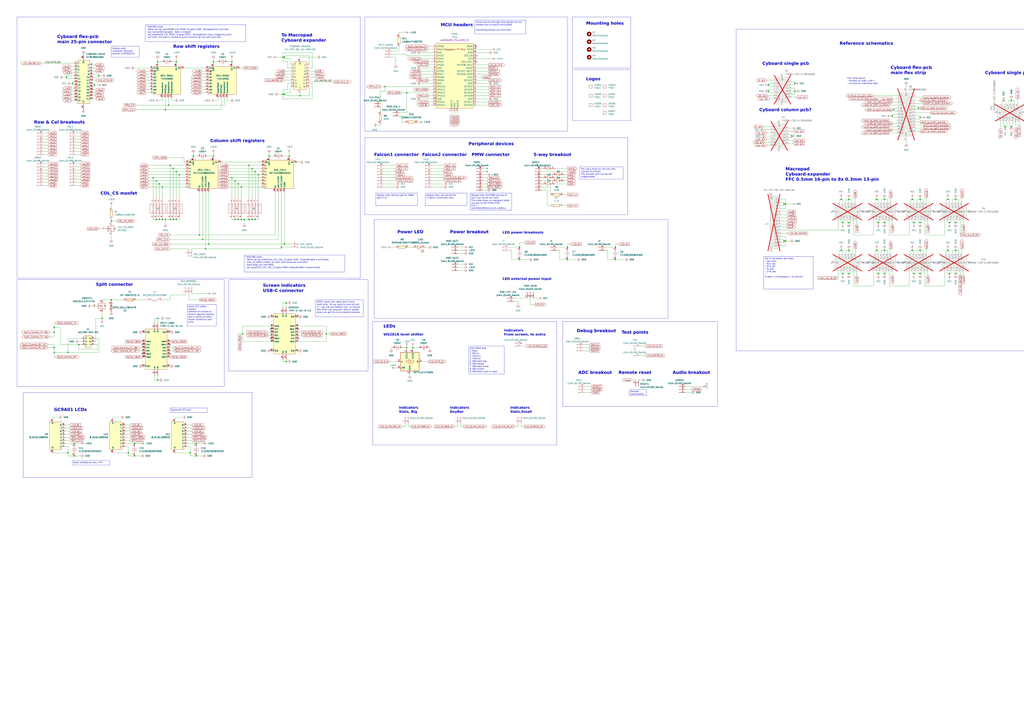
<source format=kicad_sch>
(kicad_sch (version 20230121) (generator eeschema)
  (paper "A1")
  (junction (at 754.38 88.9))
  (junction (at 144.78 140.97))
  (junction (at 505.46 203.2))
  (junction (at 44.45 285.75))
  (junction (at 631.19 69.85))
  (junction (at 207.01 180.34))
  (junction (at 505.46 213.36))
  (junction (at 231.14 203.2))
  (junction (at 721.36 182.88))
  (junction (at 220.98 128.27))
  (junction (at 133.35 153.67))
  (junction (at 830.58 104.14))
  (junction (at 652.78 74.93))
  (junction (at 209.55 180.34))
  (junction (at 110.49 364.49))
  (junction (at 750.57 224.79))
  (junction (at 144.78 180.34))
  (junction (at 204.47 135.89))
  (junction (at 190.5 50.8))
  (junction (at 643.89 198.12))
  (junction (at 129.54 312.42))
  (junction (at 645.16 167.64))
  (junction (at 158.75 128.27))
  (junction (at 734.06 90.17))
  (junction (at 83.82 261.62))
  (junction (at 732.79 95.25))
  (junction (at 166.37 196.85))
  (junction (at 755.65 96.52))
  (junction (at 129.54 50.8))
  (junction (at 142.24 138.43))
  (junction (at 643.89 167.64))
  (junction (at 466.09 213.36))
  (junction (at 193.04 148.59))
  (junction (at 110.49 374.65))
  (junction (at 105.41 372.11))
  (junction (at 697.23 224.79))
  (junction (at 55.88 289.56))
  (junction (at 749.3 163.83))
  (junction (at 207.01 138.43))
  (junction (at 784.86 182.88))
  (junction (at 190.5 146.05))
  (junction (at 81.28 62.23))
  (junction (at 147.32 143.51))
  (junction (at 130.81 151.13))
  (junction (at 824.23 82.55))
  (junction (at 779.78 224.79))
  (junction (at 233.68 77.47))
  (junction (at 233.68 46.99))
  (junction (at 168.91 204.47))
  (junction (at 697.23 182.88))
  (junction (at 44.45 273.05))
  (junction (at 233.68 200.66))
  (junction (at 334.01 285.75))
  (junction (at 91.44 246.38))
  (junction (at 232.41 46.99))
  (junction (at 720.09 163.83))
  (junction (at 650.24 111.76))
  (junction (at 755.65 205.74))
  (junction (at 125.73 146.05))
  (junction (at 161.29 364.49))
  (junction (at 64.77 283.21))
  (junction (at 135.89 90.17))
  (junction (at 139.7 180.34))
  (junction (at 138.43 86.36))
  (junction (at 631.19 74.93))
  (junction (at 130.81 180.34))
  (junction (at 755.65 224.79))
  (junction (at 784.86 224.79))
  (junction (at 721.36 224.79))
  (junction (at 156.21 372.11))
  (junction (at 697.23 163.83))
  (junction (at 726.44 224.79))
  (junction (at 645.16 198.12))
  (junction (at 161.29 374.65))
  (junction (at 267.97 274.32))
  (junction (at 755.65 182.88))
  (junction (at 232.41 77.47))
  (junction (at 426.72 213.36))
  (junction (at 175.26 50.8))
  (junction (at 692.15 182.88))
  (junction (at 652.78 68.58))
  (junction (at 246.38 78.74))
  (junction (at 426.72 203.2))
  (junction (at 204.47 180.34))
  (junction (at 339.09 285.75))
  (junction (at 749.3 205.74))
  (junction (at 198.12 180.34))
  (junction (at 77.47 69.85))
  (junction (at 690.88 163.83))
  (junction (at 129.54 261.62))
  (junction (at 466.09 203.2))
  (junction (at 44.45 289.56))
  (junction (at 234.95 248.92))
  (junction (at 195.58 180.34))
  (junction (at 144.78 50.8))
  (junction (at 171.45 200.66))
  (junction (at 784.86 205.74))
  (junction (at 750.57 182.88))
  (junction (at 198.12 153.67))
  (junction (at 237.49 128.27))
  (junction (at 692.15 224.79))
  (junction (at 54.61 63.5))
  (junction (at 830.58 82.55))
  (junction (at 200.66 180.34))
  (junction (at 128.27 148.59))
  (junction (at 334.01 76.2))
  (junction (at 142.24 180.34))
  (junction (at 60.96 374.65))
  (junction (at 720.09 205.74))
  (junction (at 779.78 182.88))
  (junction (at 133.35 180.34))
  (junction (at 195.58 151.13))
  (junction (at 234.95 297.18))
  (junction (at 163.83 193.04))
  (junction (at 784.86 163.83))
  (junction (at 726.44 182.88))
  (junction (at 726.44 205.74))
  (junction (at 175.26 128.27))
  (junction (at 209.55 140.97))
  (junction (at 697.23 205.74))
  (junction (at 316.23 71.12))
  (junction (at 135.89 180.34))
  (junction (at 726.44 163.83))
  (junction (at 91.44 181.61))
  (junction (at 778.51 205.74))
  (junction (at 690.88 205.74))
  (junction (at 44.45 269.24))
  (junction (at 193.04 180.34))
  (junction (at 55.88 372.11))
  (junction (at 199.39 274.32))
  (junction (at 60.96 364.49))
  (junction (at 128.27 180.34))
  (junction (at 139.7 135.89))
  (junction (at 825.5 104.14))
  (junction (at 59.69 68.58))
  (junction (at 212.09 143.51))
  (junction (at 755.65 163.83))
  (junction (at 778.51 163.83))
  (no_connect (at 391.16 38.1))
  (no_connect (at 683.26 173.99))
  (no_connect (at 741.68 173.99))
  (no_connect (at 683.26 215.9))
  (no_connect (at 116.84 283.21))
  (no_connect (at 116.84 290.83))
  (no_connect (at 708.66 215.9))
  (no_connect (at 767.08 173.99))
  (no_connect (at 767.08 215.9))
  (no_connect (at 427.99 281.94))
  (no_connect (at 222.25 270.51))
  (no_connect (at 741.68 215.9))
  (no_connect (at 796.29 215.9))
  (no_connect (at 139.7 290.83))
  (no_connect (at 222.25 278.13))
  (no_connect (at 770.89 215.9))
  (no_connect (at 737.87 173.99))
  (no_connect (at 391.16 50.8))
  (no_connect (at 712.47 215.9))
  (no_connect (at 391.16 45.72))
  (no_connect (at 245.11 278.13))
  (no_connect (at 400.05 138.43))
  (no_connect (at 737.87 215.9))
  (no_connect (at 139.7 283.21))
  (no_connect (at 770.89 173.99))
  (no_connect (at 400.05 140.97))
  (no_connect (at 712.47 173.99))
  (no_connect (at 245.11 270.51))
  (no_connect (at 796.29 173.99))
  (no_connect (at 708.66 173.99))
  (wire (pts (xy 396.24 140.97) (xy 400.05 140.97)))
  (wire (pts (xy 199.39 267.97) (xy 222.25 267.97)))
  (wire (pts (xy 238.76 48.26) (xy 238.76 53.34)))
  (wire (pts (xy 703.58 223.52) (xy 703.58 226.06)))
  (wire (pts (xy 345.44 48.26) (xy 355.6 48.26)))
  (wire (pts (xy 91.44 193.04) (xy 91.44 196.85)))
  (wire (pts (xy 449.58 168.91) (xy 452.12 168.91)))
  (wire (pts (xy 54.61 62.23) (xy 60.96 62.23)))
  (wire (pts (xy 641.35 196.85) (xy 643.89 196.85)))
  (wire (pts (xy 695.96 182.88) (xy 697.23 182.88)))
  (wire (pts (xy 102.87 359.41) (xy 106.68 359.41)))
  (wire (pts (xy 828.04 82.55) (xy 830.58 82.55)))
  (wire (pts (xy 187.96 135.89) (xy 204.47 135.89)))
  (wire (pts (xy 232.41 295.91) (xy 232.41 297.18)))
  (wire (pts (xy 119.38 66.04) (xy 123.19 66.04)))
  (wire (pts (xy 226.06 157.48) (xy 226.06 193.04)))
  (wire (pts (xy 114.3 288.29) (xy 116.84 288.29)))
  (wire (pts (xy 784.86 205.74) (xy 784.86 208.28)))
  (wire (pts (xy 156.21 374.65) (xy 161.29 374.65)))
  (wire (pts (xy 834.39 105.41) (xy 834.39 100.33)))
  (wire (pts (xy 731.52 204.47) (xy 731.52 208.28)))
  (wire (pts (xy 76.2 63.5) (xy 81.28 63.5)))
  (wire (pts (xy 652.78 67.31) (xy 652.78 68.58)))
  (wire (pts (xy 163.83 157.48) (xy 163.83 193.04)))
  (wire (pts (xy 754.38 223.52) (xy 754.38 224.79)))
  (wire (pts (xy 102.87 349.25) (xy 106.68 349.25)))
  (wire (pts (xy 652.78 69.85) (xy 652.78 68.58)))
  (wire (pts (xy 219.71 275.59) (xy 222.25 275.59)))
  (wire (pts (xy 181.61 80.01) (xy 181.61 90.17)))
  (wire (pts (xy 119.38 76.2) (xy 123.19 76.2)))
  (wire (pts (xy 233.68 63.5) (xy 238.76 63.5)))
  (wire (pts (xy 330.2 95.25) (xy 330.2 100.33)))
  (wire (pts (xy 631.19 71.12) (xy 631.19 69.85)))
  (wire (pts (xy 396.24 146.05) (xy 400.05 146.05)))
  (wire (pts (xy 110.49 364.49) (xy 115.57 364.49)))
  (wire (pts (xy 635 73.66) (xy 631.19 73.66)))
  (wire (pts (xy 127 261.62) (xy 129.54 261.62)))
  (wire (pts (xy 784.86 224.79) (xy 784.86 226.06)))
  (wire (pts (xy 139.7 204.47) (xy 154.94 204.47)))
  (wire (pts (xy 267.97 267.97) (xy 267.97 274.32)))
  (wire (pts (xy 444.5 146.05) (xy 445.77 146.05)))
  (wire (pts (xy 135.89 180.34) (xy 135.89 184.15)))
  (wire (pts (xy 327.66 26.67) (xy 332.74 26.67)))
  (wire (pts (xy 444.5 153.67) (xy 452.12 153.67)))
  (wire (pts (xy 139.7 285.75) (xy 142.24 285.75)))
  (wire (pts (xy 129.54 261.62) (xy 132.08 261.62)))
  (wire (pts (xy 779.78 182.88) (xy 779.78 184.15)))
  (wire (pts (xy 643.89 167.64) (xy 645.16 167.64)))
  (wire (pts (xy 240.03 203.2) (xy 231.14 203.2)))
  (wire (pts (xy 243.84 133.35) (xy 246.38 133.35)))
  (wire (pts (xy 736.6 91.44) (xy 734.06 91.44)))
  (wire (pts (xy 759.46 181.61) (xy 759.46 193.04)))
  (wire (pts (xy 825.5 82.55) (xy 824.23 82.55)))
  (wire (pts (xy 427.99 347.98) (xy 427.99 350.52)))
  (wire (pts (xy 91.44 181.61) (xy 96.52 181.61)))
  (wire (pts (xy 728.98 205.74) (xy 726.44 205.74)))
  (wire (pts (xy 351.79 83.82) (xy 355.6 83.82)))
  (wire (pts (xy 646.43 184.15) (xy 641.35 184.15)))
  (wire (pts (xy 727.71 223.52) (xy 727.71 224.79)))
  (wire (pts (xy 80.01 283.21) (xy 80.01 287.02)))
  (wire (pts (xy 62.23 119.38) (xy 66.04 119.38)))
  (wire (pts (xy 220.98 128.27) (xy 224.79 128.27)))
  (wire (pts (xy 353.06 285.75) (xy 353.06 287.02)))
  (wire (pts (xy 58.42 74.93) (xy 60.96 74.93)))
  (wire (pts (xy 199.39 267.97) (xy 199.39 274.32)))
  (wire (pts (xy 207.01 180.34) (xy 209.55 180.34)))
  (wire (pts (xy 54.61 64.77) (xy 60.96 64.77)))
  (wire (pts (xy 505.46 203.2) (xy 505.46 200.66)))
  (wire (pts (xy 466.09 203.2) (xy 466.09 200.66)))
  (wire (pts (xy 139.7 135.89) (xy 139.7 162.56)))
  (wire (pts (xy 314.96 153.67) (xy 325.12 153.67)))
  (wire (pts (xy 231.14 203.2) (xy 231.14 204.47)))
  (wire (pts (xy 777.24 163.83) (xy 778.51 163.83)))
  (wire (pts (xy 755.65 97.79) (xy 755.65 96.52)))
  (wire (pts (xy 64.77 280.67) (xy 67.31 280.67)))
  (wire (pts (xy 62.23 139.7) (xy 66.04 139.7)))
  (wire (pts (xy 140.97 50.8) (xy 144.78 50.8)))
  (wire (pts (xy 645.16 167.64) (xy 645.16 163.83)))
  (wire (pts (xy 726.44 205.74) (xy 726.44 208.28)))
  (wire (pts (xy 39.37 285.75) (xy 44.45 285.75)))
  (wire (pts (xy 147.32 143.51) (xy 152.4 143.51)))
  (wire (pts (xy 784.86 182.88) (xy 786.13 182.88)))
  (wire (pts (xy 55.88 289.56) (xy 55.88 278.13)))
  (wire (pts (xy 158.75 125.73) (xy 158.75 128.27)))
  (wire (pts (xy 128.27 148.59) (xy 128.27 162.56)))
  (wire (pts (xy 35.56 119.38) (xy 39.37 119.38)))
  (wire (pts (xy 728.98 163.83) (xy 726.44 163.83)))
  (wire (pts (xy 135.89 90.17) (xy 181.61 90.17)))
  (wire (pts (xy 730.25 109.22) (xy 736.6 109.22)))
  (wire (pts (xy 695.96 224.79) (xy 697.23 224.79)))
  (wire (pts (xy 755.65 162.56) (xy 755.65 163.83)))
  (wire (pts (xy 760.73 204.47) (xy 760.73 208.28)))
  (wire (pts (xy 312.42 85.09) (xy 312.42 74.93)))
  (wire (pts (xy 775.97 181.61) (xy 775.97 193.04)))
  (wire (pts (xy 391.16 66.04) (xy 401.32 66.04)))
  (wire (pts (xy 254 45.72) (xy 254 53.34)))
  (wire (pts (xy 778.51 224.79) (xy 779.78 224.79)))
  (wire (pts (xy 755.65 182.88) (xy 755.65 184.15)))
  (wire (pts (xy 730.25 223.52) (xy 730.25 234.95)))
  (wire (pts (xy 204.47 135.89) (xy 204.47 162.56)))
  (wire (pts (xy 144.78 180.34) (xy 147.32 180.34)))
  (wire (pts (xy 732.79 83.82) (xy 736.6 83.82)))
  (wire (pts (xy 345.44 60.96) (xy 355.6 60.96)))
  (wire (pts (xy 119.38 73.66) (xy 123.19 73.66)))
  (wire (pts (xy 53.34 364.49) (xy 60.96 364.49)))
  (wire (pts (xy 643.89 166.37) (xy 643.89 167.64)))
  (wire (pts (xy 646.43 191.77) (xy 641.35 191.77)))
  (wire (pts (xy 422.91 350.52) (xy 425.45 350.52)))
  (wire (pts (xy 721.36 182.88) (xy 721.36 184.15)))
  (wire (pts (xy 721.36 224.79) (xy 722.63 224.79)))
  (wire (pts (xy 232.41 43.18) (xy 232.41 46.99)))
  (wire (pts (xy 373.38 91.44) (xy 373.38 95.25)))
  (wire (pts (xy 783.59 223.52) (xy 783.59 224.79)))
  (wire (pts (xy 321.31 203.2) (xy 325.12 203.2)))
  (wire (pts (xy 749.3 224.79) (xy 750.57 224.79)))
  (wire (pts (xy 181.61 133.35) (xy 214.63 133.35)))
  (wire (pts (xy 736.6 93.98) (xy 732.79 93.98)))
  (wire (pts (xy 726.44 182.88) (xy 726.44 184.15)))
  (wire (pts (xy 736.6 88.9) (xy 734.06 88.9)))
  (wire (pts (xy 168.91 204.47) (xy 168.91 157.48)))
  (wire (pts (xy 822.96 85.09) (xy 822.96 82.55)))
  (wire (pts (xy 102.87 351.79) (xy 106.68 351.79)))
  (wire (pts (xy 144.78 50.8) (xy 144.78 52.07)))
  (wire (pts (xy 78.74 81.28) (xy 76.2 81.28)))
  (wire (pts (xy 693.42 223.52) (xy 693.42 224.79)))
  (wire (pts (xy 836.93 102.87) (xy 836.93 100.33)))
  (wire (pts (xy 775.97 223.52) (xy 775.97 234.95)))
  (wire (pts (xy 44.45 273.05) (xy 44.45 276.86)))
  (wire (pts (xy 778.51 181.61) (xy 778.51 182.88)))
  (wire (pts (xy 233.68 200.66) (xy 240.03 200.66)))
  (wire (pts (xy 755.65 224.79) (xy 755.65 226.06)))
  (wire (pts (xy 748.03 163.83) (xy 749.3 163.83)))
  (wire (pts (xy 105.41 372.11) (xy 105.41 367.03)))
  (wire (pts (xy 58.42 80.01) (xy 60.96 80.01)))
  (wire (pts (xy 184.15 80.01) (xy 184.15 86.36)))
  (wire (pts (xy 746.76 193.04) (xy 746.76 181.61)))
  (wire (pts (xy 198.12 153.67) (xy 198.12 162.56)))
  (wire (pts (xy 314.96 143.51) (xy 325.12 143.51)))
  (wire (pts (xy 195.58 151.13) (xy 195.58 162.56)))
  (wire (pts (xy 833.12 82.55) (xy 830.58 82.55)))
  (wire (pts (xy 163.83 193.04) (xy 226.06 193.04)))
  (wire (pts (xy 730.25 86.36) (xy 736.6 86.36)))
  (wire (pts (xy 52.07 63.5) (xy 54.61 63.5)))
  (wire (pts (xy 748.03 205.74) (xy 749.3 205.74)))
  (wire (pts (xy 777.24 166.37) (xy 777.24 163.83)))
  (wire (pts (xy 153.67 351.79) (xy 157.48 351.79)))
  (wire (pts (xy 58.42 77.47) (xy 60.96 77.47)))
  (wire (pts (xy 778.51 182.88) (xy 779.78 182.88)))
  (wire (pts (xy 345.44 68.58) (xy 355.6 68.58)))
  (wire (pts (xy 754.38 87.63) (xy 754.38 88.9)))
  (wire (pts (xy 119.38 68.58) (xy 123.19 68.58)))
  (wire (pts (xy 62.23 149.86) (xy 66.04 149.86)))
  (wire (pts (xy 463.55 148.59) (xy 466.09 148.59)))
  (wire (pts (xy 351.79 78.74) (xy 355.6 78.74)))
  (wire (pts (xy 646.43 173.99) (xy 641.35 173.99)))
  (wire (pts (xy 690.88 181.61) (xy 690.88 182.88)))
  (wire (pts (xy 354.33 140.97) (xy 364.49 140.97)))
  (wire (pts (xy 354.33 148.59) (xy 364.49 148.59)))
  (wire (pts (xy 153.67 354.33) (xy 157.48 354.33)))
  (wire (pts (xy 784.86 204.47) (xy 784.86 205.74)))
  (wire (pts (xy 720.09 223.52) (xy 720.09 224.79)))
  (wire (pts (xy 64.77 287.02) (xy 80.01 287.02)))
  (wire (pts (xy 641.35 189.23) (xy 688.34 189.23)))
  (wire (pts (xy 102.87 356.87) (xy 106.68 356.87)))
  (wire (pts (xy 83.82 256.54) (xy 83.82 261.62)))
  (wire (pts (xy 641.35 171.45) (xy 645.16 171.45)))
  (wire (pts (xy 153.67 359.41) (xy 157.48 359.41)))
  (wire (pts (xy 391.16 48.26) (xy 403.86 48.26)))
  (wire (pts (xy 231.14 204.47) (xy 168.91 204.47)))
  (wire (pts (xy 748.03 166.37) (xy 748.03 163.83)))
  (wire (pts (xy 736.6 96.52) (xy 732.79 96.52)))
  (wire (pts (xy 35.56 121.92) (xy 39.37 121.92)))
  (wire (pts (xy 186.69 80.01) (xy 186.69 82.55)))
  (wire (pts (xy 762 181.61) (xy 762 184.15)))
  (wire (pts (xy 232.41 297.18) (xy 234.95 297.18)))
  (wire (pts (xy 121.92 135.89) (xy 139.7 135.89)))
  (wire (pts (xy 33.02 52.07) (xy 60.96 52.07)))
  (wire (pts (xy 396.24 148.59) (xy 400.05 148.59)))
  (wire (pts (xy 779.78 208.28) (xy 779.78 205.74)))
  (wire (pts (xy 751.84 102.87) (xy 758.19 102.87)))
  (wire (pts (xy 354.33 143.51) (xy 364.49 143.51)))
  (wire (pts (xy 694.69 166.37) (xy 694.69 163.83)))
  (wire (pts (xy 717.55 193.04) (xy 717.55 181.61)))
  (wire (pts (xy 786.13 223.52) (xy 786.13 224.79)))
  (wire (pts (xy 153.67 364.49) (xy 161.29 364.49)))
  (wire (pts (xy 725.17 223.52) (xy 725.17 224.79)))
  (wire (pts (xy 699.77 163.83) (xy 697.23 163.83)))
  (wire (pts (xy 35.56 144.78) (xy 39.37 144.78)))
  (wire (pts (xy 721.36 163.83) (xy 720.09 163.83)))
  (wire (pts (xy 44.45 289.56) (xy 55.88 289.56)))
  (wire (pts (xy 236.22 73.66) (xy 232.41 73.66)))
  (wire (pts (xy 59.69 69.85) (xy 60.96 69.85)))
  (wire (pts (xy 641.35 166.37) (xy 643.89 166.37)))
  (wire (pts (xy 783.59 182.88) (xy 784.86 182.88)))
  (wire (pts (xy 171.45 157.48) (xy 171.45 200.66)))
  (wire (pts (xy 165.1 60.96) (xy 168.91 60.96)))
  (wire (pts (xy 755.65 205.74) (xy 755.65 208.28)))
  (wire (pts (xy 354.33 138.43) (xy 364.49 138.43)))
  (wire (pts (xy 762 223.52) (xy 762 226.06)))
  (wire (pts (xy 256.54 43.18) (xy 256.54 55.88)))
  (wire (pts (xy 782.32 205.74) (xy 784.86 205.74)))
  (wire (pts (xy 730.25 181.61) (xy 730.25 193.04)))
  (wire (pts (xy 375.92 219.71) (xy 381 219.71)))
  (wire (pts (xy 505.46 200.66) (xy 508 200.66)))
  (wire (pts (xy 391.16 68.58) (xy 401.32 68.58)))
  (wire (pts (xy 35.56 137.16) (xy 39.37 137.16)))
  (wire (pts (xy 732.79 101.6) (xy 736.6 101.6)))
  (wire (pts (xy 175.26 50.8) (xy 179.07 50.8)))
  (wire (pts (xy 314.96 140.97) (xy 325.12 140.97)))
  (wire (pts (xy 478.79 283.21) (xy 483.87 283.21)))
  (wire (pts (xy 351.79 73.66) (xy 355.6 73.66)))
  (wire (pts (xy 751.84 90.17) (xy 754.38 90.17)))
  (wire (pts (xy 499.11 213.36) (xy 505.46 213.36)))
  (wire (pts (xy 349.25 203.2) (xy 351.79 203.2)))
  (wire (pts (xy 153.67 367.03) (xy 156.21 367.03)))
  (wire (pts (xy 199.39 280.67) (xy 222.25 280.67)))
  (wire (pts (xy 750.57 205.74) (xy 749.3 205.74)))
  (wire (pts (xy 702.31 204.47) (xy 702.31 208.28)))
  (wire (pts (xy 641.35 194.31) (xy 645.16 194.31)))
  (wire (pts (xy 154.94 246.38) (xy 154.94 241.3)))
  (wire (pts (xy 196.85 55.88) (xy 199.39 55.88)))
  (wire (pts (xy 351.79 297.18) (xy 346.71 297.18)))
  (wire (pts (xy 391.16 43.18) (xy 401.32 43.18)))
  (wire (pts (xy 697.23 182.88) (xy 697.23 184.15)))
  (wire (pts (xy 233.68 78.74) (xy 246.38 78.74)))
  (wire (pts (xy 784.86 163.83) (xy 784.86 166.37)))
  (wire (pts (xy 751.84 181.61) (xy 751.84 182.88)))
  (wire (pts (xy 647.7 110.49) (xy 650.24 110.49)))
  (wire (pts (xy 314.96 148.59) (xy 325.12 148.59)))
  (wire (pts (xy 236.22 68.58) (xy 238.76 68.58)))
  (wire (pts (xy 232.41 77.47) (xy 232.41 81.28)))
  (wire (pts (xy 787.4 205.74) (xy 784.86 205.74)))
  (wire (pts (xy 452.12 153.67) (xy 452.12 160.02)))
  (wire (pts (xy 165.1 58.42) (xy 168.91 58.42)))
  (wire (pts (xy 720.09 204.47) (xy 720.09 205.74)))
  (wire (pts (xy 77.47 69.85) (xy 77.47 71.12)))
  (wire (pts (xy 246.38 76.2) (xy 246.38 78.74)))
  (wire (pts (xy 778.51 204.47) (xy 778.51 205.74)))
  (wire (pts (xy 732.79 93.98) (xy 732.79 95.25)))
  (wire (pts (xy 44.45 293.37) (xy 44.45 289.56)))
  (wire (pts (xy 524.51 312.42) (xy 527.05 312.42)))
  (wire (pts (xy 228.6 77.47) (xy 232.41 77.47)))
  (wire (pts (xy 345.44 81.28) (xy 355.6 81.28)))
  (wire (pts (xy 391.16 63.5) (xy 396.24 63.5)))
  (wire (pts (xy 751.84 97.79) (xy 755.65 97.79)))
  (wire (pts (xy 125.73 180.34) (xy 128.27 180.34)))
  (wire (pts (xy 334.01 92.71) (xy 327.66 92.71)))
  (wire (pts (xy 466.09 200.66) (xy 468.63 200.66)))
  (wire (pts (xy 731.52 162.56) (xy 731.52 166.37)))
  (wire (pts (xy 139.7 135.89) (xy 152.4 135.89)))
  (wire (pts (xy 62.23 147.32) (xy 66.04 147.32)))
  (wire (pts (xy 779.78 182.88) (xy 781.05 182.88)))
  (wire (pts (xy 62.23 114.3) (xy 66.04 114.3)))
  (wire (pts (xy 320.04 297.18) (xy 326.39 297.18)))
  (wire (pts (xy 728.98 166.37) (xy 728.98 163.83)))
  (wire (pts (xy 749.3 181.61) (xy 749.3 182.88)))
  (wire (pts (xy 345.44 43.18) (xy 355.6 43.18)))
  (wire (pts (xy 314.96 138.43) (xy 325.12 138.43)))
  (wire (pts (xy 233.68 76.2) (xy 233.68 77.47)))
  (wire (pts (xy 822.96 82.55) (xy 824.23 82.55)))
  (wire (pts (xy 76.2 58.42) (xy 78.74 58.42)))
  (wire (pts (xy 370.84 91.44) (xy 370.84 95.25)))
  (wire (pts (xy 690.88 182.88) (xy 692.15 182.88)))
  (wire (pts (xy 176.53 82.55) (xy 179.07 82.55)))
  (wire (pts (xy 345.44 55.88) (xy 355.6 55.88)))
  (wire (pts (xy 720.09 224.79) (xy 721.36 224.79)))
  (wire (pts (xy 187.96 148.59) (xy 193.04 148.59)))
  (wire (pts (xy 457.2 203.2) (xy 466.09 203.2)))
  (wire (pts (xy 748.03 208.28) (xy 748.03 205.74)))
  (wire (pts (xy 425.45 350.52) (xy 425.45 347.98)))
  (wire (pts (xy 78.74 261.62) (xy 78.74 280.67)))
  (wire (pts (xy 728.98 208.28) (xy 728.98 205.74)))
  (wire (pts (xy 825.5 85.09) (xy 825.5 82.55)))
  (wire (pts (xy 199.39 274.32) (xy 199.39 280.67)))
  (wire (pts (xy 692.15 166.37) (xy 692.15 163.83)))
  (wire (pts (xy 378.46 347.98) (xy 378.46 350.52)))
  (wire (pts (xy 58.42 57.15) (xy 60.96 57.15)))
  (wire (pts (xy 732.79 223.52) (xy 732.79 226.06)))
  (wire (pts (xy 779.78 163.83) (xy 778.51 163.83)))
  (wire (pts (xy 35.56 142.24) (xy 39.37 142.24)))
  (wire (pts (xy 351.79 285.75) (xy 353.06 285.75)))
  (wire (pts (xy 784.86 182.88) (xy 784.86 184.15)))
  (wire (pts (xy 703.58 181.61) (xy 703.58 184.15)))
  (wire (pts (xy 312.42 87.63) (xy 312.42 91.44)))
  (wire (pts (xy 76.2 68.58) (xy 77.47 68.58)))
  (wire (pts (xy 751.84 80.01) (xy 758.19 80.01)))
  (wire (pts (xy 629.92 66.04) (xy 635 66.04)))
  (wire (pts (xy 334.01 76.2) (xy 334.01 92.71)))
  (wire (pts (xy 43.18 342.9) (xy 48.26 342.9)))
  (wire (pts (xy 142.24 180.34) (xy 144.78 180.34)))
  (wire (pts (xy 420.37 213.36) (xy 420.37 205.74)))
  (wire (pts (xy 53.34 351.79) (xy 57.15 351.79)))
  (wire (pts (xy 760.73 162.56) (xy 760.73 166.37)))
  (wire (pts (xy 119.38 60.96) (xy 123.19 60.96)))
  (wire (pts (xy 753.11 205.74) (xy 755.65 205.74)))
  (wire (pts (xy 245.11 280.67) (xy 267.97 280.67)))
  (wire (pts (xy 718.82 163.83) (xy 720.09 163.83)))
  (wire (pts (xy 254 67.31) (xy 274.32 67.31)))
  (wire (pts (xy 650.24 111.76) (xy 650.24 113.03)))
  (wire (pts (xy 426.72 213.36) (xy 434.34 213.36)))
  (wire (pts (xy 158.75 128.27) (xy 158.75 129.54)))
  (wire (pts (xy 690.88 204.47) (xy 690.88 205.74)))
  (wire (pts (xy 39.37 283.21) (xy 44.45 283.21)))
  (wire (pts (xy 720.09 162.56) (xy 720.09 163.83)))
  (wire (pts (xy 652.78 72.39) (xy 652.78 74.93)))
  (wire (pts (xy 35.56 114.3) (xy 39.37 114.3)))
  (wire (pts (xy 187.96 138.43) (xy 207.01 138.43)))
  (wire (pts (xy 629.92 109.22) (xy 632.46 109.22)))
  (wire (pts (xy 744.22 69.85) (xy 744.22 71.12)))
  (wire (pts (xy 130.81 151.13) (xy 152.4 151.13)))
  (wire (pts (xy 831.85 104.14) (xy 830.58 104.14)))
  (wire (pts (xy 78.74 53.34) (xy 76.2 53.34)))
  (wire (pts (xy 749.3 204.47) (xy 749.3 205.74)))
  (wire (pts (xy 335.28 347.98) (xy 335.28 350.52)))
  (wire (pts (xy 83.82 261.62) (xy 83.82 262.89)))
  (wire (pts (xy 726.44 163.83) (xy 726.44 166.37)))
  (wire (pts (xy 779.78 224.79) (xy 781.05 224.79)))
  (wire (pts (xy 233.68 66.04) (xy 238.76 66.04)))
  (wire (pts (xy 689.61 208.28) (xy 689.61 205.74)))
  (wire (pts (xy 49.53 269.24) (xy 49.53 283.21)))
  (wire (pts (xy 391.16 86.36) (xy 401.32 86.36)))
  (wire (pts (xy 139.7 196.85) (xy 166.37 196.85)))
  (wire (pts (xy 334.01 76.2) (xy 355.6 76.2)))
  (wire (pts (xy 751.84 85.09) (xy 758.19 85.09)))
  (wire (pts (xy 190.5 146.05) (xy 214.63 146.05)))
  (wire (pts (xy 35.56 149.86) (xy 39.37 149.86)))
  (wire (pts (xy 751.84 107.95) (xy 755.65 107.95)))
  (wire (pts (xy 499.11 213.36) (xy 499.11 205.74)))
  (wire (pts (xy 396.24 151.13) (xy 400.05 151.13)))
  (wire (pts (xy 35.56 109.22) (xy 39.37 109.22)))
  (wire (pts (xy 139.7 242.57) (xy 152.4 242.57)))
  (wire (pts (xy 721.36 205.74) (xy 720.09 205.74)))
  (wire (pts (xy 314.96 135.89) (xy 325.12 135.89)))
  (wire (pts (xy 330.2 100.33) (xy 332.74 100.33)))
  (wire (pts (xy 750.57 166.37) (xy 750.57 163.83)))
  (wire (pts (xy 153.67 356.87) (xy 157.48 356.87)))
  (wire (pts (xy 435.61 250.19) (xy 439.42 250.19)))
  (wire (pts (xy 635 76.2) (xy 631.19 76.2)))
  (wire (pts (xy 196.85 274.32) (xy 199.39 274.32)))
  (wire (pts (xy 701.04 181.61) (xy 701.04 193.04)))
  (wire (pts (xy 444.5 156.21) (xy 449.58 156.21)))
  (wire (pts (xy 449.58 156.21) (xy 449.58 168.91)))
  (wire (pts (xy 186.69 82.55) (xy 189.23 82.55)))
  (wire (pts (xy 102.87 364.49) (xy 110.49 364.49)))
  (wire (pts (xy 121.92 143.51) (xy 147.32 143.51)))
  (wire (pts (xy 697.23 224.79) (xy 698.5 224.79)))
  (wire (pts (xy 114.3 285.75) (xy 116.84 285.75)))
  (wire (pts (xy 62.23 137.16) (xy 66.04 137.16)))
  (wire (pts (xy 826.77 100.33) (xy 826.77 104.14)))
  (wire (pts (xy 81.28 63.5) (xy 81.28 62.23)))
  (wire (pts (xy 119.38 71.12) (xy 123.19 71.12)))
  (wire (pts (xy 650.24 72.39) (xy 652.78 72.39)))
  (wire (pts (xy 325.12 46.99) (xy 325.12 53.34)))
  (wire (pts (xy 750.57 163.83) (xy 749.3 163.83)))
  (wire (pts (xy 234.95 248.92) (xy 236.22 248.92)))
  (wire (pts (xy 689.61 163.83) (xy 690.88 163.83)))
  (wire (pts (xy 828.04 85.09) (xy 828.04 82.55)))
  (wire (pts (xy 187.96 146.05) (xy 190.5 146.05)))
  (wire (pts (xy 102.87 361.95) (xy 106.68 361.95)))
  (wire (pts (xy 444.5 138.43) (xy 445.77 138.43)))
  (wire (pts (xy 755.65 224.79) (xy 756.92 224.79)))
  (wire (pts (xy 254 68.58) (xy 256.54 68.58)))
  (wire (pts (xy 787.4 163.83) (xy 784.86 163.83)))
  (wire (pts (xy 717.55 78.74) (xy 736.6 78.74)))
  (wire (pts (xy 831.85 100.33) (xy 831.85 104.14)))
  (wire (pts (xy 749.3 182.88) (xy 750.57 182.88)))
  (wire (pts (xy 722.63 223.52) (xy 722.63 224.79)))
  (wire (pts (xy 751.84 92.71) (xy 764.54 92.71)))
  (wire (pts (xy 233.68 45.72) (xy 233.68 46.99)))
  (wire (pts (xy 193.04 148.59) (xy 193.04 162.56)))
  (wire (pts (xy 121.92 151.13) (xy 130.81 151.13)))
  (wire (pts (xy 186.69 50.8) (xy 190.5 50.8)))
  (wire (pts (xy 238.76 76.2) (xy 238.76 71.12)))
  (wire (pts (xy 732.79 181.61) (xy 732.79 184.15)))
  (wire (pts (xy 330.2 350.52) (xy 332.74 350.52)))
  (wire (pts (xy 692.15 205.74) (xy 690.88 205.74)))
  (wire (pts (xy 830.58 85.09) (xy 830.58 82.55)))
  (wire (pts (xy 111.76 90.17) (xy 135.89 90.17)))
  (wire (pts (xy 650.24 77.47) (xy 652.78 77.47)))
  (wire (pts (xy 228.6 157.48) (xy 228.6 196.85)))
  (wire (pts (xy 78.74 261.62) (xy 83.82 261.62)))
  (wire (pts (xy 351.79 38.1) (xy 355.6 38.1)))
  (wire (pts (xy 697.23 204.47) (xy 697.23 205.74)))
  (wire (pts (xy 233.68 58.42) (xy 238.76 58.42)))
  (wire (pts (xy 198.12 153.67) (xy 214.63 153.67)))
  (wire (pts (xy 138.43 80.01) (xy 138.43 86.36)))
  (wire (pts (xy 207.01 138.43) (xy 214.63 138.43)))
  (wire (pts (xy 444.5 148.59) (xy 453.39 148.59)))
  (wire (pts (xy 698.5 181.61) (xy 698.5 182.88)))
  (wire (pts (xy 646.43 176.53) (xy 641.35 176.53)))
  (wire (pts (xy 140.97 80.01) (xy 140.97 82.55)))
  (wire (pts (xy 165.1 63.5) (xy 168.91 63.5)))
  (wire (pts (xy 835.66 85.09) (xy 835.66 81.28)))
  (wire (pts (xy 246.38 78.74) (xy 254 78.74)))
  (wire (pts (xy 121.92 138.43) (xy 142.24 138.43)))
  (wire (pts (xy 233.68 48.26) (xy 233.68 46.99)))
  (wire (pts (xy 35.56 111.76) (xy 39.37 111.76)))
  (wire (pts (xy 91.44 180.34) (xy 91.44 181.61)))
  (wire (pts (xy 195.58 151.13) (xy 214.63 151.13)))
  (wire (pts (xy 245.11 267.97) (xy 267.97 267.97)))
  (wire (pts (xy 759.46 193.04) (xy 775.97 193.04)))
  (wire (pts (xy 259.08 63.5) (xy 254 63.5)))
  (wire (pts (xy 200.66 180.34) (xy 200.66 184.15)))
  (wire (pts (xy 478.79 288.29) (xy 483.87 288.29)))
  (wire (pts (xy 74.93 251.46) (xy 76.2 251.46)))
  (wire (pts (xy 391.16 40.64) (xy 403.86 40.64)))
  (wire (pts (xy 35.56 134.62) (xy 39.37 134.62)))
  (wire (pts (xy 692.15 208.28) (xy 692.15 205.74)))
  (wire (pts (xy 751.84 105.41) (xy 758.19 105.41)))
  (wire (pts (xy 826.77 104.14) (xy 825.5 104.14)))
  (wire (pts (xy 121.92 153.67) (xy 133.35 153.67)))
  (wire (pts (xy 237.49 128.27) (xy 237.49 129.54)))
  (wire (pts (xy 59.69 67.31) (xy 59.69 68.58)))
  (wire (pts (xy 237.49 125.73) (xy 237.49 128.27)))
  (wire (pts (xy 732.79 81.28) (xy 736.6 81.28)))
  (wire (pts (xy 444.5 151.13) (xy 445.77 151.13)))
  (wire (pts (xy 77.47 278.13) (xy 81.28 278.13)))
  (wire (pts (xy 690.88 162.56) (xy 690.88 163.83)))
  (wire (pts (xy 701.04 193.04) (xy 717.55 193.04)))
  (wire (pts (xy 731.52 95.25) (xy 732.79 95.25)))
  (wire (pts (xy 81.28 289.56) (xy 55.88 289.56)))
  (wire (pts (xy 312.42 101.6) (xy 312.42 102.87)))
  (wire (pts (xy 645.16 201.93) (xy 645.16 198.12)))
  (wire (pts (xy 234.95 252.73) (xy 234.95 248.92)))
  (wire (pts (xy 646.43 186.69) (xy 641.35 186.69)))
  (wire (pts (xy 629.92 114.3) (xy 632.46 114.3)))
  (wire (pts (xy 339.09 285.75) (xy 339.09 287.02)))
  (wire (pts (xy 375.92 217.17) (xy 381 217.17)))
  (wire (pts (xy 187.96 143.51) (xy 212.09 143.51)))
  (wire (pts (xy 753.11 208.28) (xy 753.11 205.74)))
  (wire (pts (xy 345.44 63.5) (xy 355.6 63.5)))
  (wire (pts (xy 697.23 205.74) (xy 697.23 208.28)))
  (wire (pts (xy 58.42 59.69) (xy 60.96 59.69)))
  (wire (pts (xy 725.17 182.88) (xy 726.44 182.88)))
  (wire (pts (xy 631.19 76.2) (xy 631.19 74.93)))
  (wire (pts (xy 135.89 180.34) (xy 139.7 180.34)))
  (wire (pts (xy 190.5 146.05) (xy 190.5 162.56)))
  (wire (pts (xy 721.36 166.37) (xy 721.36 163.83)))
  (wire (pts (xy 125.73 146.05) (xy 125.73 162.56)))
  (wire (pts (xy 232.41 43.18) (xy 256.54 43.18)))
  (wire (pts (xy 396.24 153.67) (xy 400.05 153.67)))
  (wire (pts (xy 690.88 224.79) (xy 692.15 224.79)))
  (wire (pts (xy 321.31 41.91) (xy 327.66 41.91)))
  (wire (pts (xy 755.65 163.83) (xy 755.65 166.37)))
  (wire (pts (xy 375.92 222.25) (xy 381 222.25)))
  (wire (pts (xy 55.88 372.11) (xy 55.88 367.03)))
  (wire (pts (xy 44.45 285.75) (xy 44.45 289.56)))
  (wire (pts (xy 697.23 182.88) (xy 698.5 182.88)))
  (wire (pts (xy 455.93 146.05) (xy 466.09 146.05)))
  (wire (pts (xy 198.12 180.34) (xy 200.66 180.34)))
  (wire (pts (xy 58.42 54.61) (xy 60.96 54.61)))
  (wire (pts (xy 161.29 374.65) (xy 166.37 374.65)))
  (wire (pts (xy 833.12 85.09) (xy 833.12 82.55)))
  (wire (pts (xy 788.67 181.61) (xy 788.67 193.04)))
  (wire (pts (xy 692.15 163.83) (xy 690.88 163.83)))
  (wire (pts (xy 267.97 274.32) (xy 270.51 274.32)))
  (wire (pts (xy 121.92 148.59) (xy 128.27 148.59)))
  (wire (pts (xy 758.19 208.28) (xy 758.19 205.74)))
  (wire (pts (xy 133.35 80.01) (xy 133.35 82.55)))
  (wire (pts (xy 375.92 91.44) (xy 375.92 95.25)))
  (wire (pts (xy 78.74 280.67) (xy 77.47 280.67)))
  (wire (pts (xy 396.24 143.51) (xy 400.05 143.51)))
  (wire (pts (xy 784.86 162.56) (xy 784.86 163.83)))
  (wire (pts (xy 647.7 118.11) (xy 651.51 118.11)))
  (wire (pts (xy 175.26 125.73) (xy 175.26 128.27)))
  (wire (pts (xy 256.54 81.28) (xy 256.54 68.58)))
  (wire (pts (xy 391.16 71.12) (xy 401.32 71.12)))
  (wire (pts (xy 726.44 182.88) (xy 727.71 182.88)))
  (wire (pts (xy 330.2 76.2) (xy 334.01 76.2)))
  (wire (pts (xy 717.55 223.52) (xy 717.55 234.95)))
  (wire (pts (xy 129.54 50.8) (xy 133.35 50.8)))
  (wire (pts (xy 209.55 140.97) (xy 214.63 140.97)))
  (wire (pts (xy 459.74 213.36) (xy 466.09 213.36)))
  (wire (pts (xy 781.05 181.61) (xy 781.05 182.88)))
  (wire (pts (xy 193.04 180.34) (xy 195.58 180.34)))
  (wire (pts (xy 259.08 60.96) (xy 254 60.96)))
  (wire (pts (xy 179.07 80.01) (xy 179.07 82.55)))
  (wire (pts (xy 789.94 162.56) (xy 789.94 166.37)))
  (wire (pts (xy 496.57 203.2) (xy 505.46 203.2)))
  (wire (pts (xy 151.13 129.54) (xy 151.13 133.35)))
  (wire (pts (xy 525.78 284.48) (xy 529.59 284.48)))
  (wire (pts (xy 734.06 91.44) (xy 734.06 90.17)))
  (wire (pts (xy 695.96 223.52) (xy 695.96 224.79)))
  (wire (pts (xy 175.26 48.26) (xy 175.26 50.8)))
  (wire (pts (xy 81.28 187.96) (xy 83.82 187.96)))
  (wire (pts (xy 647.7 105.41) (xy 650.24 105.41)))
  (wire (pts (xy 373.38 350.52) (xy 375.92 350.52)))
  (wire (pts (xy 62.23 116.84) (xy 66.04 116.84)))
  (wire (pts (xy 753.11 163.83) (xy 755.65 163.83)))
  (wire (pts (xy 726.44 204.47) (xy 726.44 205.74)))
  (wire (pts (xy 144.78 140.97) (xy 144.78 162.56)))
  (wire (pts (xy 720.09 181.61) (xy 720.09 182.88)))
  (wire (pts (xy 55.88 374.65) (xy 60.96 374.65)))
  (wire (pts (xy 689.61 205.74) (xy 690.88 205.74)))
  (wire (pts (xy 91.44 168.91) (xy 91.44 170.18)))
  (wire (pts (xy 233.68 45.72) (xy 254 45.72)))
  (wire (pts (xy 824.23 100.33) (xy 824.23 104.14)))
  (wire (pts (xy 444.5 143.51) (xy 453.39 143.51)))
  (wire (pts (xy 133.35 180.34) (xy 135.89 180.34)))
  (wire (pts (xy 64.77 283.21) (xy 67.31 283.21)))
  (wire (pts (xy 121.92 140.97) (xy 144.78 140.97)))
  (wire (pts (xy 342.9 100.33) (xy 344.17 100.33)))
  (wire (pts (xy 787.4 166.37) (xy 787.4 163.83)))
  (wire (pts (xy 754.38 182.88) (xy 755.65 182.88)))
  (wire (pts (xy 480.06 322.58) (xy 485.14 322.58)))
  (wire (pts (xy 78.74 55.88) (xy 76.2 55.88)))
  (wire (pts (xy 727.71 181.61) (xy 727.71 182.88)))
  (wire (pts (xy 391.16 73.66) (xy 401.32 73.66)))
  (wire (pts (xy 462.28 160.02) (xy 466.09 160.02)))
  (wire (pts (xy 119.38 58.42) (xy 123.19 58.42)))
  (wire (pts (xy 92.71 344.17) (xy 92.71 342.9)))
  (wire (pts (xy 143.51 342.9) (xy 149.86 342.9)))
  (wire (pts (xy 692.15 182.88) (xy 692.15 184.15)))
  (wire (pts (xy 354.33 135.89) (xy 364.49 135.89)))
  (wire (pts (xy 635 71.12) (xy 631.19 71.12)))
  (wire (pts (xy 193.04 148.59) (xy 214.63 148.59)))
  (wire (pts (xy 53.34 356.87) (xy 57.15 356.87)))
  (wire (pts (xy 325.12 46.99) (xy 321.31 46.99)))
  (wire (pts (xy 697.23 224.79) (xy 697.23 226.06)))
  (wire (pts (xy 689.61 166.37) (xy 689.61 163.83)))
  (wire (pts (xy 204.47 135.89) (xy 214.63 135.89)))
  (wire (pts (xy 699.77 166.37) (xy 699.77 163.83)))
  (wire (pts (xy 81.28 289.56) (xy 81.28 278.13)))
  (wire (pts (xy 327.66 95.25) (xy 330.2 95.25)))
  (wire (pts (xy 417.83 203.2) (xy 426.72 203.2)))
  (wire (pts (xy 204.47 180.34) (xy 207.01 180.34)))
  (wire (pts (xy 129.54 50.8) (xy 129.54 52.07)))
  (wire (pts (xy 756.92 96.52) (xy 755.65 96.52)))
  (wire (pts (xy 641.35 168.91) (xy 643.89 168.91)))
  (wire (pts (xy 699.77 205.74) (xy 697.23 205.74)))
  (wire (pts (xy 153.67 349.25) (xy 157.48 349.25)))
  (wire (pts (xy 81.28 60.96) (xy 81.28 62.23)))
  (wire (pts (xy 44.45 285.75) (xy 44.45 283.21)))
  (wire (pts (xy 62.23 124.46) (xy 66.04 124.46)))
  (wire (pts (xy 821.69 105.41) (xy 821.69 100.33)))
  (wire (pts (xy 165.1 76.2) (xy 168.91 76.2)))
  (wire (pts (xy 175.26 128.27) (xy 175.26 129.54)))
  (wire (pts (xy 391.16 60.96) (xy 401.32 60.96)))
  (wire (pts (xy 647.7 107.95) (xy 651.51 107.95)))
  (wire (pts (xy 321.31 285.75) (xy 322.58 285.75)))
  (wire (pts (xy 195.58 180.34) (xy 198.12 180.34)))
  (wire (pts (xy 391.16 83.82) (xy 401.32 83.82)))
  (wire (pts (xy 128.27 148.59) (xy 152.4 148.59)))
  (wire (pts (xy 327.66 27.94) (xy 327.66 26.67)))
  (wire (pts (xy 143.51 372.11) (xy 156.21 372.11)))
  (wire (pts (xy 391.16 55.88) (xy 401.32 55.88)))
  (wire (pts (xy 157.48 241.3) (xy 170.18 241.3)))
  (wire (pts (xy 212.09 143.51) (xy 214.63 143.51)))
  (wire (pts (xy 147.32 143.51) (xy 147.32 162.56)))
  (wire (pts (xy 378.46 350.52) (xy 381 350.52)))
  (wire (pts (xy 53.34 354.33) (xy 57.15 354.33)))
  (wire (pts (xy 627.38 116.84) (xy 632.46 116.84)))
  (wire (pts (xy 755.65 182.88) (xy 756.92 182.88)))
  (wire (pts (xy 233.68 46.99) (xy 232.41 46.99)))
  (wire (pts (xy 641.35 199.39) (xy 643.89 199.39)))
  (wire (pts (xy 718.82 166.37) (xy 718.82 163.83)))
  (wire (pts (xy 648.97 198.12) (xy 645.16 198.12)))
  (wire (pts (xy 246.38 48.26) (xy 246.38 46.99)))
  (wire (pts (xy 375.92 350.52) (xy 375.92 347.98)))
  (wire (pts (xy 35.56 116.84) (xy 39.37 116.84)))
  (wire (pts (xy 53.34 349.25) (xy 57.15 349.25)))
  (wire (pts (xy 53.34 361.95) (xy 57.15 361.95)))
  (wire (pts (xy 35.56 152.4) (xy 39.37 152.4)))
  (wire (pts (xy 631.19 68.58) (xy 631.19 69.85)))
  (wire (pts (xy 695.96 181.61) (xy 695.96 182.88)))
  (wire (pts (xy 187.96 153.67) (xy 198.12 153.67)))
  (wire (pts (xy 59.69 68.58) (xy 59.69 69.85)))
  (wire (pts (xy 62.23 144.78) (xy 66.04 144.78)))
  (wire (pts (xy 499.11 205.74) (xy 496.57 205.74)))
  (wire (pts (xy 734.06 88.9) (xy 734.06 90.17)))
  (wire (pts (xy 701.04 223.52) (xy 701.04 234.95)))
  (wire (pts (xy 129.54 265.43) (xy 129.54 261.62)))
  (wire (pts (xy 783.59 181.61) (xy 783.59 182.88)))
  (wire (pts (xy 212.09 143.51) (xy 212.09 162.56)))
  (wire (pts (xy 135.89 80.01) (xy 135.89 90.17)))
  (wire (pts (xy 62.23 111.76) (xy 66.04 111.76)))
  (wire (pts (xy 782.32 166.37) (xy 782.32 163.83)))
  (wire (pts (xy 234.95 295.91) (xy 234.95 297.18)))
  (wire (pts (xy 730.25 234.95) (xy 746.76 234.95)))
  (wire (pts (xy 55.88 278.13) (xy 67.31 278.13)))
  (wire (pts (xy 650.24 74.93) (xy 652.78 74.93)))
  (wire (pts (xy 650.24 110.49) (xy 650.24 111.76)))
  (wire (pts (xy 64.77 287.02) (xy 64.77 283.21)))
  (wire (pts (xy 756.92 181.61) (xy 756.92 182.88)))
  (wire (pts (xy 121.92 146.05) (xy 125.73 146.05)))
  (wire (pts (xy 426.72 199.39) (xy 430.53 199.39)))
  (wire (pts (xy 165.1 66.04) (xy 168.91 66.04)))
  (wire (pts (xy 327.66 38.1) (xy 327.66 41.91)))
  (wire (pts (xy 153.67 361.95) (xy 157.48 361.95)))
  (wire (pts (xy 105.41 374.65) (xy 110.49 374.65)))
  (wire (pts (xy 730.25 193.04) (xy 746.76 193.04)))
  (wire (pts (xy 782.32 208.28) (xy 782.32 205.74)))
  (wire (pts (xy 254 67.31) (xy 254 66.04)))
  (wire (pts (xy 339.09 285.75) (xy 344.17 285.75)))
  (wire (pts (xy 635 68.58) (xy 631.19 68.58)))
  (wire (pts (xy 232.41 46.99) (xy 232.41 50.8)))
  (wire (pts (xy 699.77 208.28) (xy 699.77 205.74)))
  (wire (pts (xy 119.38 63.5) (xy 123.19 63.5)))
  (wire (pts (xy 43.18 344.17) (xy 43.18 342.9)))
  (wire (pts (xy 334.01 284.48) (xy 334.01 285.75)))
  (wire (pts (xy 722.63 181.61) (xy 722.63 182.88)))
  (wire (pts (xy 693.42 181.61) (xy 693.42 182.88)))
  (wire (pts (xy 647.7 115.57) (xy 651.51 115.57)))
  (wire (pts (xy 60.96 67.31) (xy 59.69 67.31)))
  (wire (pts (xy 187.96 140.97) (xy 209.55 140.97)))
  (wire (pts (xy 316.23 71.12) (xy 355.6 71.12)))
  (wire (pts (xy 207.01 138.43) (xy 207.01 162.56)))
  (wire (pts (xy 730.25 104.14) (xy 736.6 104.14)))
  (wire (pts (xy 142.24 138.43) (xy 142.24 162.56)))
  (wire (pts (xy 53.34 359.41) (xy 57.15 359.41)))
  (wire (pts (xy 83.82 62.23) (xy 81.28 62.23)))
  (wire (pts (xy 643.89 168.91) (xy 643.89 167.64)))
  (wire (pts (xy 78.74 66.04) (xy 76.2 66.04)))
  (wire (pts (xy 220.98 128.27) (xy 220.98 129.54)))
  (wire (pts (xy 791.21 181.61) (xy 791.21 184.15)))
  (wire (pts (xy 391.16 58.42) (xy 401.32 58.42)))
  (wire (pts (xy 562.61 317.5) (xy 576.58 317.5)))
  (wire (pts (xy 234.95 297.18) (xy 236.22 297.18)))
  (wire (pts (xy 130.81 162.56) (xy 130.81 151.13)))
  (wire (pts (xy 354.33 151.13) (xy 364.49 151.13)))
  (wire (pts (xy 170.18 128.27) (xy 175.26 128.27)))
  (wire (pts (xy 228.6 196.85) (xy 166.37 196.85)))
  (wire (pts (xy 78.74 73.66) (xy 76.2 73.66)))
  (wire (pts (xy 233.68 157.48) (xy 233.68 200.66)))
  (wire (pts (xy 779.78 224.79) (xy 779.78 226.06)))
  (wire (pts (xy 259.08 58.42) (xy 254 58.42)))
  (wire (pts (xy 175.26 50.8) (xy 175.26 52.07)))
  (wire (pts (xy 778.51 223.52) (xy 778.51 224.79)))
  (wire (pts (xy 718.82 205.74) (xy 720.09 205.74)))
  (wire (pts (xy 759.46 223.52) (xy 759.46 234.95)))
  (wire (pts (xy 309.88 102.87) (xy 312.42 102.87)))
  (wire (pts (xy 505.46 213.36) (xy 513.08 213.36)))
  (wire (pts (xy 629.92 119.38) (xy 632.46 119.38)))
  (wire (pts (xy 746.76 223.52) (xy 746.76 234.95)))
  (wire (pts (xy 171.45 200.66) (xy 233.68 200.66)))
  (wire (pts (xy 650.24 67.31) (xy 652.78 67.31)))
  (wire (pts (xy 652.78 77.47) (xy 652.78 74.93)))
  (wire (pts (xy 157.48 204.47) (xy 157.48 205.74)))
  (wire (pts (xy 190.5 48.26) (xy 190.5 50.8)))
  (wire (pts (xy 190.5 180.34) (xy 193.04 180.34)))
  (wire (pts (xy 754.38 88.9) (xy 755.65 88.9)))
  (wire (pts (xy 750.57 224.79) (xy 750.57 226.06)))
  (wire (pts (xy 427.99 350.52) (xy 430.53 350.52)))
  (wire (pts (xy 54.61 62.23) (xy 54.61 63.5)))
  (wire (pts (xy 133.35 153.67) (xy 152.4 153.67)))
  (wire (pts (xy 645.16 198.12) (xy 643.89 198.12)))
  (wire (pts (xy 129.54 312.42) (xy 130.81 312.42)))
  (wire (pts (xy 339.09 284.48) (xy 339.09 285.75)))
  (wire (pts (xy 459.74 213.36) (xy 459.74 205.74)))
  (wire (pts (xy 732.79 106.68) (xy 736.6 106.68)))
  (wire (pts (xy 829.31 100.33) (xy 829.31 104.14)))
  (wire (pts (xy 232.41 128.27) (xy 237.49 128.27)))
  (wire (pts (xy 91.44 246.38) (xy 101.6 246.38)))
  (wire (pts (xy 754.38 90.17) (xy 754.38 88.9)))
  (wire (pts (xy 751.84 223.52) (xy 751.84 224.79)))
  (wire (pts (xy 751.84 82.55) (xy 755.65 82.55)))
  (wire (pts (xy 166.37 157.48) (xy 166.37 196.85)))
  (wire (pts (xy 754.38 224.79) (xy 755.65 224.79)))
  (wire (pts (xy 692.15 224.79) (xy 693.42 224.79)))
  (wire (pts (xy 165.1 71.12) (xy 168.91 71.12)))
  (wire (pts (xy 62.23 142.24) (xy 66.04 142.24)))
  (wire (pts (xy 236.22 50.8) (xy 236.22 55.88)))
  (wire (pts (xy 647.7 113.03) (xy 650.24 113.03)))
  (wire (pts (xy 232.41 248.92) (xy 234.95 248.92)))
  (wire (pts (xy 45.72 265.43) (xy 44.45 265.43)))
  (wire (pts (xy 688.34 189.23) (xy 688.34 181.61)))
  (wire (pts (xy 721.36 208.28) (xy 721.36 205.74)))
  (wire (pts (xy 142.24 138.43) (xy 152.4 138.43)))
  (wire (pts (xy 111.76 86.36) (xy 138.43 86.36)))
  (wire (pts (xy 128.27 180.34) (xy 130.81 180.34)))
  (wire (pts (xy 466.09 213.36) (xy 473.71 213.36)))
  (wire (pts (xy 375.92 208.28) (xy 381 208.28)))
  (wire (pts (xy 77.47 71.12) (xy 76.2 71.12)))
  (wire (pts (xy 324.485 302.26) (xy 326.39 302.26)))
  (wire (pts (xy 334.01 45.72) (xy 334.01 44.45)))
  (wire (pts (xy 236.22 50.8) (xy 232.41 50.8)))
  (wire (pts (xy 45.72 293.37) (xy 44.45 293.37)))
  (wire (pts (xy 755.65 95.25) (xy 755.65 96.52)))
  (wire (pts (xy 77.47 68.58) (xy 77.47 69.85)))
  (wire (pts (xy 62.23 152.4) (xy 66.04 152.4)))
  (wire (pts (xy 351.79 40.64) (xy 355.6 40.64)))
  (wire (pts (xy 267.97 280.67) (xy 267.97 274.32)))
  (wire (pts (xy 632.46 111.76) (xy 628.65 111.76)))
  (wire (pts (xy 351.79 53.34) (xy 355.6 53.34)))
  (wire (pts (xy 641.35 201.93) (xy 645.16 201.93)))
  (wire (pts (xy 726.44 224.79) (xy 726.44 226.06)))
  (wire (pts (xy 58.42 68.58) (xy 59.69 68.58)))
  (wire (pts (xy 396.24 156.21) (xy 400.05 156.21)))
  (wire (pts (xy 650.24 167.64) (xy 645.16 167.64)))
  (wire (pts (xy 779.78 166.37) (xy 779.78 163.83)))
  (wire (pts (xy 627.38 104.14) (xy 632.46 104.14)))
  (wire (pts (xy 396.24 138.43) (xy 400.05 138.43)))
  (wire (pts (xy 236.22 73.66) (xy 236.22 68.58)))
  (wire (pts (xy 718.82 208.28) (xy 718.82 205.74)))
  (wire (pts (xy 143.51 344.17) (xy 143.51 342.9)))
  (wire (pts (xy 744.22 116.84) (xy 744.22 118.11)))
  (wire (pts (xy 245.11 273.05) (xy 247.65 273.05)))
  (wire (pts (xy 43.18 372.11) (xy 55.88 372.11)))
  (wire (pts (xy 139.7 180.34) (xy 142.24 180.34)))
  (wire (pts (xy 58.42 82.55) (xy 60.96 82.55)))
  (wire (pts (xy 129.54 308.61) (xy 129.54 312.42)))
  (wire (pts (xy 76.2 60.96) (xy 81.28 60.96)))
  (wire (pts (xy 791.21 223.52) (xy 791.21 226.06)))
  (wire (pts (xy 219.71 273.05) (xy 222.25 273.05)))
  (wire (pts (xy 749.3 162.56) (xy 749.3 163.83)))
  (wire (pts (xy 427.99 284.48) (xy 431.8 284.48)))
  (wire (pts (xy 784.86 224.79) (xy 786.13 224.79)))
  (wire (pts (xy 758.19 166.37) (xy 758.19 163.83)))
  (wire (pts (xy 139.7 193.04) (xy 163.83 193.04)))
  (wire (pts (xy 246.38 46.99) (xy 260.35 46.99)))
  (wire (pts (xy 254 55.88) (xy 256.54 55.88)))
  (wire (pts (xy 753.11 166.37) (xy 753.11 163.83)))
  (wire (pts (xy 60.96 364.49) (xy 66.04 364.49)))
  (wire (pts (xy 721.36 182.88) (xy 722.63 182.88)))
  (wire (pts (xy 220.98 125.73) (xy 220.98 128.27)))
  (wire (pts (xy 55.88 374.65) (xy 55.88 372.11)))
  (wire (pts (xy 391.16 81.28) (xy 401.32 81.28)))
  (wire (pts (xy 723.9 208.28) (xy 723.9 205.74)))
  (wire (pts (xy 334.01 285.75) (xy 334.01 287.02)))
  (wire (pts (xy 151.13 133.35) (xy 152.4 133.35)))
  (wire (pts (xy 459.74 205.74) (xy 457.2 205.74)))
  (wire (pts (xy 455.93 151.13) (xy 466.09 151.13)))
  (wire (pts (xy 650.24 69.85) (xy 652.78 69.85)))
  (wire (pts (xy 232.41 73.66) (xy 232.41 77.47)))
  (wire (pts (xy 646.43 181.61) (xy 641.35 181.61)))
  (wire (pts (xy 723.9 163.83) (xy 726.44 163.83)))
  (wire (pts (xy 645.16 171.45) (xy 645.16 167.64)))
  (wire (pts (xy 254 71.12) (xy 254 78.74)))
  (wire (pts (xy 698.5 223.52) (xy 698.5 224.79)))
  (wire (pts (xy 78.74 76.2) (xy 76.2 76.2)))
  (wire (pts (xy 168.91 204.47) (xy 157.48 204.47)))
  (wire (pts (xy 643.89 199.39) (xy 643.89 198.12)))
  (wire (pts (xy 421.64 245.11) (xy 433.07 245.11)))
  (wire (pts (xy 190.5 50.8) (xy 190.5 52.07)))
  (wire (pts (xy 646.43 179.07) (xy 641.35 179.07)))
  (wire (pts (xy 312.42 74.93) (xy 316.23 74.93)))
  (wire (pts (xy 420.37 213.36) (xy 426.72 213.36)))
  (wire (pts (xy 425.45 247.65) (xy 421.64 247.65)))
  (wire (pts (xy 91.44 181.61) (xy 91.44 182.88)))
  (wire (pts (xy 334.01 45.72) (xy 355.6 45.72)))
  (wire (pts (xy 232.41 77.47) (xy 233.68 77.47)))
  (wire (pts (xy 80.01 69.85) (xy 77.47 69.85)))
  (wire (pts (xy 824.23 104.14) (xy 825.5 104.14)))
  (wire (pts (xy 105.41 374.65) (xy 105.41 372.11)))
  (wire (pts (xy 420.37 205.74) (xy 417.83 205.74)))
  (wire (pts (xy 62.23 121.92) (xy 66.04 121.92)))
  (wire (pts (xy 725.17 224.79) (xy 726.44 224.79)))
  (wire (pts (xy 444.5 140.97) (xy 466.09 140.97)))
  (wire (pts (xy 35.56 124.46) (xy 39.37 124.46)))
  (wire (pts (xy 518.16 312.42) (xy 521.97 312.42)))
  (wire (pts (xy 631.19 73.66) (xy 631.19 74.93)))
  (wire (pts (xy 562.61 320.04) (xy 567.69 320.04)))
  (wire (pts (xy 62.23 127) (xy 66.04 127)))
  (wire (pts (xy 351.79 50.8) (xy 355.6 50.8)))
  (wire (pts (xy 335.28 350.52) (xy 337.82 350.52)))
  (wire (pts (xy 720.09 182.88) (xy 721.36 182.88)))
  (wire (pts (xy 721.36 224.79) (xy 721.36 226.06)))
  (wire (pts (xy 139.7 246.38) (xy 139.7 242.57)))
  (wire (pts (xy 127 265.43) (xy 127 261.62)))
  (wire (pts (xy 751.84 87.63) (xy 754.38 87.63)))
  (wire (pts (xy 525.78 292.1) (xy 529.59 292.1)))
  (wire (pts (xy 697.23 162.56) (xy 697.23 163.83)))
  (wire (pts (xy 77.47 283.21) (xy 80.01 283.21)))
  (wire (pts (xy 312.42 71.12) (xy 316.23 71.12)))
  (wire (pts (xy 316.23 74.93) (xy 316.23 71.12)))
  (wire (pts (xy 732.79 90.17) (xy 734.06 90.17)))
  (wire (pts (xy 789.94 204.47) (xy 789.94 208.28)))
  (wire (pts (xy 92.71 372.11) (xy 105.41 372.11)))
  (wire (pts (xy 726.44 162.56) (xy 726.44 163.83)))
  (wire (pts (xy 562.61 322.58) (xy 567.69 322.58)))
  (wire (pts (xy 749.3 223.52) (xy 749.3 224.79)))
  (wire (pts (xy 139.7 200.66) (xy 171.45 200.66)))
  (wire (pts (xy 233.68 77.47) (xy 233.68 78.74)))
  (wire (pts (xy 44.45 265.43) (xy 44.45 269.24)))
  (wire (pts (xy 632.46 81.28) (xy 635 81.28)))
  (wire (pts (xy 829.31 104.14) (xy 830.58 104.14)))
  (wire (pts (xy 156.21 374.65) (xy 156.21 372.11)))
  (wire (pts (xy 156.21 372.11) (xy 156.21 367.03)))
  (wire (pts (xy 165.1 73.66) (xy 168.91 73.66)))
  (wire (pts (xy 788.67 223.52) (xy 788.67 226.06)))
  (wire (pts (xy 165.1 68.58) (xy 168.91 68.58)))
  (wire (pts (xy 35.56 139.7) (xy 39.37 139.7)))
  (wire (pts (xy 332.74 350.52) (xy 332.74 347.98)))
  (wire (pts (xy 133.35 153.67) (xy 133.35 162.56)))
  (wire (pts (xy 111.76 246.38) (xy 121.92 246.38)))
  (wire (pts (xy 132.08 246.38) (xy 139.7 246.38)))
  (wire (pts (xy 750.57 182.88) (xy 750.57 184.15)))
  (wire (pts (xy 40.64 273.05) (xy 44.45 273.05)))
  (wire (pts (xy 129.54 48.26) (xy 129.54 50.8)))
  (wire (pts (xy 830.58 81.28) (xy 830.58 82.55)))
  (wire (pts (xy 688.34 223.52) (xy 688.34 228.6)))
  (wire (pts (xy 200.66 180.34) (xy 204.47 180.34)))
  (wire (pts (xy 723.9 166.37) (xy 723.9 163.83)))
  (wire (pts (xy 645.16 198.12) (xy 645.16 194.31)))
  (wire (pts (xy 351.79 66.04) (xy 355.6 66.04)))
  (wire (pts (xy 151.13 55.88) (xy 168.91 55.88)))
  (wire (pts (xy 777.24 208.28) (xy 777.24 205.74)))
  (wire (pts (xy 701.04 234.95) (xy 717.55 234.95)))
  (wire (pts (xy 58.42 72.39) (xy 60.96 72.39)))
  (wire (pts (xy 754.38 181.61) (xy 754.38 182.88)))
  (wire (pts (xy 425.45 250.19) (xy 425.45 247.65)))
  (wire (pts (xy 161.29 364.49) (xy 166.37 364.49)))
  (wire (pts (xy 787.4 208.28) (xy 787.4 205.74)))
  (wire (pts (xy 779.78 205.74) (xy 778.51 205.74)))
  (wire (pts (xy 154.94 205.74) (xy 154.94 204.47)))
  (wire (pts (xy 391.16 76.2) (xy 401.32 76.2)))
  (wire (pts (xy 354.33 146.05) (xy 364.49 146.05)))
  (wire (pts (xy 725.17 181.61) (xy 725.17 182.88)))
  (wire (pts (xy 336.55 307.34) (xy 336.55 308.61)))
  (wire (pts (xy 627.38 106.68) (xy 632.46 106.68)))
  (wire (pts (xy 231.14 157.48) (xy 231.14 203.2)))
  (wire (pts (xy 137.16 129.54) (xy 151.13 129.54)))
  (wire (pts (xy 435.61 245.11) (xy 435.61 250.19)))
  (wire (pts (xy 641.35 163.83) (xy 645.16 163.83)))
  (wire (pts (xy 163.83 246.38) (xy 154.94 246.38)))
  (wire (pts (xy 78.74 78.74) (xy 76.2 78.74)))
  (wire (pts (xy 187.96 151.13) (xy 195.58 151.13)))
  (wire (pts (xy 723.9 205.74) (xy 726.44 205.74)))
  (wire (pts (xy 139.7 288.29) (xy 142.24 288.29)))
  (wire (pts (xy 233.68 76.2) (xy 238.76 76.2)))
  (wire (pts (xy 138.43 86.36) (xy 184.15 86.36)))
  (wire (pts (xy 478.79 285.75) (xy 483.87 285.75)))
  (wire (pts (xy 44.45 269.24) (xy 49.53 269.24)))
  (wire (pts (xy 786.13 181.61) (xy 786.13 182.88)))
  (wire (pts (xy 152.4 242.57) (xy 152.4 241.3)))
  (wire (pts (xy 694.69 205.74) (xy 697.23 205.74)))
  (wire (pts (xy 127 308.61) (xy 127 312.42)))
  (wire (pts (xy 455.93 138.43) (xy 466.09 138.43)))
  (wire (pts (xy 209.55 180.34) (xy 212.09 180.34)))
  (wire (pts (xy 375.92 205.74) (xy 381 205.74)))
  (wire (pts (xy 759.46 234.95) (xy 775.97 234.95)))
  (wire (pts (xy 232.41 252.73) (xy 232.41 248.92)))
  (wire (pts (xy 334.01 44.45) (xy 321.31 44.45)))
  (wire (pts (xy 354.33 153.67) (xy 364.49 153.67)))
  (wire (pts (xy 690.88 223.52) (xy 690.88 224.79)))
  (wire (pts (xy 697.23 163.83) (xy 697.23 166.37)))
  (wire (pts (xy 463.55 143.51) (xy 466.09 143.51)))
  (wire (pts (xy 345.44 58.42) (xy 355.6 58.42)))
  (wire (pts (xy 60.96 374.65) (xy 66.04 374.65)))
  (wire (pts (xy 391.16 53.34) (xy 401.32 53.34)))
  (wire (pts (xy 782.32 163.83) (xy 784.86 163.83)))
  (wire (pts (xy 702.31 162.56) (xy 702.31 166.37)))
  (wire (pts (xy 750.57 182.88) (xy 751.84 182.88)))
  (wire (pts (xy 643.89 198.12) (xy 643.89 196.85)))
  (wire (pts (xy 783.59 224.79) (xy 784.86 224.79)))
  (wire (pts (xy 144.78 140.97) (xy 152.4 140.97)))
  (wire (pts (xy 462.28 168.91) (xy 466.09 168.91)))
  (wire (pts (xy 62.23 134.62) (xy 66.04 134.62)))
  (wire (pts (xy 480.06 317.5) (xy 485.14 317.5)))
  (wire (pts (xy 247.65 275.59) (xy 245.11 275.59)))
  (wire (pts (xy 130.81 180.34) (xy 133.35 180.34)))
  (wire (pts (xy 732.79 96.52) (xy 732.79 95.25)))
  (wire (pts (xy 650.24 80.01) (xy 654.05 80.01)))
  (wire (pts (xy 110.49 374.65) (xy 115.57 374.65)))
  (wire (pts (xy 694.69 208.28) (xy 694.69 205.74)))
  (wire (pts (xy 83.82 246.38) (xy 91.44 246.38)))
  (wire (pts (xy 92.71 342.9) (xy 99.06 342.9)))
  (wire (pts (xy 49.53 283.21) (xy 64.77 283.21)))
  (wire (pts (xy 144.78 48.26) (xy 144.78 50.8)))
  (wire (pts (xy 233.68 60.96) (xy 238.76 60.96)))
  (wire (pts (xy 35.56 127) (xy 39.37 127)))
  (wire (pts (xy 209.55 140.97) (xy 209.55 162.56)))
  (wire (pts (xy 321.31 285.75) (xy 321.31 287.02)))
  (wire (pts (xy 140.97 82.55) (xy 143.51 82.55)))
  (wire (pts (xy 438.15 245.11) (xy 441.96 245.11)))
  (wire (pts (xy 130.81 82.55) (xy 133.35 82.55)))
  (wire (pts (xy 314.96 146.05) (xy 325.12 146.05)))
  (wire (pts (xy 330.2 285.75) (xy 334.01 285.75)))
  (wire (pts (xy 35.56 147.32) (xy 39.37 147.32)))
  (wire (pts (xy 62.23 109.22) (xy 66.04 109.22)))
  (wire (pts (xy 391.16 78.74) (xy 401.32 78.74)))
  (wire (pts (xy 692.15 224.79) (xy 692.15 226.06)))
  (wire (pts (xy 53.34 367.03) (xy 55.88 367.03)))
  (wire (pts (xy 726.44 224.79) (xy 727.71 224.79)))
  (wire (pts (xy 756.92 223.52) (xy 756.92 224.79)))
  (wire (pts (xy 758.19 205.74) (xy 755.65 205.74)))
  (wire (pts (xy 751.84 95.25) (xy 755.65 95.25)))
  (wire (pts (xy 351.79 86.36) (xy 355.6 86.36)))
  (wire (pts (xy 654.05 74.93) (xy 652.78 74.93)))
  (wire (pts (xy 54.61 64.77) (xy 54.61 63.5)))
  (wire (pts (xy 629.92 78.74) (xy 635 78.74)))
  (wire (pts (xy 227.33 46.99) (xy 232.41 46.99)))
  (wire (pts (xy 102.87 354.33) (xy 106.68 354.33)))
  (wire (pts (xy 125.73 146.05) (xy 152.4 146.05)))
  (wire (pts (xy 314.96 151.13) (xy 325.12 151.13)))
  (wire (pts (xy 127 312.42) (xy 129.54 312.42)))
  (wire (pts (xy 44.45 273.05) (xy 44.45 269.24)))
  (wire (pts (xy 102.87 367.03) (xy 105.41 367.03)))
  (wire (pts (xy 750.57 208.28) (xy 750.57 205.74)))
  (wire (pts (xy 110.49 55.88) (xy 123.19 55.88)))
  (wire (pts (xy 335.28 203.2) (xy 339.09 203.2)))
  (wire (pts (xy 480.06 320.04) (xy 485.14 320.04)))
  (wire (pts (xy 751.84 100.33) (xy 755.65 100.33)))
  (wire (pts (xy 236.22 55.88) (xy 238.76 55.88)))
  (wire (pts (xy 755.65 204.47) (xy 755.65 205.74)))
  (wire (pts (xy 750.57 224.79) (xy 751.84 224.79)))
  (wire (pts (xy 777.24 205.74) (xy 778.51 205.74)))
  (wire (pts (xy 426.72 199.39) (xy 426.72 203.2)))
  (wire (pts (xy 40.64 276.86) (xy 44.45 276.86)))
  (wire (pts (xy 781.05 223.52) (xy 781.05 224.79)))
  (wire (pts (xy 375.92 203.2) (xy 381 203.2)))
  (wire (pts (xy 758.19 163.83) (xy 755.65 163.83)))
  (wire (pts (xy 692.15 182.88) (xy 693.42 182.88)))
  (wire (pts (xy 158.75 128.27) (xy 162.56 128.27)))
  (wire (pts (xy 694.69 163.83) (xy 697.23 163.83)))
  (wire (pts (xy 778.51 162.56) (xy 778.51 163.83)))
  (wire (pts (xy 233.68 48.26) (xy 238.76 48.26)))
  (wire (pts (xy 232.41 81.28) (xy 256.54 81.28)))
  (rectangle (start 13.97 13.97) (end 295.91 228.6))
  (rectangle (start 299.72 13.97) (end 466.09 107.95))
  (rectangle (start 306.07 264.16) (end 457.2 365.76))
  (rectangle (start 469.9 57.15) (end 518.16 99.06))
  (rectangle (start 604.52 24.13) (end 853.44 288.29))
  (rectangle (start 19.05 322.58) (end 207.01 392.43))
  (rectangle (start 299.72 113.03) (end 515.62 176.53))
  (rectangle (start 462.28 264.16) (end 589.28 334.01))
  (rectangle (start 13.97 229.87) (end 184.15 317.5))
  (rectangle (start 187.96 229.87) (end 302.26 304.8))
  (rectangle (start 469.9 13.97) (end 518.16 55.88))
  (rectangle (start 307.34 180.34) (end 548.64 261.62))
  (text_box "Design note: Falcons get 5v, PMW gets 3.3v." (at 308.61 158.75 0) (size 34.29 10.16) (effects (font (size 1.27 1.27)) (justify left top)))
  (text_box "Spare SPI TFT port" (at 139.7 335.28 0) (size 30.48 3.81) (effects (font (size 1.27 1.27)) (justify left top)))
  (text_box "For 8 connectors we need...\n- two rows\n- four cols\n- DI & DO\n- 4x gnd\n- 2-4x pwr\n\n8 data + 4-8 gnd/pwr = 12-16 pins" (at 627.38 210.82 0) (size 40.64 26.67) (effects (font (size 1.27 1.27)) (justify left top)))
  (text_box "Design note: we use JST-XH 2.54mm connectors here." (at 349.25 158.75 0) (size 34.29 10.16) (effects (font (size 1.27 1.27)) (justify left top)))
  (text_box "NOTE: some usb cables don't have multi-wire!  So we need to have x6 and x7 - top row and bottom row - to ensure that when you plug the cable in upside down you get the same signals passing." (at 259.08 246.38 0) (size 39.37 13.97) (effects (font (size 1.27 1.27)) (justify left top)))
  (text_box "Each Ultrafalcon has a TFT" (at 59.69 378.46 0) (size 30.48 3.81) (effects (font (size 1.27 1.27)) (justify left top)))
  (text_box "You use a 8 pin jst, but can only connect 6 of them.\nThe encoder pins can be left unpopulated." (at 476.25 137.16 0) (size 35.56 10.16) (effects (font (size 1.27 1.27)) (justify left top)))
  (text_box "serial VCC safety bypass.\nsafeties are meant to protect against hotplug and a variety of other issues caused by user error." (at 153.67 250.19 0) (size 24.13 17.78) (effects (font (size 1.27 1.27)) (justify left top)))
  (text_box "These are the through hole sockets for our header pins to mount the rp2040.\n\nEverything breaks out from here." (at 389.89 16.51 0) (size 41.91 11.43) (effects (font (size 1.27 1.27)) (justify left top)))
  (text_box "74HC589 notes\n- When we spi_start(COL_CS), COL_CS goes LOW - OutputEnable is activated\n- COL_CS_MOS is HIGH, so Latch and SLoad are activated\n- Data flows out into MISO\n- spi_stop(COL_CS), COL_CS goes HIGH, OutputEnable is deactivated" (at 200.66 209.55 0) (size 82.55 13.97) (effects (font (size 1.27 1.27)) (justify left top)))
  (text_box "Design note: \nCyboard's flex-pcb system is ROW2COL." (at 91.44 38.1 0) (size 22.86 8.89) (effects (font (size 1.27 1.27)) (justify left top)))
  (text_box "Design note: the PMW pcb has 8 pins, but not all are used.\nThis order does not represent what you get on the Tindie PCB.\n1-8 = 3v3,MISO,MOSI,CLK,CS,x,GND,x" (at 386.08 158.75 0) (size 34.29 13.97) (effects (font (size 1.27 1.27)) (justify left top)))
  (text_box "74HC595 notes\n- When we spi_start(ROW_CS), ROW_CS goes LOW - StorageClock is primed\n- spi_transmit(message) - data is staged!\n- spi_stop(ROW_CS), ROW_CS goes HIGH - StorageClock rises, triggering Latch\n- on Latch, the data is moved to prod! and pins go live with your bits." (at 119.38 20.32 0) (size 82.55 13.97) (effects (font (size 1.27 1.27)) (justify left top)))
  (text_box "Remote reset button" (at 516.89 320.04 0) (size 13.97 5.08) (effects (font (size 1.27 1.27)) (justify left top)))
  (text_box "LED DI/DO flow\n1. Keys\n2. Macro\n3. Falcon1\n4. Falcon2\n5. IND-slats-big\n6. IND-keybar\n7. IND-slats-small\n8. IND-screen\n9. IND-extra (just in case)" (at 384.81 284.48 0) (size 29.21 22.86) (effects (font (size 1.27 1.27)) (justify left top)))
  (text "Logos" (at 481.33 67.31 0) (effects (font (size 2.54 2.54) (thickness 0.508) bold italic) (justify left bottom)))
  (text "Debug breakout\n" (at 473.71 274.32 0) (effects (font (size 2.54 2.54) (thickness 0.508) bold italic) (justify left bottom)))
  (text "Cyboard single pcb" (at 626.11 54.61 0) (effects (font (size 2.54 2.54) (thickness 0.508) bold italic) (justify left bottom)))
  (text "Indicators\nKeyBar" (at 369.57 340.36 0) (effects (font (size 2 2) (thickness 0.508) bold italic) (justify left bottom)))
  (text "Remote reset" (at 508 308.61 0) (effects (font (size 2.54 2.54) (thickness 0.508) bold italic) (justify left bottom)))
  (text "Indicators\nSlats,Small" (at 419.1 340.36 0) (effects (font (size 2 2) (thickness 0.508) bold italic) (justify left bottom)))
  (text "LED external power input" (at 412.75 231.14 0) (effects (font (size 2 2) (thickness 0.508) bold italic) (justify left bottom)))
  (text "Cyboard single pcb" (at 808.99 62.23 0) (effects (font (size 2.54 2.54) (thickness 0.508) bold italic) (justify left bottom)))
  (text "Reference schematics" (at 689.61 38.1 0) (effects (font (size 2.54 2.54) (thickness 0.508) bold italic) (justify left bottom)))
  (text "Mounting holes" (at 481.33 21.59 0) (effects (font (size 2.54 2.54) (thickness 0.508) bold italic) (justify left bottom)))
  (text "Indicators\nSlats, Big" (at 327.66 340.36 0) (effects (font (size 2 2) (thickness 0.508) bold italic) (justify left bottom)))
  (text "Falcon1 connector" (at 307.34 129.54 0) (effects (font (size 2.54 2.54) (thickness 0.508) bold italic) (justify left bottom)))
  (text "WS2818 level shifter" (at 314.96 276.86 0) (effects (font (size 2 2) (thickness 0.508) bold italic) (justify left bottom)))
  (text "Macropad\nCyboard expander\nFFC 0.5mm 16-pin to 8x 0.3mm 13-pin" (at 645.16 149.86 0) (effects (font (size 2.54 2.54) (thickness 0.508) bold italic) (justify left bottom)))
  (text "Column shift registers" (at 172.72 118.11 0) (effects (font (size 2.54 2.54) (thickness 0.508) bold italic) (justify left bottom)))
  (text "COL_CS mosfet" (at 82.55 161.29 0) (effects (font (size 2.54 2.54) (thickness 0.508) bold italic) (justify left bottom)))
  (text "MCU headers" (at 361.95 22.86 0) (effects (font (size 2.54 2.54) (thickness 0.508) bold italic) (justify left bottom)))
  (text "Cyboard flex-pcb \nmain 25-pin connector" (at 46.99 36.83 0) (effects (font (size 2.54 2.54) (thickness 0.508) bold italic) (justify left bottom)))
  (text "PMW connector" (at 387.35 129.54 0) (effects (font (size 2.54 2.54) (thickness 0.508) bold italic) (justify left bottom)))
  (text "GC9A01 LCDs" (at 44.45 339.09 0) (effects (font (size 2.54 2.54) (thickness 0.508) bold italic) (justify left bottom)))
  (text "Power breakout" (at 369.57 193.04 0) (effects (font (size 2.54 2.54) (thickness 0.508) bold italic) (justify left bottom)))
  (text "Cyboard flex-pcb \nmain flex strip" (at 731.52 62.23 0) (effects (font (size 2.54 2.54) (thickness 0.508) bold italic) (justify left bottom)))
  (text "Audio breakout" (at 552.45 308.61 0) (effects (font (size 2.54 2.54) (thickness 0.508) bold italic) (justify left bottom)))
  (text "Indicators\nFrom screen, to extra" (at 414.02 276.86 0) (effects (font (size 2 2) (thickness 0.508) bold italic) (justify left bottom)))
  (text "Screen indicators\nUSB-C connector" (at 215.9 241.3 0) (effects (font (size 2.54 2.54) (thickness 0.508) bold italic) (justify left bottom)))
  (text "Flex strip layout:\n- thumbs on row0, col0-7\n- col pcbs on individual tabs" (at 695.96 69.85 0) (effects (font (size 1.27 1.27)) (justify left bottom)))
  (text "Falcon2 connector" (at 346.71 129.54 0) (effects (font (size 2.54 2.54) (thickness 0.508) bold italic) (justify left bottom)))
  (text "Test points" (at 510.54 275.59 0) (effects (font (size 2.54 2.54) (thickness 0.508) bold italic) (justify left bottom)))
  (text "LED power breakouts" (at 412.75 193.04 0) (effects (font (size 2 2) (thickness 0.508) bold italic) (justify left bottom)))
  (text "Peripheral devices" (at 384.81 120.65 0) (effects (font (size 2.54 2.54) (thickness 0.508) bold italic) (justify left bottom)))
  (text "5-way breakout" (at 438.15 129.54 0) (effects (font (size 2.54 2.54) (thickness 0.508) bold italic) (justify left bottom)))
  (text "ADC breakout\n" (at 474.98 308.61 0) (effects (font (size 2.54 2.54) (thickness 0.508) bold italic) (justify left bottom)))
  (text "Row shift registers" (at 142.24 40.64 0) (effects (font (size 2.54 2.54) (thickness 0.508) bold italic) (justify left bottom)))
  (text "LEDs" (at 314.96 270.51 0) (effects (font (size 2.54 2.54) (thickness 0.508) bold italic) (justify left bottom)))
  (text "To Macropad\nCyboard expander" (at 231.14 35.56 0) (effects (font (size 2.54 2.54) (thickness 0.508) bold italic) (justify left bottom)))
  (text "Split connector" (at 78.74 236.22 0) (effects (font (size 2.54 2.54) (thickness 0.508) bold italic) (justify left bottom)))
  (text "Power LED" (at 326.39 193.04 0) (effects (font (size 2.54 2.54) (thickness 0.508) bold italic) (justify left bottom)))
  (text "Row & Col breakouts" (at 27.94 102.87 0) (effects (font (size 2.54 2.54) (thickness 0.508) bold italic) (justify left bottom)))
  (text "Cyboard column pcb?" (at 623.57 92.71 0) (effects (font (size 2.54 2.54) (thickness 0.508) bold italic) (justify left bottom)))
  (label "LED_MACRO_DO" (at 257.81 67.31 0))
  (label "LED_KEYS_DO" (at 36.83 52.07 0))
  (global_label "LCD3_CS" (shape output) (at 345.44 48.26 180) (property "Intersheetrefs" "${INTERSHEET_REFS}" (effects hide)))
  (global_label "SPI1_MOSI" (shape input) (at 157.48 359.41 0) (property "Intersheetrefs" "${INTERSHEET_REFS}" (effects hide)))
  (global_label "SWDIO" (shape input) (at 483.87 288.29 0) (property "Intersheetrefs" "${INTERSHEET_REFS}" (effects hide)))
  (global_label "col9" (shape input) (at 187.96 138.43 180) (property "Intersheetrefs" "${INTERSHEET_REFS}" (effects hide)))
  (global_label "Split_Comms_TX-A6" (shape bidirectional) (at 142.24 288.29 0) (property "Intersheetrefs" "${INTERSHEET_REFS}" (effects hide)))
  (global_label "col4" (shape output) (at 58.42 72.39 180) (property "Intersheetrefs" "${INTERSHEET_REFS}" (effects hide)))
  (global_label "rkjxt-a" (shape output) (at 345.44 60.96 180) (property "Intersheetrefs" "${INTERSHEET_REFS}" (effects hide)))
  (global_label "LCD2_CS" (shape input) (at 106.68 351.79 0) (property "Intersheetrefs" "${INTERSHEET_REFS}" (effects hide)))
  (global_label "col8" (shape output) (at 702.31 204.47 90) (property "Intersheetrefs" "${INTERSHEET_REFS}" (effects hide)))
  (global_label "row0" (shape output) (at 119.38 58.42 180) (property "Intersheetrefs" "${INTERSHEET_REFS}" (effects hide)))
  (global_label "col15" (shape input) (at 187.96 153.67 180) (property "Intersheetrefs" "${INTERSHEET_REFS}" (effects hide)))
  (global_label "col11" (shape input) (at 646.43 181.61 0) (property "Intersheetrefs" "${INTERSHEET_REFS}" (effects hide)))
  (global_label "row pin" (shape input) (at 629.92 119.38 180) (property "Intersheetrefs" "${INTERSHEET_REFS}" (effects hide)))
  (global_label "SPI1_CLK" (shape input) (at 106.68 361.95 0) (property "Intersheetrefs" "${INTERSHEET_REFS}" (effects hide)))
  (global_label "Serial_VBUS" (shape input) (at 270.51 274.32 0) (property "Intersheetrefs" "${INTERSHEET_REFS}" (effects hide)))
  (global_label "row10" (shape output) (at 165.1 63.5 180) (property "Intersheetrefs" "${INTERSHEET_REFS}" (effects hide)))
  (global_label "Split_Comms_RX-B7" (shape bidirectional) (at 114.3 288.29 180) (property "Intersheetrefs" "${INTERSHEET_REFS}" (effects hide)))
  (global_label "LED_SCREEN_DI" (shape input) (at 247.65 275.59 0) (property "Intersheetrefs" "${INTERSHEET_REFS}" (effects hide)))
  (global_label "row10" (shape input) (at 39.37 147.32 0) (property "Intersheetrefs" "${INTERSHEET_REFS}" (effects hide)))
  (global_label "col9" (shape output) (at 466.09 143.51 0) (property "Intersheetrefs" "${INTERSHEET_REFS}" (effects hide)))
  (global_label "LED_SLATS_BIG_DI" (shape output) (at 364.49 146.05 0) (property "Intersheetrefs" "${INTERSHEET_REFS}" (effects hide)))
  (global_label "LED_MACRO_DI" (shape output) (at 33.02 52.07 180) (property "Intersheetrefs" "${INTERSHEET_REFS}" (effects hide)))
  (global_label "LCD2_CS" (shape output) (at 401.32 66.04 0) (property "Intersheetrefs" "${INTERSHEET_REFS}" (effects hide)))
  (global_label "col11" (shape output) (at 789.94 204.47 90) (property "Intersheetrefs" "${INTERSHEET_REFS}" (effects hide)))
  (global_label "Serial_VBUS" (shape output) (at 163.83 246.38 0) (property "Intersheetrefs" "${INTERSHEET_REFS}" (effects hide)))
  (global_label "row14" (shape input) (at 39.37 137.16 0) (property "Intersheetrefs" "${INTERSHEET_REFS}" (effects hide)))
  (global_label "col1" (shape input) (at 121.92 138.43 180) (property "Intersheetrefs" "${INTERSHEET_REFS}" (effects hide)))
  (global_label "LED_SLATS_SM_DI" (shape output) (at 381 350.52 0) (property "Intersheetrefs" "${INTERSHEET_REFS}" (effects hide)))
  (global_label "SPI1_MOSI" (shape input) (at 106.68 359.41 0) (property "Intersheetrefs" "${INTERSHEET_REFS}" (effects hide)))
  (global_label "LCD_RST" (shape output) (at 401.32 83.82 0) (property "Intersheetrefs" "${INTERSHEET_REFS}" (effects hide)))
  (global_label "row8" (shape input) (at 233.68 63.5 180) (property "Intersheetrefs" "${INTERSHEET_REFS}" (effects hide)))
  (global_label "Split_Comms_TX" (shape bidirectional) (at 351.79 38.1 180) (property "Intersheetrefs" "${INTERSHEET_REFS}" (effects hide)))
  (global_label "row8" (shape input) (at 762 184.15 270) (property "Intersheetrefs" "${INTERSHEET_REFS}" (effects hide)))
  (global_label "row9" (shape input) (at 762 226.06 270) (property "Intersheetrefs" "${INTERSHEET_REFS}" (effects hide)))
  (global_label "rkjxt-b" (shape output) (at 345.44 63.5 180) (property "Intersheetrefs" "${INTERSHEET_REFS}" (effects hide)))
  (global_label "col9" (shape input) (at 66.04 149.86 0) (property "Intersheetrefs" "${INTERSHEET_REFS}" (effects hide)))
  (global_label "col2" (shape output) (at 58.42 77.47 180) (property "Intersheetrefs" "${INTERSHEET_REFS}" (effects hide)))
  (global_label "row6" (shape output) (at 119.38 73.66 180) (property "Intersheetrefs" "${INTERSHEET_REFS}" (effects hide)))
  (global_label "ROW_CS" (shape output) (at 351.79 66.04 180) (property "Intersheetrefs" "${INTERSHEET_REFS}" (effects hide)))
  (global_label "in_from_keywell_leds" (shape input) (at 717.55 78.74 180) (property "Intersheetrefs" "${INTERSHEET_REFS}" (effects hide)))
  (global_label "row8" (shape input) (at 791.21 184.15 270) (property "Intersheetrefs" "${INTERSHEET_REFS}" (effects hide)))
  (global_label "row8" (shape output) (at 646.43 184.15 0) (property "Intersheetrefs" "${INTERSHEET_REFS}" (effects hide)))
  (global_label "SPI1_MOSI" (shape input) (at 199.39 55.88 0) (property "Intersheetrefs" "${INTERSHEET_REFS}" (effects hide)))
  (global_label "rkjxt-a" (shape output) (at 466.09 160.02 0) (property "Intersheetrefs" "${INTERSHEET_REFS}" (effects hide)))
  (global_label "Serial_VBUS" (shape input) (at 116.84 280.67 180) (property "Intersheetrefs" "${INTERSHEET_REFS}" (effects hide)))
  (global_label "col11" (shape input) (at 187.96 143.51 180) (property "Intersheetrefs" "${INTERSHEET_REFS}" (effects hide)))
  (global_label "fal1-r2" (shape input) (at 325.12 135.89 0) (property "Intersheetrefs" "${INTERSHEET_REFS}" (effects hide)))
  (global_label "reset" (shape output) (at 518.16 312.42 180) (property "Intersheetrefs" "${INTERSHEET_REFS}" (effects hide)))
  (global_label "fal1-r1" (shape input) (at 325.12 138.43 0) (property "Intersheetrefs" "${INTERSHEET_REFS}" (effects hide)))
  (global_label "row7_to_main_bundle" (shape output) (at 732.79 106.68 180) (property "Intersheetrefs" "${INTERSHEET_REFS}" (effects hide)))
  (global_label "PMW_CS" (shape output) (at 351.79 78.74 180) (property "Intersheetrefs" "${INTERSHEET_REFS}" (effects hide)))
  (global_label "LED_SCREEN_DI" (shape input) (at 219.71 273.05 180) (property "Intersheetrefs" "${INTERSHEET_REFS}" (effects hide)))
  (global_label "col8" (shape input) (at 187.96 135.89 180) (property "Intersheetrefs" "${INTERSHEET_REFS}" (effects hide)))
  (global_label "col10" (shape output) (at 466.09 138.43 0) (property "Intersheetrefs" "${INTERSHEET_REFS}" (effects hide)))
  (global_label "row4" (shape input) (at 58.42 80.01 180) (property "Intersheetrefs" "${INTERSHEET_REFS}" (effects hide)))
  (global_label "LED_DI_3v3" (shape output) (at 401.32 53.34 0) (property "Intersheetrefs" "${INTERSHEET_REFS}" (effects hide)))
  (global_label "Split_Comms_RX-A7" (shape bidirectional) (at 39.37 283.21 180) (property "Intersheetrefs" "${INTERSHEET_REFS}" (effects hide)))
  (global_label "LED_5V" (shape input) (at 468.63 200.66 0) (property "Intersheetrefs" "${INTERSHEET_REFS}" (effects hide)))
  (global_label "LCD_BL" (shape input) (at 106.68 349.25 0) (property "Intersheetrefs" "${INTERSHEET_REFS}" (effects hide)))
  (global_label "row13" (shape input) (at 39.37 139.7 0) (property "Intersheetrefs" "${INTERSHEET_REFS}" (effects hide)))
  (global_label "row8" (shape input) (at 732.79 184.15 270) (property "Intersheetrefs" "${INTERSHEET_REFS}" (effects hide)))
  (global_label "COL_CS" (shape output) (at 351.79 53.34 180) (property "Intersheetrefs" "${INTERSHEET_REFS}" (effects hide)))
  (global_label "SWCLK" (shape input) (at 483.87 283.21 0) (property "Intersheetrefs" "${INTERSHEET_REFS}" (effects hide)))
  (global_label "DI pin" (shape input) (at 629.92 66.04 180) (property "Intersheetrefs" "${INTERSHEET_REFS}" (effects hide)))
  (global_label "row7_to_main_bundle" (shape output) (at 755.65 107.95 0) (property "Intersheetrefs" "${INTERSHEET_REFS}" (effects hide)))
  (global_label "row pin" (shape input) (at 836.93 102.87 270) (property "Intersheetrefs" "${INTERSHEET_REFS}" (effects hide)))
  (global_label "col6" (shape input) (at 66.04 124.46 0) (property "Intersheetrefs" "${INTERSHEET_REFS}" (effects hide)))
  (global_label "SWGND" (shape input) (at 483.87 285.75 0) (property "Intersheetrefs" "${INTERSHEET_REFS}" (effects hide)))
  (global_label "col1" (shape input) (at 66.04 111.76 0) (property "Intersheetrefs" "${INTERSHEET_REFS}" (effects hide)))
  (global_label "row12" (shape input) (at 39.37 142.24 0) (property "Intersheetrefs" "${INTERSHEET_REFS}" (effects hide)))
  (global_label "row0" (shape input) (at 39.37 109.22 0) (property "Intersheetrefs" "${INTERSHEET_REFS}" (effects hide)))
  (global_label "LED_5V" (shape input) (at 430.53 199.39 0) (property "Intersheetrefs" "${INTERSHEET_REFS}" (effects hide)))
  (global_label "GPIO6" (shape input) (at 567.69 320.04 0) (property "Intersheetrefs" "${INTERSHEET_REFS}" (effects hide)))
  (global_label "col3" (shape input) (at 66.04 116.84 0) (property "Intersheetrefs" "${INTERSHEET_REFS}" (effects hide)))
  (global_label "LED_SCREEN_DO" (shape output) (at 247.65 273.05 0) (property "Intersheetrefs" "${INTERSHEET_REFS}" (effects hide)))
  (global_label "fal2-r1" (shape input) (at 401.32 73.66 0) (property "Intersheetrefs" "${INTERSHEET_REFS}" (effects hide)))
  (global_label "row3" (shape output) (at 119.38 66.04 180) (property "Intersheetrefs" "${INTERSHEET_REFS}" (effects hide)))
  (global_label "col5" (shape output) (at 58.42 59.69 180) (property "Intersheetrefs" "${INTERSHEET_REFS}" (effects hide)))
  (global_label "row2_to_main_bundle" (shape output) (at 755.65 82.55 0) (property "Intersheetrefs" "${INTERSHEET_REFS}" (effects hide)))
  (global_label "col9" (shape input) (at 646.43 176.53 0) (property "Intersheetrefs" "${INTERSHEET_REFS}" (effects hide)))
  (global_label "col14" (shape input) (at 187.96 151.13 180) (property "Intersheetrefs" "${INTERSHEET_REFS}" (effects hide)))
  (global_label "row5" (shape input) (at 58.42 74.93 180) (property "Intersheetrefs" "${INTERSHEET_REFS}" (effects hide)))
  (global_label "col10" (shape input) (at 187.96 140.97 180) (property "Intersheetrefs" "${INTERSHEET_REFS}" (effects hide)))
  (global_label "GND_to_both_bundles" (shape output) (at 755.65 88.9 0) (property "Intersheetrefs" "${INTERSHEET_REFS}" (effects hide)))
  (global_label "Split_Comms_RX" (shape bidirectional) (at 45.72 293.37 0) (property "Intersheetrefs" "${INTERSHEET_REFS}" (effects hide)))
  (global_label "reset" (shape output) (at 396.24 63.5 0) (property "Intersheetrefs" "${INTERSHEET_REFS}" (effects hide)))
  (global_label "SPI1_CLK" (shape input) (at 57.15 361.95 0) (property "Intersheetrefs" "${INTERSHEET_REFS}" (effects hide)))
  (global_label "row7" (shape input) (at 39.37 127 0) (property "Intersheetrefs" "${INTERSHEET_REFS}" (effects hide)))
  (global_label "col9" (shape output) (at 731.52 204.47 90) (property "Intersheetrefs" "${INTERSHEET_REFS}" (effects hide)))
  (global_label "row1" (shape output) (at 119.38 60.96 180) (property "Intersheetrefs" "${INTERSHEET_REFS}" (effects hide)))
  (global_label "SWDIO" (shape output) (at 375.92 95.25 270) (property "Intersheetrefs" "${INTERSHEET_REFS}" (effects hide)))
  (global_label "GPIO27" (shape input) (at 485.14 317.5 0) (property "Intersheetrefs" "${INTERSHEET_REFS}" (effects hide)))
  (global_label "fal2-r1" (shape input) (at 364.49 138.43 0) (property "Intersheetrefs" "${INTERSHEET_REFS}" (effects hide)))
  (global_label "GPIO26" (shape input) (at 485.14 320.04 0) (property "Intersheetrefs" "${INTERSHEET_REFS}" (effects hide)))
  (global_label "col8" (shape output) (at 466.09 146.05 0) (property "Intersheetrefs" "${INTERSHEET_REFS}" (effects hide)))
  (global_label "Split_Comms_TX" (shape bidirectional) (at 45.72 265.43 0) (property "Intersheetrefs" "${INTERSHEET_REFS}" (effects hide)))
  (global_label "row7" (shape output) (at 119.38 76.2 180) (property "Intersheetrefs" "${INTERSHEET_REFS}" (effects hide)))
  (global_label "LED_MACRO_DI" (shape input) (at 529.59 292.1 0) (property "Intersheetrefs" "${INTERSHEET_REFS}" (effects hide)))
  (global_label "PMW_CS" (shape input) (at 400.05 146.05 0) (property "Intersheetrefs" "${INTERSHEET_REFS}" (effects hide)))
  (global_label "col13" (shape input) (at 66.04 139.7 0) (property "Intersheetrefs" "${INTERSHEET_REFS}" (effects hide)))
  (global_label "COL_LATCH" (shape input) (at 139.7 204.47 180) (property "Intersheetrefs" "${INTERSHEET_REFS}" (effects hide)))
  (global_label "row6" (shape input) (at 78.74 81.28 0) (property "Intersheetrefs" "${INTERSHEET_REFS}" (effects hide)))
  (global_label "from_row_9_DO" (shape input) (at 688.34 228.6 180) (property "Intersheetrefs" "${INTERSHEET_REFS}" (effects hide)))
  (global_label "SPI1_CLK" (shape input) (at 157.48 361.95 0) (property "Intersheetrefs" "${INTERSHEET_REFS}" (effects hide)))
  (global_label "LED_SCREEN_DO" (shape input) (at 431.8 284.48 0) (property "Intersheetrefs" "${INTERSHEET_REFS}" (effects hide)))
  (global_label "row3" (shape input) (at 58.42 57.15 180) (property "Intersheetrefs" "${INTERSHEET_REFS}" (effects hide)))
  (global_label "Split_Comms_TX-B6" (shape bidirectional) (at 40.64 273.05 180) (property "Intersheetrefs" "${INTERSHEET_REFS}" (effects hide)))
  (global_label "row6" (shape input) (at 39.37 124.46 0) (property "Intersheetrefs" "${INTERSHEET_REFS}" (effects hide)))
  (global_label "LED_5V" (shape output) (at 439.42 250.19 0) (property "Intersheetrefs" "${INTERSHEET_REFS}" (effects hide)))
  (global_label "LED_KEYS_DI" (shape input) (at 78.74 66.04 0) (property "Intersheetrefs" "${INTERSHEET_REFS}" (effects hide)))
  (global_label "SPI1_MISO" (shape output) (at 137.16 129.54 180) (property "Intersheetrefs" "${INTERSHEET_REFS}" (effects hide)))
  (global_label "col pin" (shape output) (at 835.66 81.28 90) (property "Intersheetrefs" "${INTERSHEET_REFS}" (effects hide)))
  (global_label "row9" (shape output) (at 646.43 186.69 0) (property "Intersheetrefs" "${INTERSHEET_REFS}" (effects hide)))
  (global_label "row8" (shape input) (at 39.37 152.4 0) (property "Intersheetrefs" "${INTERSHEET_REFS}" (effects hide)))
  (global_label "col10" (shape output) (at 760.73 204.47 90) (property "Intersheetrefs" "${INTERSHEET_REFS}" (effects hide)))
  (global_label "col5_to_both_bundles" (shape output) (at 730.25 99.06 180) (property "Intersheetrefs" "${INTERSHEET_REFS}" (effects hide)))
  (global_label "col7" (shape output) (at 58.42 82.55 180) (property "Intersheetrefs" "${INTERSHEET_REFS}" (effects hide)))
  (global_label "row4" (shape input) (at 39.37 119.38 0) (property "Intersheetrefs" "${INTERSHEET_REFS}" (effects hide)))
  (global_label "col7" (shape input) (at 121.92 153.67 180) (property "Intersheetrefs" "${INTERSHEET_REFS}" (effects hide)))
  (global_label "col1" (shape output) (at 78.74 76.2 0) (property "Intersheetrefs" "${INTERSHEET_REFS}" (effects hide)))
  (global_label "fal1-r1" (shape input) (at 401.32 78.74 0) (property "Intersheetrefs" "${INTERSHEET_REFS}" (effects hide)))
  (global_label "col0" (shape input) (at 121.92 135.89 180) (property "Intersheetrefs" "${INTERSHEET_REFS}" (effects hide)))
  (global_label "col7" (shape input) (at 66.04 127 0) (property "Intersheetrefs" "${INTERSHEET_REFS}" (effects hide)))
  (global_label "COL_CS" (shape input) (at 81.28 187.96 180) (property "Intersheetrefs" "${INTERSHEET_REFS}" (effects hide)))
  (global_label "Serial_VBUS" (shape input) (at 139.7 293.37 0) (property "Intersheetrefs" "${INTERSHEET_REFS}" (effects hide)))
  (global_label "Serial_VBUS" (shape input) (at 196.85 274.32 270) (property "Intersheetrefs" "${INTERSHEET_REFS}" (effects hide)))
  (global_label "row9" (shape input) (at 703.58 226.06 270) (property "Intersheetrefs" "${INTERSHEET_REFS}" (effects hide)))
  (global_label "SPI1_CLK" (shape input) (at 400.05 148.59 0) (property "Intersheetrefs" "${INTERSHEET_REFS}" (effects hide)))
  (global_label "col12" (shape input) (at 66.04 142.24 0) (property "Intersheetrefs" "${INTERSHEET_REFS}" (effects hide)))
  (global_label "col11" (shape input) (at 66.04 144.78 0) (property "Intersheetrefs" "${INTERSHEET_REFS}" (effects hide)))
  (global_label "COL_CS_MOS" (shape output) (at 96.52 181.61 0) (property "Intersheetrefs" "${INTERSHEET_REFS}" (effects hide)))
  (global_label "LCD_RST" (shape input) (at 157.48 356.87 0) (property "Intersheetrefs" "${INTERSHEET_REFS}" (effects hide)))
  (global_label "col2_to_both_bundles" (shape output) (at 758.19 102.87 0) (property "Intersheetrefs" "${INTERSHEET_REFS}" (effects hide)))
  (global_label "row13" (shape output) (at 165.1 71.12 180) (property "Intersheetrefs" "${INTERSHEET_REFS}" (effects hide)))
  (global_label "LCD3_CS" (shape input) (at 157.48 351.79 0) (property "Intersheetrefs" "${INTERSHEET_REFS}" (effects hide)))
  (global_label "row8" (shape input) (at 703.58 184.15 270) (property "Intersheetrefs" "${INTERSHEET_REFS}" (effects hide)))
  (global_label "LED_FAL1_DI" (shape input) (at 325.12 148.59 0) (property "Intersheetrefs" "${INTERSHEET_REFS}" (effects hide)))
  (global_label "col pin" (shape input) (at 654.05 80.01 0) (property "Intersheetrefs" "${INTERSHEET_REFS}" (effects hide)))
  (global_label "col3" (shape output) (at 78.74 78.74 0) (property "Intersheetrefs" "${INTERSHEET_REFS}" (effects hide)))
  (global_label "LED_MACRO_DI" (shape input) (at 233.68 66.04 180) (property "Intersheetrefs" "${INTERSHEET_REFS}" (effects hide)))
  (global_label "row9" (shape output) (at 165.1 60.96 180) (property "Intersheetrefs" "${INTERSHEET_REFS}" (effects hide)))
  (global_label "col5" (shape input) (at 66.04 121.92 0) (property "Intersheetrefs" "${INTERSHEET_REFS}" (effects hide)))
  (global_label "Split_Comms_RX-B7" (shape bidirectional) (at 39.37 285.75 180) (property "Intersheetrefs" "${INTERSHEET_REFS}" (effects hide)))
  (global_label "col2" (shape input) (at 121.92 140.97 180) (property "Intersheetrefs" "${INTERSHEET_REFS}" (effects hide)))
  (global_label "col15" (shape input) (at 66.04 134.62 0) (property "Intersheetrefs" "${INTERSHEET_REFS}" (effects hide)))
  (global_label "SPI1_CLK" (shape input) (at 139.7 196.85 180) (property "Intersheetrefs" "${INTERSHEET_REFS}" (effects hide)))
  (global_label "row9" (shape input) (at 791.21 226.06 270) (property "Intersheetrefs" "${INTERSHEET_REFS}" (effects hide)))
  (global_label "col pin" (shape input) (at 651.51 115.57 0) (property "Intersheetrefs" "${INTERSHEET_REFS}" (effects hide)))
  (global_label "LCD_RST" (shape input) (at 57.15 356.87 0) (property "Intersheetrefs" "${INTERSHEET_REFS}" (effects hide)))
  (global_label "col4" (shape input) (at 66.04 119.38 0) (property "Intersheetrefs" "${INTERSHEET_REFS}" (effects hide)))
  (global_label "SPI1_CLK" (shape output) (at 312.42 71.12 180) (property "Intersheetrefs" "${INTERSHEET_REFS}" (effects hide)))
  (global_label "row4" (shape input) (at 364.49 143.51 0) (property "Intersheetrefs" "${INTERSHEET_REFS}" (effects hide)))
  (global_label "LED_SLATS_BIG_DI" (shape input) (at 330.2 350.52 180) (property "Intersheetrefs" "${INTERSHEET_REFS}" (effects hide)))
  (global_label "col6" (shape input) (at 121.92 151.13 180) (property "Intersheetrefs" "${INTERSHEET_REFS}" (effects hide)))
  (global_label "col11" (shape output) (at 789.94 162.56 90) (property "Intersheetrefs" "${INTERSHEET_REFS}" (effects hide)))
  (global_label "out_to_keywell_leds" (shape output) (at 764.54 92.71 0) (property "Intersheetrefs" "${INTERSHEET_REFS}" (effects hide)))
  (global_label "LCD_RST" (shape input) (at 106.68 356.87 0) (property "Intersheetrefs" "${INTERSHEET_REFS}" (effects hide)))
  (global_label "row14" (shape output) (at 165.1 73.66 180) (property "Intersheetrefs" "${INTERSHEET_REFS}" (effects hide)))
  (global_label "col1_to_both_bundles" (shape output) (at 758.19 80.01 0) (property "Intersheetrefs" "${INTERSHEET_REFS}" (effects hide)))
  (global_label "col3_to_both_bundles" (shape output) (at 730.25 104.14 180) (property "Intersheetrefs" "${INTERSHEET_REFS}" (effects hide)))
  (global_label "col3" (shape input) (at 121.92 143.51 180) (property "Intersheetrefs" "${INTERSHEET_REFS}" (effects hide)))
  (global_label "DI pin" (shape input) (at 627.38 104.14 180) (property "Intersheetrefs" "${INTERSHEET_REFS}" (effects hide)))
  (global_label "LCD_DC" (shape input) (at 106.68 354.33 0) (property "Intersheetrefs" "${INTERSHEET_REFS}" (effects hide)))
  (global_label "row5" (shape input) (at 39.37 121.92 0) (property "Intersheetrefs" "${INTERSHEET_REFS}" (effects hide)))
  (global_label "GPIO6" (shape output) (at 345.44 58.42 180) (property "Intersheetrefs" "${INTERSHEET_REFS}" (effects hide)))
  (global_label "col10" (shape input) (at 66.04 147.32 0) (property "Intersheetrefs" "${INTERSHEET_REFS}" (effects hide)))
  (global_label "col6_to_both_bundles" (shape output) (at 730.25 86.36 180) (property "Intersheetrefs" "${INTERSHEET_REFS}" (effects hide)))
  (global_label "fal1-r2" (shape input) (at 401.32 76.2 0) (property "Intersheetrefs" "${INTERSHEET_REFS}" (effects hide)))
  (global_label "row5" (shape input) (at 466.09 140.97 0) (property "Intersheetrefs" "${INTERSHEET_REFS}" (effects hide)))
  (global_label "LED_SCREEN_DO" (shape output) (at 219.71 275.59 180) (property "Intersheetrefs" "${INTERSHEET_REFS}" (effects hide)))
  (global_label "Split_Comms_TX-B6" (shape bidirectional) (at 114.3 285.75 180) (property "Intersheetrefs" "${INTERSHEET_REFS}" (effects hide)))
  (global_label "SPI1_MOSI" (shape output) (at 351.79 73.66 180) (property "Intersheetrefs" "${INTERSHEET_REFS}" (effects hide)))
  (global_label "col7_to_both_bundles" (shape output) (at 730.25 109.22 180) (property "Intersheetrefs" "${INTERSHEET_REFS}" (effects hide)))
  (global_label "row11" (shape output) (at 165.1 66.04 180) (property "Intersheetrefs" "${INTERSHEET_REFS}" (effects hide)))
  (global_label "col11" (shape output) (at 259.08 60.96 0) (property "Intersheetrefs" "${INTERSHEET_REFS}" (effects hide)))
  (global_label "LCD_BL" (shape input) (at 57.15 349.25 0) (property "Intersheetrefs" "${INTERSHEET_REFS}" (effects hide)))
  (global_label "DO pin" (shape output) (at 834.39 105.41 270) (property "Intersheetrefs" "${INTERSHEET_REFS}" (effects hide)))
  (global_label "Split_Comms_RX" (shape bidirectional) (at 351.79 40.64 180) (property "Intersheetrefs" "${INTERSHEET_REFS}" (effects hide)))
  (global_label "row1_to_thumbs_bundle - as row0" (shape output) (at 732.79 81.28 180) (property "Intersheetrefs" "${INTERSHEET_REFS}" (effects hide)))
  (global_label "COL_LATCH" (shape output) (at 351.79 50.8 180) (property "Intersheetrefs" "${INTERSHEET_REFS}" (effects hide)))
  (global_label "SWGND" (shape output) (at 373.38 95.25 270) (property "Intersheetrefs" "${INTERSHEET_REFS}" (effects hide)))
  (global_label "row4_to_main_bundle" (shape output) (at 732.79 83.82 180) (property "Intersheetrefs" "${INTERSHEET_REFS}" (effects hide)))
  (global_label "col6" (shape output) (at 466.09 151.13 0) (property "Intersheetrefs" "${INTERSHEET_REFS}" (effects hide)))
  (global_label "DO pin" (shape output) (at 629.92 78.74 180) (property "Intersheetrefs" "${INTERSHEET_REFS}" (effects hide)))
  (global_label "fal2-r2" (shape input) (at 401.32 71.12 0) (property "Intersheetrefs" "${INTERSHEET_REFS}" (effects hide)))
  (global_label "col0" (shape input) (at 66.04 109.22 0) (property "Intersheetrefs" "${INTERSHEET_REFS}" (effects hide)))
  (global_label "LED_FAL2_DI" (shape output) (at 325.12 146.05 0) (property "Intersheetrefs" "${INTERSHEET_REFS}" (effects hide)))
  (global_label "AGND" (shape output) (at 401.32 55.88 0) (property "Intersheetrefs" "${INTERSHEET_REFS}" (effects hide)))
  (global_label "row15" (shape output) (at 165.1 76.2 180) (property "Intersheetrefs" "${INTERSHEET_REFS}" (effects hide)))
  (global_label "row9" (shape input) (at 732.79 226.06 270) (property "Intersheetrefs" "${INTERSHEET_REFS}" (effects hide)))
  (global_label "col8" (shape input) (at 66.04 152.4 0) (property "Intersheetrefs" "${INTERSHEET_REFS}" (effects hide)))
  (global_label "LED_KEYBAR_DI" (shape output) (at 337.82 350.52 0) (property "Intersheetrefs" "${INTERSHEET_REFS}" (effects hide)))
  (global_label "row9" (shape input) (at 39.37 149.86 0) (property "Intersheetrefs" "${INTERSHEET_REFS}" (effects hide)))
  (global_label "LED_FAL2_DI" (shape input) (at 364.49 148.59 0) (property "Intersheetrefs" "${INTERSHEET_REFS}" (effects hide)))
  (global_label "COL_CS_MOS" (shape input) (at 139.7 200.66 180) (property "Intersheetrefs" "${INTERSHEET_REFS}" (effects hide)))
  (global_label "col9" (shape output) (at 259.08 58.42 0) (property "Intersheetrefs" "${INTERSHEET_REFS}" (effects hide)))
  (global_label "col14" (shape input) (at 66.04 137.16 0) (property "Intersheetrefs" "${INTERSHEET_REFS}" (effects hide)))
  (global_label "LCD_DC" (shape input) (at 57.15 354.33 0) (property "Intersheetrefs" "${INTERSHEET_REFS}" (effects hide)))
  (global_label "row3" (shape input) (at 39.37 116.84 0) (property "Intersheetrefs" "${INTERSHEET_REFS}" (effects hide)))
  (global_label "Serial_VBUS" (shape input) (at 139.7 280.67 0) (property "Intersheetrefs" "${INTERSHEET_REFS}" (effects hide)))
  (global_label "col pin" (shape input) (at 629.92 114.3 180) (property "Intersheetrefs" "${INTERSHEET_REFS}" (effects hide)))
  (global_label "col0" (shape output) (at 78.74 53.34 0) (property "Intersheetrefs" "${INTERSHEET_REFS}" (effects hide)))
  (global_label "row1" (shape input) (at 39.37 111.76 0) (property "Intersheetrefs" "${INTERSHEET_REFS}" (effects hide)))
  (global_label "col7" (shape output) (at 364.49 140.97 0) (property "Intersheetrefs" "${INTERSHEET_REFS}" (effects hide)))
  (global_label "LCD_BL" (shape input) (at 157.48 349.25 0) (property "Intersheetrefs" "${INTERSHEET_REFS}" (effects hide)))
  (global_label "rkjxt-b" (shape output) (at 466.09 168.91 0) (property "Intersheetrefs" "${INTERSHEET_REFS}" (effects hide)))
  (global_label "row5" (shape output) (at 119.38 71.12 180) (property "Intersheetrefs" "${INTERSHEET_REFS}" (effects hide)))
  (global_label "col10" (shape output) (at 233.68 60.96 180) (property "Intersheetrefs" "${INTERSHEET_REFS}" (effects hide)))
  (global_label "row pin" (shape input) (at 632.46 81.28 180) (property "Intersheetrefs" "${INTERSHEET_REFS}" (effects hide)))
  (global_label "LED_DO_MACRO" (shape output) (at 788.67 226.06 270) (property "Intersheetrefs" "${INTERSHEET_REFS}" (effects hide)))
  (global_label "row9" (shape input) (at 259.08 63.5 0) (property "Intersheetrefs" "${INTERSHEET_REFS}" (effects hide)))
  (global_label "row8" (shape output) (at 165.1 58.42 180) (property "Intersheetrefs" "${INTERSHEET_REFS}" (effects hide)))
  (global_label "row12" (shape output) (at 165.1 68.58 180) (property "Intersheetrefs" "${INTERSHEET_REFS}" (effects hide)))
  (global_label "col6" (shape output) (at 78.74 58.42 0) (property "Intersheetrefs" "${INTERSHEET_REFS}" (effects hide)))
  (global_label "col10" (shape output) (at 760.73 162.56 90) (property "Intersheetrefs" "${INTERSHEET_REFS}" (effects hide)))
  (global_label "LED_DO_MACRO" (shape input) (at 646.43 191.77 0) (property "Intersheetrefs" "${INTERSHEET_REFS}" (effects hide)))
  (global_label "row11" (shape input) (at 39.37 144.78 0) (property "Intersheetrefs" "${INTERSHEET_REFS}" (effects hide)))
  (global_label "LCD_DC" (shape output) (at 351.79 83.82 180) (property "Intersheetrefs" "${INTERSHEET_REFS}" (effects hide)))
  (global_label "row3_to_main_bundle" (shape output) (at 755.65 100.33 0) (property "Intersheetrefs" "${INTERSHEET_REFS}" (effects hide)))
  (global_label "col pin" (shape input) (at 629.92 109.22 180) (property "Intersheetrefs" "${INTERSHEET_REFS}" (effects hide)))
  (global_label "LED_DI_3v3" (shape input) (at 320.04 297.18 180) (property "Intersheetrefs" "${INTERSHEET_REFS}" (effects hide)))
  (global_label "SPI1_MISO" (shape input) (at 330.2 76.2 180) (property "Intersheetrefs" "${INTERSHEET_REFS}" (effects hide)))
  (global_label "LED_FAL1_DI" (shape output) (at 274.32 67.31 0) (property "Intersheetrefs" "${INTERSHEET_REFS}" (effects hide)))
  (global_label "GPIO26" (shape output) (at 401.32 60.96 0) (property "Intersheetrefs" "${INTERSHEET_REFS}" (effects hide)))
  (global_label "row6_to_main_bundle" (shape output) (at 732.79 101.6 180) (property "Intersheetrefs" "${INTERSHEET_REFS}" (effects hide)))
  (global_label "LCD1_CS" (shape output) (at 401.32 86.36 0) (property "Intersheetrefs" "${INTERSHEET_REFS}" (effects hide)))
  (global_label "DO pin" (shape output) (at 627.38 116.84 180) (property "Intersheetrefs" "${INTERSHEET_REFS}" (effects hide)))
  (global_label "row4" (shape input) (at 325.12 143.51 0) (property "Intersheetrefs" "${INTERSHEET_REFS}" (effects hide)))
  (global_label "col6" (shape output) (at 325.12 140.97 0) (property "Intersheetrefs" "${INTERSHEET_REFS}" (effects hide)))
  (global_label "Split_Comms_RX-A7" (shape bidirectional) (at 142.24 285.75 0) (property "Intersheetrefs" "${INTERSHEET_REFS}" (effects hide)))
  (global_label "row0" (shape input) (at 58.42 54.61 180) (property "Intersheetrefs" "${INTERSHEET_REFS}" (effects hide)))
  (global_label "LED_SLATS_SM_DI" (shape input) (at 422.91 350.52 180) (property "Intersheetrefs" "${INTERSHEET_REFS}" (effects hide)))
  (global_label "col2" (shape input) (at 66.04 114.3 0) (property "Intersheetrefs" "${INTERSHEET_REFS}" (effects hide)))
  (global_label "AGND" (shape input) (at 485.14 322.58 0) (property "Intersheetrefs" "${INTERSHEET_REFS}" (effects hide)))
  (global_label "Serial_VBUS" (shape input) (at 116.84 293.37 180) (property "Intersheetrefs" "${INTERSHEET_REFS}" (effects hide)))
  (global_label "col12" (shape input) (at 187.96 146.05 180) (property "Intersheetrefs" "${INTERSHEET_REFS}" (effects hide)))
  (global_label "SWCLK" (shape output) (at 370.84 95.25 270) (property "Intersheetrefs" "${INTERSHEET_REFS}" (effects hide)))
  (global_label "LCD_DC" (shape input) (at 157.48 354.33 0) (property "Intersheetrefs" "${INTERSHEET_REFS}" (effects hide)))
  (global_label "Split_Comms_TX-A6" (shape bidirectional) (at 40.64 276.86 180) (property "Intersheetrefs" "${INTERSHEET_REFS}" (effects hide)))
  (global_label "SPI1_CLK" (shape input) (at 111.76 90.17 180) (property "Intersheetrefs" "${INTERSHEET_REFS}" (effects hide)))
  (global_label "SPI1_MISO" (shape output) (at 400.05 153.67 0) (property "Intersheetrefs" "${INTERSHEET_REFS}" (effects hide)))
  (global_label "LED_KEYS_DI" (shape output) (at 351.79 297.18 0) (property "Intersheetrefs" "${INTERSHEET_REFS}" (effects hide)))
  (global_label "row1" (shape input) (at 78.74 55.88 0) (property "Intersheetrefs" "${INTERSHEET_REFS}" (effects hide)))
  (global_label "ROW_CS" (shape input) (at 111.76 86.36 180) (property "Intersheetrefs" "${INTERSHEET_REFS}" (effects hide)))
  (global_label "col10" (shape input) (at 646.43 179.07 0) (property "Intersheetrefs" "${INTERSHEET_REFS}" (effects hide)))
  (global_label "row4" (shape output) (at 119.38 68.58 180) (property "Intersheetrefs" "${INTERSHEET_REFS}" (effects hide)))
  (global_label "LCD1_CS" (shape input) (at 57.15 351.79 0) (property "Intersheetrefs" "${INTERSHEET_REFS}" (effects hide)))
  (global_label "GND_to_both_bundles" (shape output) (at 732.79 90.17 180) (property "Intersheetrefs" "${INTERSHEET_REFS}" (effects hide)))
  (global_label "row15" (shape input) (at 39.37 134.62 0) (property "Intersheetrefs" "${INTERSHEET_REFS}" (effects hide)))
  (global_label "LED_KEYS_DI" (shape input) (at 529.59 284.48 0) (property "Intersheetrefs" "${INTERSHEET_REFS}" (effects hide)))
  (global_label "from_row_9_DO" (shape output) (at 788.67 193.04 0) (property "Intersheetrefs" "${INTERSHEET_REFS}" (effects hide)))
  (global_label "COL_CS" (shape input) (at 139.7 193.04 180) (property "Intersheetrefs" "${INTERSHEET_REFS}" (effects hide)))
  (global_label "LED_5V" (shape input) (at 508 200.66 0) (property "Intersheetrefs" "${INTERSHEET_REFS}" (effects hide)))
  (global_label "LCD_BL" (shape output) (at 351.79 86.36 180) (property "Intersheetrefs" "${INTERSHEET_REFS}" (effects hide)))
  (global_label "SPI1_MOSI" (shape input) (at 57.15 359.41 0) (property "Intersheetrefs" "${INTERSHEET_REFS}" (effects hide)))
  (global_label "col7" (shape output) (at 466.09 148.59 0) (property "Intersheetrefs" "${INTERSHEET_REFS}" (effects hide)))
  (global_label "col9" (shape output) (at 731.52 162.56 90) (property "Intersheetrefs" "${INTERSHEET_REFS}" (effects hide)))
  (global_label "row2" (shape input) (at 39.37 114.3 0) (property "Intersheetrefs" "${INTERSHEET_REFS}" (effects hide)))
  (global_label "col4_to_both_bundles" (shape output) (at 758.19 105.41 0) (property "Intersheetrefs" "${INTERSHEET_REFS}" (effects hide)))
  (global_label "col8" (shape output) (at 233.68 58.42 180) (property "Intersheetrefs" "${INTERSHEET_REFS}" (effects hide)))
  (global_label "DI pin" (shape input) (at 821.69 105.41 270) (property "Intersheetrefs" "${INTERSHEET_REFS}" (effects hide)))
  (global_label "col5" (shape input) (at 121.92 148.59 180) (property "Intersheetrefs" "${INTERSHEET_REFS}" (effects hide)))
  (global_label "col8" (shape output) (at 702.31 162.56 90) (property "Intersheetrefs" "${INTERSHEET_REFS}" (effects hide)))
  (global_label "LED_KEYBAR_DI" (shape input) (at 373.38 350.52 180) (property "Intersheetrefs" "${INTERSHEET_REFS}" (effects hide)))
  (global_label "row2" (shape input) (at 78.74 73.66 0) (property "Intersheetrefs" "${INTERSHEET_REFS}" (effects hide)))
  (global_label "col13" (shape input) (at 187.96 148.59 180) (property "Intersheetrefs" "${INTERSHEET_REFS}" (effects hide)))
  (global_label "col pin" (shape input) (at 651.51 118.11 0) (property "Intersheetrefs" "${INTERSHEET_REFS}" (effects hide)))
  (global_label "GPIO27" (shape output) (at 401.32 58.42 0) (property "Intersheetrefs" "${INTERSHEET_REFS}" (effects hide)))
  (global_label "col8" (shape input) (at 646.43 173.99 0) (property "Intersheetrefs" "${INTERSHEET_REFS}" (effects hide)))
  (global_label "SPI1_MOSI" (shape input) (at 400.05 151.13 0) (property "Intersheetrefs" "${INTERSHEET_REFS}" (effects hide)))
  (global_label "col0?_to_both_bundles" (shape output) (at 758.19 85.09 0) (property "Intersheetrefs" "${INTERSHEET_REFS}" (effects hide)))
  (global_label "col4" (shape input) (at 121.92 146.05 180) (property "Intersheetrefs" "${INTERSHEET_REFS}" (effects hide)))
  (global_label "fal2-r2" (shape input) (at 364.49 135.89 0) (property "Intersheetrefs" "${INTERSHEET_REFS}" (effects hide)))
  (global_label "LED_SCREEN_DI" (shape output) (at 430.53 350.52 0) (property "Intersheetrefs" "${INTERSHEET_REFS}" (effects hide)))
  (global_label "col pin" (shape input) (at 651.51 107.95 0) (property "Intersheetrefs" "${INTERSHEET_REFS}" (effects hide)))
  (global_label "row2" (shape output) (at 119.38 63.5 180) (property "Intersheetrefs" "${INTERSHEET_REFS}" (effects hide)))
  (symbol (lib_id "Connector:Conn_01x08_Socket") (at 57.15 144.78 180) (unit 1) (in_bom no)
    (property "Reference" "COL2" (at 57.785 129.54 0))
    (property "Value" "Conn_01x08_Socket" (at 57.785 132.08 0))
    (property "Footprint" "Connector_JST:JST_EH_S8B-EH_1x08_P2.50mm_Horizontal" (effects hide))
  )
  (symbol (lib_id "kicad-symbols:1N4148W_C81598") (at 450.85 151.13 180) (unit 1)
    (property "Reference" "U4" (at 450.85 148.59 0))
    (property "Value" "1N4148W_C81598" (effects hide))
    (property "Footprint" "ct-kicad:SOD-123F_L2.7-W1.6-LS3.8-RD" (effects hide))
    (property "Datasheet" "http://www.jinghenggroup.com/DATABOOK2010/10ZENER/MM1Z2V0THRUMM1Z120SOD123.pdf" (effects hide))
    (property "LCSC" "C81598" (effects hide))
  )
  (symbol (lib_id "power:GND") (at 726.44 184.15 0) (unit 1)
    (property "Reference" "#PWR098" (effects hide))
    (property "Value" "GND" (at 726.44 187.96 90) (effects (justify right)))
  )
  (symbol (lib_id "Connector:Conn_01x02_Socket") (at 245.11 200.66 0) (unit 1)
    (property "Reference" "COL_JOIN1" (at 246.38 200.66 0) (effects (justify left)))
    (property "Value" "Conn_01x02_Socket" (at 246.38 203.2 0) (effects (justify left)))
    (property "Footprint" "Connector_PinSocket_2.54mm:PinSocket_1x02_P2.54mm_Vertical" (effects hide))
  )
  (symbol (lib_id "power:VCC") (at 652.78 68.58 270) (unit 1)
    (property "Reference" "#PWR083" (effects hide))
    (property "Value" "VCC" (at 656.59 68.58 90) (effects (justify left)))
  )
  (symbol (lib_id "power:+3V3") (at 381 205.74 270) (unit 1)
    (property "Reference" "#PWR047" (effects hide))
    (property "Value" "+3V3" (at 384.81 205.74 90) (effects (justify left)))
  )
  (symbol (lib_id "power:GND") (at 236.22 297.18 90) (unit 1)
    (property "Reference" "#PWR037" (effects hide))
    (property "Value" "GND" (at 240.03 297.18 90) (effects (justify right)))
  )
  (symbol (lib_id "power:GND") (at 135.89 184.15 0) (unit 1)
    (property "Reference" "#PWR0125" (effects hide))
    (property "Value" "GND" (at 135.89 189.23 0))
  )
  (symbol (lib_id "ct-kicad:FH26W-13S-0_3SHW(60)") (at 725.17 173.99 90) (unit 1) (in_bom no) (on_board no) (dnp yes)
    (property "Reference" "P5" (at 749.3 171.4027 90))
    (property "Value" "FH26W-13S-0_3SHW(60)" (at 749.3 173.9427 90))
    (property "Footprint" "footprint:FPC-SMD_FH26W-13S-0.3SHW-60" (effects hide))
    (property "Datasheet" "https://item.szlcsc.com/418170.html" (effects hide))
    (property "LCSC" "C424653" (effects hide))
  )
  (symbol (lib_id "ct-kicad:CL31B105KBHNNNE") (at 466.09 208.28 270) (unit 1)
    (property "Reference" "C7" (at 469.9 207.01 90) (effects (justify left)))
    (property "Value" "CL31B105KBHNNNE" (at 469.9 209.55 90) (effects (justify left)))
    (property "Footprint" "ct-kicad:C1206" (effects hide))
    (property "Datasheet" "https://item.szlcsc.com/89171.html" (effects hide))
    (property "LCSC" "C1848" (effects hide))
  )
  (symbol (lib_id "power:GND") (at 129.54 48.26 180) (unit 1)
    (property "Reference" "#PWR021" (effects hide))
    (property "Value" "GND" (at 129.54 43.18 0))
  )
  (symbol (lib_id "power:GND") (at 726.44 162.56 180) (unit 1)
    (property "Reference" "#PWR097" (effects hide))
    (property "Value" "GND" (at 726.44 158.75 90) (effects (justify right)))
  )
  (symbol (lib_id "power:VCC") (at 381 203.2 270) (unit 1)
    (property "Reference" "#PWR046" (effects hide))
    (property "Value" "VCC" (at 384.81 203.2 90) (effects (justify left)))
  )
  (symbol (lib_id "power:GND") (at 697.23 162.56 180) (unit 1)
    (property "Reference" "#PWR089" (effects hide))
    (property "Value" "GND" (at 697.23 158.75 90) (effects (justify right)))
  )
  (symbol (lib_id "ct-kicad:qmk-lite-logo") (at 485.14 78.74 0) (unit 1) (in_bom no)
    (property "Reference" "LOGO2" (at 487.68 77.47 0) (effects (justify left)))
    (property "Value" "**REF" (at 487.68 80.01 0) (effects (justify left)))
    (property "Footprint" "ct-kicad:qmk-lite" (effects hide))
  )
  (symbol (lib_id "power:VCC") (at 750.57 184.15 180) (unit 1)
    (property "Reference" "#PWR0106" (effects hide))
    (property "Value" "VCC" (at 750.57 189.23 0))
  )
  (symbol (lib_id "power:GND") (at 697.23 204.47 180) (unit 1)
    (property "Reference" "#PWR091" (effects hide))
    (property "Value" "GND" (at 697.23 200.66 90) (effects (justify right)))
  )
  (symbol (lib_id "ct-kicad:4D03WGJ0103T5E") (at 143.51 171.45 270) (unit 1)
    (property "Reference" "R3" (at 142.24 171.45 90) (effects (justify left)))
    (property "Value" "4D03WGJ0103T5E" (effects hide))
    (property "Footprint" "ct-kicad:RES-ARRAY-SMD_0603-8P-L3.2-W1.6-BL" (effects hide))
    (property "Datasheet" "https://item.szlcsc.com/20907.html" (effects hide))
    (property "LCSC" "C29718" (effects hide))
  )
  (symbol (lib_id "Connector:Conn_01x03_Socket") (at 316.23 44.45 180) (unit 1)
    (property "Reference" "SPLIT_HAND1" (at 316.865 36.83 0))
    (property "Value" "Conn_01x03_Socket" (at 316.865 39.37 0))
    (property "Footprint" "Connector_PinSocket_2.54mm:PinSocket_1x03_P2.54mm_Vertical" (effects hide))
  )
  (symbol (lib_id "power:VCC") (at 721.36 226.06 180) (unit 1)
    (property "Reference" "#PWR096" (effects hide))
    (property "Value" "VCC" (at 721.36 231.14 0))
  )
  (symbol (lib_id "ct-kicad:0402WGF2001TCE") (at 330.2 203.2 0) (unit 1)
    (property "Reference" "R9" (at 330.2 196.85 0))
    (property "Value" "0402WGF2001TCE" (at 330.2 199.39 0))
    (property "Footprint" "ct-kicad:R0402" (effects hide))
    (property "Datasheet" "https://item.szlcsc.com/323315.html" (effects hide))
    (property "LCSC" "C4109" (effects hide))
  )
  (symbol (lib_id "Connector:Conn_01x03_Socket") (at 154.94 236.22 90) (unit 1)
    (property "Reference" "VCC_BYPASS1" (at 154.94 231.14 90))
    (property "Value" "Conn_01x03_Socket" (at 154.94 233.68 90))
    (property "Footprint" "Connector_PinSocket_2.54mm:PinSocket_1x03_P2.54mm_Vertical" (effects hide))
  )
  (symbol (lib_id "ct-kicad:FH26W-13S-0_3SHW(60)") (at 754.38 173.99 90) (unit 1) (in_bom no) (on_board no) (dnp yes)
    (property "Reference" "P7" (at 778.51 171.4027 90))
    (property "Value" "FH26W-13S-0_3SHW(60)" (at 778.51 173.9427 90))
    (property "Footprint" "footprint:FPC-SMD_FH26W-13S-0.3SHW-60" (effects hide))
    (property "Datasheet" "https://item.szlcsc.com/418170.html" (effects hide))
    (property "LCSC" "C424653" (effects hide))
  )
  (symbol (lib_id "power:GND") (at 189.23 82.55 90) (unit 1)
    (property "Reference" "#PWR030" (effects hide))
    (property "Value" "GND" (at 193.04 82.55 90) (effects (justify right)))
  )
  (symbol (lib_id "power:VCC") (at 403.86 40.64 270) (unit 1)
    (property "Reference" "#PWR062" (effects hide))
    (property "Value" "VCC" (at 407.67 40.64 90) (effects (justify left)))
  )
  (symbol (lib_id "power:GND") (at 648.97 198.12 90) (unit 1)
    (property "Reference" "#PWR079" (effects hide))
    (property "Value" "GND" (at 652.78 198.12 90) (effects (justify right)))
  )
  (symbol (lib_id "power:VCC") (at 339.09 284.48 0) (unit 1)
    (property "Reference" "#PWR068" (effects hide))
    (property "Value" "VCC" (at 339.09 279.4 0))
  )
  (symbol (lib_id "power:VCC") (at 731.52 95.25 90) (unit 1)
    (property "Reference" "#PWR0101" (effects hide))
    (property "Value" "VCC" (at 727.71 95.25 90) (effects (justify left)))
  )
  (symbol (lib_id "power:GND") (at 236.22 248.92 90) (unit 1)
    (property "Reference" "#PWR036" (effects hide))
    (property "Value" "GND" (at 240.03 248.92 90) (effects (justify right)))
  )
  (symbol (lib_id "power:GND") (at 143.51 82.55 90) (unit 1)
    (property "Reference" "#PWR024" (effects hide))
    (property "Value" "GND" (at 147.32 82.55 90) (effects (justify right)))
  )
  (symbol (lib_id "Connector:Conn_01x08_Socket") (at 349.25 146.05 180) (unit 1) (in_bom no)
    (property "Reference" "FAL2" (at 349.885 130.81 0))
    (property "Value" "Conn_01x08_Socket" (at 349.885 133.35 0))
    (property "Footprint" "Connector_JST:JST_EH_S8B-EH_1x08_P2.50mm_Horizontal" (effects hide))
  )
  (symbol (lib_id "power:VCC") (at 720.09 162.56 0) (unit 1)
    (property "Reference" "#PWR093" (effects hide))
    (property "Value" "VCC" (at 720.09 157.48 0))
  )
  (symbol (lib_id "power:VCC") (at 778.51 162.56 0) (unit 1)
    (property "Reference" "#PWR0113" (effects hide))
    (property "Value" "VCC" (at 778.51 157.48 0))
  )
  (symbol (lib_id "power:GND") (at 66.04 374.65 90) (unit 1)
    (property "Reference" "#PWR074" (effects hide))
    (property "Value" "GND" (at 69.85 374.65 90) (effects (justify right)))
  )
  (symbol (lib_id "Mechanical:MountingHole") (at 483.87 46.99 0) (unit 1) (in_bom no)
    (property "Reference" "H4" (at 486.41 45.72 0) (effects (justify left)))
    (property "Value" "MountingHole" (at 486.41 48.26 0) (effects (justify left)))
    (property "Footprint" "MountingHole:MountingHole_3.2mm_M3_Pad_Via" (effects hide))
  )
  (symbol (lib_id "power:GND") (at 246.38 133.35 90) (unit 1)
    (property "Reference" "#PWR035" (effects hide))
    (property "Value" "GND" (at 250.19 133.35 90) (effects (justify right)))
  )
  (symbol (lib_id "power:GND") (at 139.7 300.99 90) (unit 1)
    (property "Reference" "#PWR019" (effects hide))
    (property "Value" "GND" (at 143.51 300.99 90) (effects (justify right)))
  )
  (symbol (lib_id "ct-kicad:MC74HC589ADR2G") (at 167.64 143.51 0) (unit 1)
    (property "Reference" "REG-COL1" (at 167.64 139.7 0))
    (property "Value" "MC74HC589ADR2G" (at 167.64 142.24 0))
    (property "Footprint" "ct-kicad:SOIC-16_L9.9-W3.9-P1.27-LS6.0-BL" (effects hide))
    (property "Datasheet" "http://datasheet.octopart.com/MC14076BDR2G-ON-Semiconductor-datasheet-608107.pdf" (effects hide))
    (property "LCSC" "C7343" (effects hide))
  )
  (symbol (lib_id "power:GND") (at 830.58 104.14 0) (unit 1)
    (property "Reference" "#PWR0124" (effects hide))
    (property "Value" "GND" (at 830.58 107.95 90) (effects (justify right)))
  )
  (symbol (lib_id "ct-kicad:8_01A0_008200") (at 148.59 356.87 180) (unit 1)
    (property "Reference" "U11" (at 139.7 356.87 0) (effects (justify left)))
    (property "Value" "8_01A0_008200" (at 139.7 359.41 0) (effects (justify left)))
    (property "Footprint" "ct-kicad:FPC-SMD_8P-P0.50_8.01A0.008200" (effects hide))
    (property "Datasheet" "https://atta.szlcsc.com/upload/public/pdf/source/20231102/C0F9B115E2748614F8C33F2183DC3072.pdf" (effects hide))
    (property "LCSC" "C19188791" (effects hide))
  )
  (symbol (lib_id "power:GND") (at 149.86 342.9 90) (unit 1)
    (property "Reference" "#PWR070" (effects hide))
    (property "Value" "GND" (at 153.67 342.9 90) (effects (justify right)))
  )
  (symbol (lib_id "power:+3V3") (at 576.58 317.5 270) (unit 1)
    (property "Reference" "#PWR056" (effects hide))
    (property "Value" "+3V3" (at 580.39 317.5 0))
  )
  (symbol (lib_id "Connector:Conn_01x03_Socket") (at 370.84 219.71 180) (unit 1) (in_bom no)
    (property "Reference" "PWR-OUT2" (at 371.475 212.09 0))
    (property "Value" "Conn_01x03_Socket" (at 371.475 214.63 0))
    (property "Footprint" "Connector_PinSocket_2.54mm:PinSocket_1x03_P2.54mm_Vertical" (effects hide))
  )
  (symbol (lib_id "power:VCC") (at 749.3 162.56 0) (unit 1)
    (property "Reference" "#PWR0104" (effects hide))
    (property "Value" "VCC" (at 749.3 157.48 0))
  )
  (symbol (lib_id "power:GND") (at 74.93 251.46 270) (unit 1)
    (property "Reference" "#PWR04" (effects hide))
    (property "Value" "GND" (at 71.12 251.46 90) (effects (justify right)))
  )
  (symbol (lib_id "power:VCC") (at 750.57 226.06 180) (unit 1)
    (property "Reference" "#PWR0107" (effects hide))
    (property "Value" "VCC" (at 750.57 231.14 0))
  )
  (symbol (lib_id "kicad-python:ECT818001569") (at 68.58 67.31 0) (unit 1)
    (property "Reference" "CYBOARD-MAIN1" (at 70.5884 44.45 0) (effects (justify left)))
    (property "Value" "ECT818001569" (at 70.5884 46.99 0) (effects (justify left)))
    (property "Footprint" "ct-kicad:FPC-SMD_ECT818001569" (effects hide))
    (property "Datasheet" "https://item.szlcsc.com/749979.html?ref=editor&logined=true" (effects hide))
    (property "LCSC" "C711420" (effects hide))
  )
  (symbol (lib_id "ct-kicad:FH26W-13S-0_3SHW(60)") (at 695.96 173.99 90) (unit 1) (in_bom no) (on_board no) (dnp yes)
    (property "Reference" "P3" (at 720.09 171.4027 90))
    (property "Value" "FH26W-13S-0_3SHW(60)" (at 720.09 173.9427 90))
    (property "Footprint" "footprint:FPC-SMD_FH26W-13S-0.3SHW-60" (effects hide))
    (property "Datasheet" "https://item.szlcsc.com/418170.html" (effects hide))
    (property "LCSC" "C424653" (effects hide))
  )
  (symbol (lib_id "ct-kicad:AZC199-04S-MS") (at 72.39 280.67 0) (unit 1)
    (property "Reference" "U1" (at 72.39 270.51 0))
    (property "Value" "AZC199-04S-MS" (at 72.39 273.05 0))
    (property "Footprint" "ct-kicad:TSOT-23-6_L2.9-W1.6-P0.95-LS2.8-BL" (effects hide))
    (property "Datasheet" "https://item.szlcsc.com/703971.html" (effects hide))
    (property "LCSC" "C2836316" (effects hide))
  )
  (symbol (lib_id "power:VCC") (at 720.09 204.47 0) (unit 1)
    (property "Reference" "#PWR094" (effects hide))
    (property "Value" "VCC" (at 720.09 199.39 0))
  )
  (symbol (lib_id "kicad-symbols:1N4148W_C81598") (at 458.47 143.51 180) (unit 1)
    (property "Reference" "U5" (at 458.47 140.97 0))
    (property "Value" "1N4148W_C81598" (effects hide))
    (property "Footprint" "ct-kicad:SOD-123F_L2.7-W1.6-LS3.8-RD" (effects hide))
    (property "Datasheet" "http://www.jinghenggroup.com/DATABOOK2010/10ZENER/MM1Z2V0THRUMM1Z120SOD123.pdf" (effects hide))
    (property "LCSC" "C81598" (effects hide))
  )
  (symbol (lib_id "power:VCC") (at 779.78 184.15 180) (unit 1)
    (property "Reference" "#PWR0115" (effects hide))
    (property "Value" "VCC" (at 779.78 189.23 0))
  )
  (symbol (lib_id "power:+3V3") (at 144.78 48.26 0) (unit 1)
    (property "Reference" "#PWR025" (effects hide))
    (property "Value" "+3V3" (at 144.78 43.18 0))
  )
  (symbol (lib_id "kicad-symbols:1N4148W_C81598") (at 450.85 146.05 180) (unit 1)
    (property "Reference" "U3" (at 450.85 143.51 0))
    (property "Value" "1N4148W_C81598" (effects hide))
    (property "Footprint" "ct-kicad:SOD-123F_L2.7-W1.6-LS3.8-RD" (effects hide))
    (property "Datasheet" "http://www.jinghenggroup.com/DATABOOK2010/10ZENER/MM1Z2V0THRUMM1Z120SOD123.pdf" (effects hide))
    (property "LCSC" "C81598" (effects hide))
  )
  (symbol (lib_id "Connector:Conn_01x02_Socket") (at 425.45 342.9 90) (unit 1)
    (property "Reference" "J9" (effects hide))
    (property "Value" "Conn_01x02_Socket" (at 429.26 343.535 90) (effects (justify right)))
    (property "Footprint" "Connector_JST:JST_EH_B2B-EH-A_1x02_P2.50mm_Vertical" (effects hide))
  )
  (symbol (lib_id "ct-kicad:1206W4F1002T5E") (at 457.2 160.02 0) (unit 1)
    (property "Reference" "R6" (at 457.2 153.67 0))
    (property "Value" "4.7k" (at 457.2 156.21 0))
    (property "Footprint" "ct-kicad:R1206" (effects hide))
    (property "Datasheet" "https://item.szlcsc.com/311874.html" (effects hide))
    (property "LCSC" "C17902" (effects hide))
  )
  (symbol (lib_id "ct-kicad:FH26W-13S-0_3SHW(60)") (at 640.08 111.76 0) (unit 1) (in_bom no) (on_board no) (dnp yes)
    (property "Reference" "P1" (at 642.0884 96.52 0) (effects (justify left)))
    (property "Value" "FH26W-13S-0_3SHW(60)" (at 642.0884 99.06 0) (effects (justify left)))
    (property "Footprint" "footprint:FPC-SMD_FH26W-13S-0.3SHW-60" (effects hide))
    (property "Datasheet" "https://item.szlcsc.com/418170.html" (effects hide))
    (property "LCSC" "C424653" (effects hide))
  )
  (symbol (lib_id "kicad-symbols:1N4148W_C81598") (at 458.47 148.59 180) (unit 1)
    (property "Reference" "U6" (at 458.47 146.05 0))
    (property "Value" "1N4148W_C81598" (effects hide))
    (property "Footprint" "ct-kicad:SOD-123F_L2.7-W1.6-LS3.8-RD" (effects hide))
    (property "Datasheet" "http://www.jinghenggroup.com/DATABOOK2010/10ZENER/MM1Z2V0THRUMM1Z120SOD123.pdf" (effects hide))
    (property "LCSC" "C81598" (effects hide))
  )
  (symbol (lib_id "ct-kicad:AO3401A") (at 81.28 251.46 0) (unit 1)
    (property "Reference" "MOSFET1" (at 67.31 245.11 0) (effects (justify left)))
    (property "Value" "AO3401A_C347476" (at 59.69 247.65 0) (effects (justify left)))
    (property "Footprint" "ct-kicad:SOT-23_L2.9-W1.3-P1.90-LS2.4-BR" (effects hide))
    (property "Datasheet" "https://item.szlcsc.com/236142.html" (effects hide))
    (property "LCSC" "C15127" (effects hide))
  )
  (symbol (lib_id "power:GND") (at 220.98 125.73 180) (unit 1)
    (property "Reference" "#PWR028" (effects hide))
    (property "Value" "GND" (at 220.98 120.65 0))
  )
  (symbol (lib_id "power:GND") (at 400.05 156.21 90) (unit 1)
    (property "Reference" "#PWR058" (effects hide))
    (property "Value" "GND" (at 403.86 156.21 90) (effects (justify right)))
  )
  (symbol (lib_id "ct-kicad:CL31B105KBHNNNE") (at 505.46 208.28 270) (unit 1)
    (property "Reference" "C9" (at 509.27 207.01 90) (effects (justify left)))
    (property "Value" "CL31B105KBHNNNE" (at 509.27 209.55 90) (effects (justify left)))
    (property "Footprint" "ct-kicad:C1206" (effects hide))
    (property "Datasheet" "https://item.szlcsc.com/89171.html" (effects hide))
    (property "LCSC" "C1848" (effects hide))
  )
  (symbol (lib_id "power:GND") (at 222.25 288.29 270) (unit 1)
    (property "Reference" "#PWR034" (effects hide))
    (property "Value" "GND" (at 218.44 288.29 90) (effects (justify right)))
  )
  (symbol (lib_id "power:GND") (at 527.05 312.42 90) (unit 1)
    (property "Reference" "#PWR072" (effects hide))
    (property "Value" "GND" (at 530.86 312.42 90) (effects (justify right)))
  )
  (symbol (lib_id "power:GND") (at 325.12 153.67 90) (unit 1)
    (property "Reference" "#PWR045" (effects hide))
    (property "Value" "GND" (at 328.93 153.67 90) (effects (justify right)))
  )
  (symbol (lib_id "Connector:Conn_01x08_Socket") (at 30.48 144.78 180) (unit 1) (in_bom no)
    (property "Reference" "ROW2" (at 31.115 129.54 0))
    (property "Value" "Conn_01x08_Socket" (at 31.115 132.08 0))
    (property "Footprint" "Connector_JST:JST_EH_S8B-EH_1x08_P2.50mm_Horizontal" (effects hide))
  )
  (symbol (lib_id "rp2040:Pico") (at 373.38 62.23 0) (unit 1) (in_bom no)
    (property "Reference" "PICO1" (at 373.38 27.94 0))
    (property "Value" "Pico" (at 373.38 30.48 0))
    (property "Footprint" "rp2040:RPi_Pico_SMD_TH" (at 373.38 33.02 0))
  )
  (symbol (lib_id "power:GND") (at 784.86 204.47 180) (unit 1)
    (property "Reference" "#PWR0119" (effects hide))
    (property "Value" "GND" (at 784.86 200.66 90) (effects (justify right)))
  )
  (symbol (lib_id "ct-kicad:FH26W-13S-0_3SHW(60)") (at 695.96 215.9 90) (unit 1) (in_bom no) (on_board no) (dnp yes)
    (property "Reference" "P4" (at 720.09 213.3127 90))
    (property "Value" "FH26W-13S-0_3SHW(60)" (at 720.09 215.8527 90))
    (property "Footprint" "footprint:FPC-SMD_FH26W-13S-0.3SHW-60" (effects hide))
    (property "Datasheet" "https://item.szlcsc.com/418170.html" (effects hide))
    (property "LCSC" "C424653" (effects hide))
  )
  (symbol (lib_id "Connector:Conn_01x02_Socket") (at 157.48 210.82 270) (unit 1)
    (property "Reference" "COL_JOIN2" (at 158.75 208.915 90) (effects (justify left)))
    (property "Value" "Conn_01x02_Socket" (at 158.75 211.455 90) (effects (justify left)))
    (property "Footprint" "Connector_PinSocket_2.54mm:PinSocket_1x02_P2.54mm_Vertical" (effects hide))
  )
  (symbol (lib_id "power:GND") (at 132.08 261.62 90) (unit 1)
    (property "Reference" "#PWR016" (effects hide))
    (property "Value" "GND" (at 135.89 261.62 90) (effects (justify right)))
  )
  (symbol (lib_id "power:GND") (at 351.79 203.2 90) (unit 1)
    (property "Reference" "#PWR0143" (effects hide))
    (property "Value" "GND" (at 355.6 203.2 90) (effects (justify right)))
  )
  (symbol (lib_id "power:GND") (at 139.7 273.05 90) (unit 1)
    (property "Reference" "#PWR018" (effects hide))
    (property "Value" "GND" (at 143.51 273.05 90) (effects (justify right)))
  )
  (symbol (lib_id "power:GND") (at 130.81 312.42 90) (unit 1)
    (property "Reference" "#PWR015" (effects hide))
    (property "Value" "GND" (at 134.62 312.42 90) (effects (justify right)))
  )
  (symbol (lib_id "ct-kicad:CL05B104KO5NNNC") (at 137.16 50.8 180) (unit 1)
    (property "Reference" "C1" (at 137.16 44.45 0))
    (property "Value" "100nF" (at 137.16 46.99 0))
    (property "Footprint" "ct-kicad:C0402" (effects hide))
    (property "Datasheet" "https://item.szlcsc.com/15869.html" (effects hide))
    (property "LCSC" "C1525" (effects hide))
  )
  (symbol (lib_id "power:VCC") (at 692.15 226.06 180) (unit 1)
    (property "Reference" "#PWR088" (effects hide))
    (property "Value" "VCC" (at 692.15 231.14 0))
  )
  (symbol (lib_id "Mechanical:MountingHole") (at 483.87 34.29 0) (unit 1) (in_bom no)
    (property "Reference" "H2" (at 486.41 33.02 0) (effects (justify left)))
    (property "Value" "MountingHole" (at 486.41 35.56 0) (effects (justify left)))
    (property "Footprint" "MountingHole:MountingHole_3.2mm_M3_Pad_Via" (effects hide))
  )
  (symbol (lib_id "power:+3V3") (at 344.17 100.33 270) (unit 1)
    (property "Reference" "#PWR0145" (effects hide))
    (property "Value" "+3V3" (at 347.98 100.33 90) (effects (justify left)))
  )
  (symbol (lib_id "power:GND") (at 325.12 53.34 0) (unit 1)
    (property "Reference" "#PWR043" (effects hide))
    (property "Value" "GND" (at 325.12 58.42 0))
  )
  (symbol (lib_id "power:GND") (at 784.86 184.15 0) (unit 1)
    (property "Reference" "#PWR0118" (effects hide))
    (property "Value" "GND" (at 784.86 187.96 90) (effects (justify right)))
  )
  (symbol (lib_id "power:+3V3") (at 400.05 143.51 270) (unit 1)
    (property "Reference" "#PWR057" (effects hide))
    (property "Value" "+3V3" (at 403.86 143.51 90) (effects (justify left)))
  )
  (symbol (lib_id "power:GND") (at 116.84 300.99 270) (unit 1)
    (property "Reference" "#PWR014" (effects hide))
    (property "Value" "GND" (at 113.03 300.99 90) (effects (justify right)))
  )
  (symbol (lib_id "ct-kicad:FH26W-13S-0_3SHW(60)") (at 829.31 92.71 90) (unit 1) (in_bom no) (on_board no) (dnp yes)
    (property "Reference" "P11" (at 814.07 90.7016 0) (effects (justify left)))
    (property "Value" "FH26W-13S-0_3SHW(60)" (at 816.61 90.7016 0) (effects (justify left)))
    (property "Footprint" "footprint:FPC-SMD_FH26W-13S-0.3SHW-60" (effects hide))
    (property "Datasheet" "https://item.szlcsc.com/418170.html" (effects hide))
    (property "LCSC" "C424653" (effects hide))
  )
  (symbol (lib_id "power:GND") (at 336.55 308.61 0) (unit 1)
    (property "Reference" "#PWR067" (effects hide))
    (property "Value" "GND" (at 336.55 313.055 0))
  )
  (symbol (lib_id "power:VCC") (at 650.24 105.41 270) (unit 1)
    (property "Reference" "#PWR080" (effects hide))
    (property "Value" "VCC" (at 654.05 105.41 90) (effects (justify left)))
  )
  (symbol (lib_id "Connector:Conn_01x02_Socket") (at 375.92 342.9 90) (unit 1)
    (property "Reference" "J4" (effects hide))
    (property "Value" "Conn_01x02_Socket" (at 379.73 343.535 90) (effects (justify right)))
    (property "Footprint" "Connector_JST:JST_EH_B2B-EH-A_1x02_P2.50mm_Vertical" (effects hide))
  )
  (symbol (lib_id "power:GND") (at 345.44 68.58 270) (unit 1)
    (property "Reference" "#PWR051" (effects hide))
    (property "Value" "GND" (at 341.63 68.58 90) (effects (justify right)))
  )
  (symbol (lib_id "power:VCC") (at 690.88 162.56 0) (unit 1)
    (property "Reference" "#PWR085" (effects hide))
    (property "Value" "VCC" (at 690.88 157.48 0))
  )
  (symbol (lib_id "power:+3V3") (at 130.81 82.55 90) (unit 1)
    (property "Reference" "#PWR023" (effects hide))
    (property "Value" "+3V3" (at 127 82.55 90) (effects (justify left)))
  )
  (symbol (lib_id "power:GND") (at 68.58 44.45 180) (unit 1)
    (property "Reference" "#PWR06" (effects hide))
    (property "Value" "GND" (at 68.58 39.37 0))
  )
  (symbol (lib_id "Connector:Conn_01x03_Socket") (at 557.53 320.04 180) (unit 1) (in_bom no)
    (property "Reference" "AUDIO1" (at 558.165 312.42 0))
    (property "Value" "Conn_01x03_Socket" (at 558.165 314.96 0))
    (property "Footprint" "Connector_JST:JST_EH_B3B-EH-A_1x03_P2.50mm_Vertical" (effects hide))
  )
  (symbol (lib_id "power:GND") (at 830.58 81.28 180) (unit 1)
    (property "Reference" "#PWR0123" (effects hide))
    (property "Value" "GND" (at 830.58 77.47 90) (effects (justify right)))
  )
  (symbol (lib_id "power:GND") (at 68.58 90.17 0) (unit 1)
    (property "Reference" "#PWR07" (effects hide))
    (property "Value" "GND" (at 68.58 95.25 0))
  )
  (symbol (lib_id "power:VCC") (at 825.5 104.14 180) (unit 1)
    (property "Reference" "#PWR0122" (effects hide))
    (property "Value" "VCC" (at 825.5 107.95 90) (effects (justify left)))
  )
  (symbol (lib_id "power:GND") (at 755.65 184.15 0) (unit 1)
    (property "Reference" "#PWR0109" (effects hide))
    (property "Value" "GND" (at 755.65 187.96 90) (effects (justify right)))
  )
  (symbol (lib_id "power:+3V3") (at 66.04 364.49 270) (unit 1)
    (property "Reference" "#PWR073" (effects hide))
    (property "Value" "+3V3" (at 69.85 364.49 90) (effects (justify left)))
  )
  (symbol (lib_id "power:GND") (at 175.26 48.26 180) (unit 1)
    (property "Reference" "#PWR027" (effects hide))
    (property "Value" "GND" (at 175.26 43.18 0))
  )
  (symbol (lib_id "ct-kicad:qmk-lite-logo") (at 496.57 78.74 0) (unit 1) (in_bom no)
    (property "Reference" "LOGO4" (at 499.11 77.47 0) (effects (justify left)))
    (property "Value" "**REF" (at 499.11 80.01 0) (effects (justify left)))
    (property "Footprint" "ct-kicad:qmk-lite" (effects hide))
  )
  (symbol (lib_id "power:VCC") (at 325.12 151.13 270) (unit 1)
    (property "Reference" "#PWR044" (effects hide))
    (property "Value" "VCC" (at 328.93 151.13 90) (effects (justify left)))
  )
  (symbol (lib_id "power:GND") (at 83.82 62.23 90) (unit 1)
    (property "Reference" "#PWR010" (effects hide))
    (property "Value" "GND" (at 87.63 62.23 90) (effects (justify right)))
  )
  (symbol (lib_id "ct-kicad:8_01A0_008200") (at 48.26 356.87 180) (unit 1)
    (property "Reference" "U9" (at 39.37 356.87 0) (effects (justify left)))
    (property "Value" "8_01A0_008200" (at 39.37 359.41 0) (effects (justify left)))
    (property "Footprint" "ct-kicad:FPC-SMD_8P-P0.50_8.01A0.008200" (effects hide))
    (property "Datasheet" "https://atta.szlcsc.com/upload/public/pdf/source/20231102/C0F9B115E2748614F8C33F2183DC3072.pdf" (effects hide))
    (property "LCSC" "C19188791" (effects hide))
  )
  (symbol (lib_id "ct-kicad:CL31B105KBHNNNE") (at 161.29 369.57 270) (unit 1)
    (property "Reference" "C10" (at 165.1 368.3 90) (effects (justify left)))
    (property "Value" "CL31B105KBHNNNE" (at 165.1 370.84 90) (effects (justify left)))
    (property "Footprint" "ct-kicad:C1206" (effects hide))
    (property "Datasheet" "https://item.szlcsc.com/89171.html" (effects hide))
    (property "LCSC" "C1848" (effects hide))
  )
  (symbol (lib_id "power:GND") (at 784.86 226.06 0) (unit 1)
    (property "Reference" "#PWR0120" (effects hide))
    (property "Value" "GND" (at 784.86 229.87 90) (effects (justify right)))
  )
  (symbol (lib_id "ct-kicad:FH26W-13S-0_3SHW(60)") (at 783.59 173.99 90) (unit 1) (in_bom no) (on_board no) (dnp yes)
    (property "Reference" "P9" (at 807.72 171.4027 90))
    (property "Value" "FH26W-13S-0_3SHW(60)" (at 807.72 173.9427 90))
    (property "Footprint" "footprint:FPC-SMD_FH26W-13S-0.3SHW-60" (effects hide))
    (property "Datasheet" "https://item.szlcsc.com/418170.html" (effects hide))
    (property "LCSC" "C424653" (effects hide))
  )
  (symbol (lib_id "Connector:Conn_01x01_Socket") (at 520.7 284.48 180) (unit 1) (in_bom no)
    (property "Reference" "T10" (at 521.335 279.4 0))
    (property "Value" "Conn_01x01_Socket" (at 521.335 281.94 0))
    (property "Footprint" "Connector_Pin:Pin_D1.0mm_L10.0mm" (effects hide))
  )
  (symbol (lib_id "Connector:Conn_01x02_Socket") (at 524.51 317.5 270) (unit 1) (in_bom no)
    (property "Reference" "RESET1" (at 525.78 315.595 90) (effects (justify left)))
    (property "Value" "Conn_01x02_Socket" (at 525.78 318.135 90) (effects (justify left)))
    (property "Footprint" "Connector_JST:JST_EH_B2B-EH-A_1x02_P2.50mm_Vertical" (effects hide))
  )
  (symbol (lib_id "ct-kicad:74HC595D,118") (at 182.88 66.04 0) (unit 1)
    (property "Reference" "REG-ROW2" (at 182.88 62.23 0))
    (property "Value" "74HC595D" (at 182.88 64.77 0))
    (property "Footprint" "ct-kicad:SOIC-16_L9.9-W3.9-P1.27-LS6.0-BL" (effects hide))
    (property "Datasheet" "http://datasheet.octopart.com/MC14076BDR2G-ON-Semiconductor-datasheet-608107.pdf" (effects hide))
    (property "LCSC" "C5947" (effects hide))
  )
  (symbol (lib_id "ct-kicad:1206W4F1002T5E") (at 457.2 168.91 0) (unit 1)
    (property "Reference" "R7" (at 457.2 162.56 0))
    (property "Value" "4.7k" (at 457.2 165.1 0))
    (property "Footprint" "ct-kicad:R1206" (effects hide))
    (property "Datasheet" "https://item.szlcsc.com/311874.html" (effects hide))
    (property "LCSC" "C17902" (effects hide))
  )
  (symbol (lib_id "power:VCC") (at 364.49 151.13 270) (unit 1)
    (property "Reference" "#PWR053" (effects hide))
    (property "Value" "VCC" (at 368.3 151.13 90) (effects (justify left)))
  )
  (symbol (lib_id "Connector:Conn_01x03_Socket") (at 435.61 240.03 90) (unit 1) (in_bom no)
    (property "Reference" "PWR-OUT6" (at 435.61 234.95 90))
    (property "Value" "Conn_01x03_Socket" (at 435.61 237.49 90))
    (property "Footprint" "Connector_PinSocket_2.54mm:PinSocket_1x03_P2.54mm_Vertical" (effects hide))
  )
  (symbol (lib_id "power:VCC") (at 631.19 69.85 90) (unit 1)
    (property "Reference" "#PWR077" (effects hide))
    (property "Value" "VCC" (at 627.38 69.85 90) (effects (justify left)))
  )
  (symbol (lib_id "power:GND") (at 309.88 102.87 270) (unit 1)
    (property "Reference" "#PWR0142" (effects hide))
    (property "Value" "GND" (at 309.88 106.68 90) (effects (justify right)))
  )
  (symbol (lib_id "Mechanical:MountingHole") (at 483.87 27.94 0) (unit 1) (in_bom no)
    (property "Reference" "H1" (at 486.41 26.67 0) (effects (justify left)))
    (property "Value" "MountingHole" (at 486.41 29.21 0) (effects (justify left)))
    (property "Footprint" "MountingHole:MountingHole_3.2mm_M3_Pad_Via" (effects hide))
  )
  (symbol (lib_id "power:+3V3") (at 91.44 168.91 0) (unit 1)
    (property "Reference" "#PWR011" (effects hide))
    (property "Value" "+3V3" (at 91.44 163.83 0))
  )
  (symbol (lib_id "power:GND") (at 401.32 68.58 90) (unit 1)
    (property "Reference" "#PWR060" (effects hide))
    (property "Value" "GND" (at 405.13 68.58 90) (effects (justify right)))
  )
  (symbol (lib_id "ct-kicad:74HC595D,118") (at 137.16 66.04 0) (unit 1)
    (property "Reference" "REG-ROW1" (at 137.16 62.23 0))
    (property "Value" "74HC595D" (at 137.16 64.77 0))
    (property "Footprint" "ct-kicad:SOIC-16_L9.9-W3.9-P1.27-LS6.0-BL" (effects hide))
    (property "Datasheet" "http://datasheet.octopart.com/MC14076BDR2G-ON-Semiconductor-datasheet-608107.pdf" (effects hide))
    (property "LCSC" "C5947" (effects hide))
  )
  (symbol (lib_id "power:+3V3") (at 190.5 48.26 0) (unit 1)
    (property "Reference" "#PWR031" (effects hide))
    (property "Value" "+3V3" (at 190.5 43.18 0))
  )
  (symbol (lib_id "power:VCC") (at 227.33 46.99 90) (unit 1)
    (property "Reference" "#PWR038" (effects hide))
    (property "Value" "VCC" (at 223.52 46.99 90) (effects (justify left)))
  )
  (symbol (lib_id "power:+3V3") (at 324.485 302.26 90) (unit 1)
    (property "Reference" "#PWR065" (effects hide))
    (property "Value" "+3V3" (at 322.58 300.355 90))
  )
  (symbol (lib_id "power:GND") (at 245.11 288.29 90) (unit 1)
    (property "Reference" "#PWR041" (effects hide))
    (property "Value" "GND" (at 248.92 288.29 90) (effects (justify right)))
  )
  (symbol (lib_id "Connector:Conn_01x02_Socket") (at 416.56 247.65 180) (unit 1) (in_bom no)
    (property "Reference" "PWR-EXT-IN1" (at 417.195 240.03 0))
    (property "Value" "Conn_01x02_Socket" (at 417.195 242.57 0))
    (property "Footprint" "Connector_JST:JST_EH_B2B-EH-A_1x02_P2.50mm_Vertical" (effects hide))
  )
  (symbol (lib_id "power:GND") (at 228.6 77.47 270) (unit 1)
    (property "Reference" "#PWR039" (effects hide))
    (property "Value" "GND" (at 224.79 77.47 90) (effects (justify right)))
  )
  (symbol (lib_id "power:GND") (at 401.32 43.18 90) (unit 1)
    (property "Reference" "#PWR059" (effects hide))
    (property "Value" "GND" (at 405.13 43.18 90) (effects (justify right)))
  )
  (symbol (lib_id "ct-kicad:CL05B104KO5NNNC") (at 166.37 128.27 180) (unit 1)
    (property "Reference" "C2" (at 166.37 121.92 0))
    (property "Value" "100nF" (at 166.37 124.46 0))
    (property "Footprint" "ct-kicad:C0402" (effects hide))
    (property "Datasheet" "https://item.szlcsc.com/15869.html" (effects hide))
    (property "LCSC" "C1525" (effects hide))
  )
  (symbol (lib_id "Connector:Conn_01x08_Socket") (at 309.88 146.05 180) (unit 1) (in_bom no)
    (property "Reference" "FAL1" (at 310.515 130.81 0))
    (property "Value" "Conn_01x08_Socket" (at 310.515 133.35 0))
    (property "Footprint" "Connector_JST:JST_EH_S8B-EH_1x08_P2.50mm_Horizontal" (effects hide))
  )
  (symbol (lib_id "power:GND") (at 321.31 287.02 0) (unit 1)
    (property "Reference" "#PWR064" (effects hide))
    (property "Value" "GND" (at 321.31 292.1 0))
  )
  (symbol (lib_id "ct-kicad:4D03WGJ0103T5E") (at 129.54 171.45 270) (unit 1)
    (property "Reference" "R2" (at 128.27 171.45 90) (effects (justify left)))
    (property "Value" "4D03WGJ0103T5E" (effects hide))
    (property "Footprint" "ct-kicad:RES-ARRAY-SMD_0603-8P-L3.2-W1.6-BL" (effects hide))
    (property "Datasheet" "https://item.szlcsc.com/20907.html" (effects hide))
    (property "LCSC" "C29718" (effects hide))
  )
  (symbol (lib_id "ct-kicad:CL05B104KO5NNNC") (at 326.39 285.75 180) (unit 1)
    (property "Reference" "C5" (at 326.39 279.4 0))
    (property "Value" "100nF" (at 326.39 281.94 0))
    (property "Footprint" "ct-kicad:C0402" (effects hide))
    (property "Datasheet" "https://item.szlcsc.com/15869.html" (effects hide))
    (property "LCSC" "C1525" (effects hide))
  )
  (symbol (lib_id "power:GND") (at 91.44 196.85 0) (unit 1)
    (property "Reference" "#PWR012" (effects hide))
    (property "Value" "GND" (at 91.44 201.93 0))
  )
  (symbol (lib_id "ct-kicad:awesome-logo") (at 496.57 71.12 0) (unit 1) (in_bom no)
    (property "Reference" "LOGO3" (at 499.11 69.85 0) (effects (justify left)))
    (property "Value" "**REF" (at 499.11 72.39 0) (effects (justify left)))
    (property "Footprint" "ct-kicad:awesome-logo" (effects hide))
  )
  (symbol (lib_id "power:GND") (at 364.49 153.67 90) (unit 1)
    (property "Reference" "#PWR054" (effects hide))
    (property "Value" "GND" (at 368.3 153.67 90) (effects (justify right)))
  )
  (symbol (lib_id "power:VCC") (at 779.78 226.06 180) (unit 1)
    (property "Reference" "#PWR0116" (effects hide))
    (property "Value" "VCC" (at 779.78 231.14 0))
  )
  (symbol (lib_id "power:+3V3") (at 321.31 203.2 90) (unit 1)
    (property "Reference" "#PWR0144" (effects hide))
    (property "Value" "+3V3" (at 317.5 203.2 90) (effects (justify left)))
  )
  (symbol (lib_id "power:VCC") (at 83.82 262.89 180) (unit 1)
    (property "Reference" "#PWR05" (effects hide))
    (property "Value" "VCC" (at 83.82 267.97 0))
  )
  (symbol (lib_id "ct-kicad:2N7002") (at 88.9 187.96 0) (unit 1)
    (property "Reference" "COL_CS_MOS1" (at 96.52 186.69 0) (effects (justify left)))
    (property "Value" "2N7002" (at 96.52 189.23 0) (effects (justify left)))
    (property "Footprint" "ct-kicad:SOT-23-3_L2.9-W1.3-P1.90-LS2.4-BR" (effects hide))
    (property "Datasheet" "https://www.diodes.com/assets/Package-Files/SOT23.pdf" (effects hide))
    (property "LCSC" "C8545" (effects hide))
  )
  (symbol (lib_id "ct-kicad:cyboard-logo-10mm") (at 496.57 86.36 0) (unit 1) (in_bom no)
    (property "Reference" "LOGO6" (at 499.11 85.09 0) (effects (justify left)))
    (property "Value" "**REF" (at 499.11 87.63 0) (effects (justify left)))
    (property "Footprint" "ct-kicad:cyboard-logo-10mm" (effects hide))
  )
  (symbol (lib_id "power:GND") (at 345.44 81.28 270) (unit 1)
    (property "Reference" "#PWR052" (effects hide))
    (property "Value" "GND" (at 341.63 81.28 90) (effects (justify right)))
  )
  (symbol (lib_id "Connector:Conn_01x03_Socket") (at 370.84 205.74 180) (unit 1) (in_bom no)
    (property "Reference" "PWR-OUT1" (at 371.475 198.12 0))
    (property "Value" "Conn_01x03_Socket" (at 371.475 200.66 0))
    (property "Footprint" "Connector_JST:JST_EH_B3B-EH-A_1x03_P2.50mm_Vertical" (effects hide))
  )
  (symbol (lib_id "power:GND") (at 345.44 43.18 270) (unit 1)
    (property "Reference" "#PWR049" (effects hide))
    (property "Value" "GND" (at 341.63 43.18 90) (effects (justify right)))
  )
  (symbol (lib_id "power:GND") (at 628.65 111.76 270) (unit 1)
    (property "Reference" "#PWR076" (effects hide))
    (property "Value" "GND" (at 624.84 111.76 90) (effects (justify right)))
  )
  (symbol (lib_id "Connector:Conn_01x02_Socket") (at 412.75 205.74 180) (unit 1)
    (property "Reference" "J7" (at 413.385 198.12 0))
    (property "Value" "Conn_01x02_Socket" (at 413.385 200.66 0))
    (property "Footprint" "Connector_JST:JST_EH_B2B-EH-A_1x02_P2.50mm_Vertical" (effects hide))
  )
  (symbol (lib_id "power:GND") (at 381 208.28 90) (unit 1)
    (property "Reference" "#PWR048" (effects hide))
    (property "Value" "GND" (at 384.81 208.28 90) (effects (justify right)))
  )
  (symbol (lib_id "Connector:Conn_01x02_Socket") (at 307.34 87.63 180) (unit 1)
    (property "Reference" "CLK_PULL" (at 307.975 80.01 0))
    (property "Value" "Conn_01x02_Socket" (at 307.975 82.55 0))
    (property "Footprint" "Connector_PinSocket_2.54mm:PinSocket_1x02_P2.54mm_Vertical" (effects hide))
  )
  (symbol (lib_id "Connector:Conn_01x01_Socket") (at 520.7 292.1 180) (unit 1) (in_bom no)
    (property "Reference" "T1" (at 521.335 287.02 0))
    (property "Value" "Conn_01x01_Socket" (at 521.335 289.56 0))
    (property "Footprint" "Connector_Pin:Pin_D1.0mm_L10.0mm" (effects hide))
  )
  (symbol (lib_id "power:GND") (at 260.35 46.99 90) (unit 1)
    (property "Reference" "#PWR069" (effects hide))
    (property "Value" "GND" (at 264.16 46.99 90) (effects (justify right)))
  )
  (symbol (lib_id "power:GND") (at 245.11 260.35 90) (unit 1)
    (property "Reference" "#PWR040" (effects hide))
    (property "Value" "GND" (at 248.92 260.35 90) (effects (justify right)))
  )
  (symbol (lib_id "ct-kicad:FH26W-13S-0_3SHW(60)") (at 642.62 73.66 0) (unit 1) (in_bom no) (on_board no) (dnp yes)
    (property "Reference" "P2" (at 644.6284 58.42 0) (effects (justify left)))
    (property "Value" "FH26W-13S-0_3SHW(60)" (at 644.6284 60.96 0) (effects (justify left)))
    (property "Footprint" "footprint:FPC-SMD_FH26W-13S-0.3SHW-60" (effects hide))
    (property "Datasheet" "https://item.szlcsc.com/418170.html" (effects hide))
    (property "LCSC" "C424653" (effects hide))
  )
  (symbol (lib_id "kicad-symbols:TYPE-C-31-M-12") (at 233.68 274.32 0) (unit 1)
    (property "Reference" "SCREEN1" (at 236.9584 252.73 0) (effects (justify left)))
    (property "Value" "TYPE-C-31-M-12" (at 236.9584 255.27 0) (effects (justify left)))
    (property "Footprint" "ct-kicad:USB-C_SMD-TYPE-C-31-M-12" (effects hide))
    (property "Datasheet" "https://so.szlcsc.com/global.html?c=&k=C165948" (effects hide))
    (property "LCSC" "C165948" (effects hide))
  )
  (symbol (lib_id "Connector:Conn_01x02_Socket") (at 452.12 205.74 180) (unit 1)
    (property "Reference" "J1" (at 452.755 198.12 0))
    (property "Value" "Conn_01x02_Socket" (at 452.755 200.66 0))
    (property "Footprint" "Connector_JST:JST_EH_B2B-EH-A_1x02_P2.50mm_Vertical" (effects hide))
  )
  (symbol (lib_id "ct-kicad:HC-FPC-05-10-16RLTAG") (at 636.27 182.88 0) (mirror y) (unit 1) (in_bom no) (on_board no) (dnp yes)
    (property "Reference" "U7" (at 631.19 184.15 0) (effects (justify left)))
    (property "Value" "HC-FPC-05-10-16RLTAG" (at 652.78 156.21 0) (effects (justify left)))
    (property "Footprint" "footprint:FPC-SMD_16P-P0.50_HCTL_HC-FPC-05-10-16RLTAG" (effects hide))
    (property "Datasheet" "https://atta.szlcsc.com/upload/public/pdf/source/20221027/B2DE489DA152049D1F105170189CFB4E.pdf" (effects hide))
    (property "LCSC" "C5213735" (effects hide))
  )
  (symbol (lib_id "power:GND") (at 726.44 204.47 180) (unit 1)
    (property "Reference" "#PWR099" (effects hide))
    (property "Value" "GND" (at 726.44 200.66 90) (effects (justify right)))
  )
  (symbol (lib_id "power:GND") (at 222.25 260.35 270) (unit 1)
    (property "Reference" "#PWR033" (effects hide))
    (property "Value" "GND" (at 218.44 260.35 90) (effects (justify right)))
  )
  (symbol (lib_id "Connector:Conn_01x02_Socket") (at 332.74 342.9 90) (unit 1)
    (property "Reference" "J10" (effects hide))
    (property "Value" "Conn_01x02_Socket" (at 336.55 343.535 90) (effects (justify right)))
    (property "Footprint" "Connector_JST:JST_EH_B2B-EH-A_1x02_P2.50mm_Vertical" (effects hide))
  )
  (symbol (lib_id "power:VCC") (at 778.51 204.47 0) (unit 1)
    (property "Reference" "#PWR0114" (effects hide))
    (property "Value" "VCC" (at 778.51 199.39 0))
  )
  (symbol (lib_id "ct-kicad:FH26W-13S-0_3SHW(60)") (at 725.17 215.9 90) (unit 1) (in_bom no) (on_board no) (dnp yes)
    (property "Reference" "P6" (at 749.3 213.3127 90))
    (property "Value" "FH26W-13S-0_3SHW(60)" (at 749.3 215.8527 90))
    (property "Footprint" "footprint:FPC-SMD_FH26W-13S-0.3SHW-60" (effects hide))
    (property "Datasheet" "https://item.szlcsc.com/418170.html" (effects hide))
    (property "LCSC" "C424653" (effects hide))
  )
  (symbol (lib_id "kicad-symbols:MPZ2012S101AT000") (at 127 246.38 0) (unit 1)
    (property "Reference" "L1" (at 127 240.03 0))
    (property "Value" "MPZ2012S101AT000" (at 127 242.57 0))
    (property "Footprint" "ct-kicad:L0805" (effects hide))
    (property "Datasheet" "https://item.szlcsc.com/344132.html" (effects hide))
    (property "LCSC" "C15957" (effects hide))
  )
  (symbol (lib_id "power:GND") (at 158.75 125.73 180) (unit 1)
    (property "Reference" "#PWR022" (effects hide))
    (property "Value" "GND" (at 158.75 120.65 0))
  )
  (symbol (lib_id "power:+3V3") (at 381 219.71 270) (unit 1)
    (property "Reference" "#PWR0128" (effects hide))
    (property "Value" "+3V3" (at 384.81 219.71 90) (effects (justify left)))
  )
  (symbol (lib_id "ct-kicad:FH26W-13S-0_3SHW(60)") (at 754.38 215.9 90) (unit 1) (in_bom no) (on_board no) (dnp yes)
    (property "Reference" "P8" (at 778.51 213.3127 90))
    (property "Value" "FH26W-13S-0_3SHW(60)" (at 778.51 215.8527 90))
    (property "Footprint" "footprint:FPC-SMD_FH26W-13S-0.3SHW-60" (effects hide))
    (property "Datasheet" "https://item.szlcsc.com/418170.html" (effects hide))
    (property "LCSC" "C424653" (effects hide))
  )
  (symbol (lib_id "power:GND") (at 654.05 74.93 90) (unit 1)
    (property "Reference" "#PWR084" (effects hide))
    (property "Value" "GND" (at 657.86 74.93 90) (effects (justify right)))
  )
  (symbol (lib_id "ct-kicad:4D03WGJ0103T5E") (at 194.31 171.45 270) (unit 1)
    (property "Reference" "R4" (at 193.04 171.45 90) (effects (justify left)))
    (property "Value" "4D03WGJ0103T5E" (effects hide))
    (property "Footprint" "ct-kicad:RES-ARRAY-SMD_0603-8P-L3.2-W1.6-BL" (effects hide))
    (property "Datasheet" "https://item.szlcsc.com/20907.html" (effects hide))
    (property "LCSC" "C29718" (effects hide))
  )
  (symbol (lib_id "power:VCC") (at 58.42 68.58 90) (unit 1)
    (property "Reference" "#PWR03" (effects hide))
    (property "Value" "VCC" (at 54.61 68.58 90) (effects (justify left)))
  )
  (symbol (lib_id "power:+3V3") (at 332.74 26.67 270) (unit 1)
    (property "Reference" "#PWR042" (effects hide))
    (property "Value" "+3V3" (at 336.55 26.67 90) (effects (justify left)))
  )
  (symbol (lib_id "power:GND") (at 52.07 63.5 270) (unit 1)
    (property "Reference" "#PWR02" (effects hide))
    (property "Value" "GND" (at 48.26 63.5 90) (effects (justify right)))
  )
  (symbol (lib_id "power:GND") (at 755.65 226.06 0) (unit 1)
    (property "Reference" "#PWR0111" (effects hide))
    (property "Value" "GND" (at 755.65 229.87 90) (effects (justify right)))
  )
  (symbol (lib_id "ct-kicad:cyboard-logo-10mm") (at 496.57 92.71 0) (unit 1) (in_bom no)
    (property "Reference" "LOGO7" (at 499.11 91.44 0) (effects (justify left)))
    (property "Value" "**REF" (at 499.11 93.98 0) (effects (justify left)))
    (property "Footprint" "ct-kicad:cyboard-logo-10mm" (effects hide))
  )
  (symbol (lib_id "power:GND") (at 697.23 184.15 0) (unit 1)
    (property "Reference" "#PWR090" (effects hide))
    (property "Value" "GND" (at 697.23 187.96 90) (effects (justify right)))
  )
  (symbol (lib_id "power:GND") (at 513.08 213.36 90) (unit 1)
    (property "Reference" "#PWR0150" (effects hide))
    (property "Value" "GND" (at 516.89 213.36 90) (effects (justify right)))
  )
  (symbol (lib_id "Connector:Conn_01x03_Socket") (at 473.71 285.75 180) (unit 1) (in_bom no)
    (property "Reference" "DBG1" (at 474.345 278.13 0))
    (property "Value" "Conn_01x03_Socket" (at 474.345 280.67 0))
    (property "Footprint" "Connector_JST:JST_EH_B3B-EH-A_1x03_P2.50mm_Vertical" (effects hide))
  )
  (symbol (lib_id "ct-kicad:awesome-logo") (at 485.14 71.12 0) (unit 1) (in_bom no)
    (property "Reference" "LOGO1" (at 487.68 69.85 0) (effects (justify left)))
    (property "Value" "**REF" (at 487.68 72.39 0) (effects (justify left)))
    (property "Footprint" "ct-kicad:awesome-logo" (effects hide))
  )
  (symbol (lib_id "ct-kicad:0805G_(Green)") (at 344.17 203.2 180) (unit 1)
    (property "Reference" "LED1" (at 345.567 196.85 0))
    (property "Value" "0805G_(Green)" (at 345.567 199.39 0))
    (property "Footprint" "ct-kicad:LED0805-R-RD" (effects hide))
    (property "Datasheet" "https://item.szlcsc.com/88042.html" (effects hide))
    (property "LCSC" "C2297" (effects hide))
  )
  (symbol (lib_id "ct-kicad:0_5K-A-16PBF") (at 246.38 62.23 0) (unit 1)
    (property "Reference" "CYBOARD-MACRO1" (at 237.49 38.1 0) (effects (justify left)))
    (property "Value" "HC-FPC-05-10-16RLTAG" (at 233.68 40.64 0) (effects (justify left)))
    (property "Footprint" "ct-kicad:FPC-SMD_16P-P0.50_HCTL_HC-FPC-05-10-16RLTAG" (effects hide))
    (property "Datasheet" "https://atta.szlcsc.com/upload/public/pdf/source/20211102/BAE3D624B7782289B923B3970C102B15.pdf" (effects hide))
    (property "LCSC" "C2914211" (effects hide))
  )
  (symbol (lib_id "power:VCC") (at 381 217.17 270) (unit 1)
    (property "Reference" "#PWR0127" (effects hide))
    (property "Value" "VCC" (at 384.81 217.17 90) (effects (justify left)))
  )
  (symbol (lib_id "power:+3V3") (at 115.57 364.49 270) (unit 1)
    (property "Reference" "#PWR0130" (effects hide))
    (property "Value" "+3V3" (at 119.38 364.49 90) (effects (justify left)))
  )
  (symbol (lib_id "power:GND") (at 473.71 213.36 90) (unit 1)
    (property "Reference" "#PWR0140" (effects hide))
    (property "Value" "GND" (at 477.52 213.36 90) (effects (justify right)))
  )
  (symbol (lib_id "Connector:Conn_01x02_Socket") (at 422.91 284.48 180) (unit 1)
    (property "Reference" "J11" (effects hide))
    (property "Value" "Conn_01x02_Socket" (at 423.545 279.4 0))
    (property "Footprint" "Connector_JST:JST_EH_B2B-EH-A_1x02_P2.50mm_Vertical" (effects hide))
  )
  (symbol (lib_id "power:VCC") (at 692.15 184.15 180) (unit 1)
    (property "Reference" "#PWR087" (effects hide))
    (property "Value" "VCC" (at 692.15 189.23 0))
  )
  (symbol (lib_id "power:VCC") (at 749.3 204.47 0) (unit 1)
    (property "Reference" "#PWR0105" (effects hide))
    (property "Value" "VCC" (at 749.3 199.39 0))
  )
  (symbol (lib_id "Connector:Conn_01x08_Socket") (at 30.48 119.38 180) (unit 1) (in_bom no)
    (property "Reference" "ROW1" (at 31.115 104.14 0))
    (property "Value" "Conn_01x08_Socket" (at 31.115 106.68 0))
    (property "Footprint" "Connector_JST:JST_EH_S8B-EH_1x08_P2.50mm_Horizontal" (effects hide))
  )
  (symbol (lib_id "ct-kicad:mk19-qr-12mm") (at 485.14 86.36 0) (unit 1) (in_bom no)
    (property "Reference" "LOGO5" (at 487.68 85.09 0) (effects (justify left)))
    (property "Value" "**REF" (at 487.68 87.63 0) (effects (justify left)))
    (property "Footprint" "ct-kicad:mk19-qr-logo-12mm" (effects hide))
  )
  (symbol (lib_id "Connector:Conn_01x02_Socket") (at 491.49 205.74 180) (unit 1)
    (property "Reference" "J2" (at 492.125 198.12 0))
    (property "Value" "Conn_01x02_Socket" (at 492.125 200.66 0))
    (property "Footprint" "Connector_JST:JST_EH_B2B-EH-A_1x02_P2.50mm_Vertical" (effects hide))
  )
  (symbol (lib_id "power:VCC") (at 170.18 241.3 270) (unit 1)
    (property "Reference" "#PWR020" (effects hide))
    (property "Value" "VCC" (at 173.99 241.3 90) (effects (justify left)))
  )
  (symbol (lib_id "ct-kicad:4D03WGJ0103T5E") (at 208.28 171.45 270) (unit 1)
    (property "Reference" "R5" (at 207.01 171.45 90) (effects (justify left)))
    (property "Value" "4D03WGJ0103T5E" (effects hide))
    (property "Footprint" "ct-kicad:RES-ARRAY-SMD_0603-8P-L3.2-W1.6-BL" (effects hide))
    (property "Datasheet" "https://item.szlcsc.com/20907.html" (effects hide))
    (property "LCSC" "C29718" (effects hide))
  )
  (symbol (lib_id "ct-kicad:1206W4F1002T5E") (at 327.66 33.02 90) (unit 1)
    (property "Reference" "R11" (at 330.2 31.75 90) (effects (justify right)))
    (property "Value" "1206W4F1002T5E" (at 330.2 34.29 90) (effects (justify right)))
    (property "Footprint" "ct-kicad:R1206" (effects hide))
    (property "Datasheet" "https://item.szlcsc.com/311874.html" (effects hide))
    (property "LCSC" "C17902" (effects hide))
  )
  (symbol (lib_id "Connector:Conn_01x03_Socket") (at 474.98 320.04 180) (unit 1) (in_bom no)
    (property "Reference" "ADC1" (at 475.615 312.42 0))
    (property "Value" "Conn_01x03_Socket" (at 475.615 314.96 0))
    (property "Footprint" "Connector_JST:JST_EH_B3B-EH-A_1x03_P2.50mm_Vertical" (effects hide))
  )
  (symbol (lib_id "power:VCC") (at 690.88 204.47 0) (unit 1)
    (property "Reference" "#PWR086" (effects hide))
    (property "Value" "VCC" (at 690.88 199.39 0))
  )
  (symbol (lib_id "ct-kicad:CL31B105KBHNNNE") (at 426.72 208.28 270) (unit 1)
    (property "Reference" "C8" (at 430.53 207.01 90) (effects (justify left)))
    (property "Value" "CL31B105KBHNNNE" (at 430.53 209.55 90) (effects (justify left)))
    (property "Footprint" "ct-kicad:C1206" (effects hide))
    (property "Datasheet" "https://item.szlcsc.com/89171.html" (effects hide))
    (property "LCSC" "C1848" (effects hide))
  )
  (symbol (lib_id "ct-kicad:CL05B104KO5NNNC") (at 182.88 50.8 180) (unit 1)
    (property "Reference" "C3" (at 182.88 44.45 0))
    (property "Value" "100nF" (at 182.88 46.99 0))
    (property "Footprint" "ct-kicad:C0402" (effects hide))
    (property "Datasheet" "https://item.szlcsc.com/15869.html" (effects hide))
    (property "LCSC" "C1525" (effects hide))
  )
  (symbol (lib_id "power:GND") (at 755.65 204.47 180) (unit 1)
    (property "Reference" "#PWR0110" (effects hide))
    (property "Value" "GND" (at 755.65 200.66 90) (effects (justify right)))
  )
  (symbol (lib_id "ct-kicad:CL31B105KBHNNNE") (at 60.96 369.57 270) (unit 1)
    (property "Reference" "C11" (at 64.77 368.3 90) (effects (justify left)))
    (property "Value" "CL31B105KBHNNNE" (at 64.77 370.84 90) (effects (justify left)))
    (property "Footprint" "ct-kicad:C1206" (effects hide))
    (property "Datasheet" "https://item.szlcsc.com/89171.html" (effects hide))
    (property "LCSC" "C1848" (effects hide))
  )
  (symbol (lib_id "power:GND") (at 99.06 342.9 90) (unit 1)
    (property "Reference" "#PWR0133" (effects hide))
    (property "Value" "GND" (at 102.87 342.9 90) (effects (justify right)))
  )
  (symbol (lib_id "power:GND") (at 116.84 273.05 270) (unit 1)
    (property "Reference" "#PWR013" (effects hide))
    (property "Value" "GND" (at 113.03 273.05 90) (effects (justify right)))
  )
  (symbol (lib_id "ct-kicad:CL31B105KBHNNNE") (at 110.49 369.57 270) (unit 1)
    (property "Reference" "C12" (at 114.3 368.3 90) (effects (justify left)))
    (property "Value" "CL31B105KBHNNNE" (at 114.3 370.84 90) (effects (justify left)))
    (property "Footprint" "ct-kicad:C1206" (effects hide))
    (property "Datasheet" "https://item.szlcsc.com/89171.html" (effects hide))
    (property "LCSC" "C1848" (effects hide))
  )
  (symbol (lib_id "Connector:Conn_01x08_Socket") (at 391.16 148.59 180) (unit 1) (in_bom no)
    (property "Reference" "PWM1" (at 391.795 133.35 0))
    (property "Value" "Conn_01x08_Socket" (at 391.795 135.89 0))
    (property "Footprint" "Connector_JST:JST_EH_S8B-EH_1x08_P2.50mm_Horizontal" (effects hide))
  )
  (symbol (lib_id "power:GND") (at 64.77 280.67 270) (unit 1)
    (property "Reference" "#PWR01" (effects hide))
    (property "Value" "GND" (at 60.96 280.67 90) (effects (justify right)))
  )
  (symbol (lib_id "power:GND") (at 784.86 162.56 180) (unit 1)
    (property "Reference" "#PWR0117" (effects hide))
    (property "Value" "GND" (at 784.86 158.75 90) (effects (justify right)))
  )
  (symbol (lib_id "power:GND") (at 744.22 69.85 180) (unit 1)
    (property "Reference" "#PWR0102" (effects hide))
    (property "Value" "GND" (at 744.22 64.77 0))
  )
  (symbol (lib_id "power:GND") (at 91.44 256.54 0) (unit 1)
    (property "Reference" "#PWR08" (effects hide))
    (property "Value" "GND" (at 91.44 261.62 0))
  )
  (symbol (lib_id "power:GND") (at 381 222.25 90) (unit 1)
    (property "Reference" "#PWR0129" (effects hide))
    (property "Value" "GND" (at 384.81 222.25 90) (effects (justify right)))
  )
  (symbol (lib_id "ct-kicad:1206W4F1002T5E") (at 312.42 96.52 270) (unit 1)
    (property "Reference" "R8" (at 314.96 95.25 90) (effects (justify left)))
    (property "Value" "4.7k" (at 314.96 97.79 90) (effects (justify left)))
    (property "Footprint" "ct-kicad:R1206" (effects hide))
    (property "Datasheet" "https://item.szlcsc.com/311874.html" (effects hide))
    (property "LCSC" "C17902" (effects hide))
  )
  (symbol (lib_id "power:GND") (at 726.44 226.06 0) (unit 1)
    (property "Reference" "#PWR0100" (effects hide))
    (property "Value" "GND" (at 726.44 229.87 90) (effects (justify right)))
  )
  (symbol (lib_id "Connector:Conn_01x08_Socket") (at 439.42 148.59 180) (unit 1) (in_bom no)
    (property "Reference" "5WAY1" (at 440.055 133.35 0))
    (property "Value" "Conn_01x08_Socket" (at 440.055 135.89 0))
    (property "Footprint" "Connector_JST:JST_EH_S8B-EH_1x08_P2.50mm_Horizontal" (effects hide))
  )
  (symbol (lib_id "power:GND") (at 110.49 55.88 270) (unit 1)
    (property "Reference" "#PWR017" (effects hide))
    (property "Value" "GND" (at 106.68 55.88 90) (effects (justify right)))
  )
  (symbol (lib_id "ct-kicad:1206W4F1002T5E") (at 337.82 100.33 0) (unit 1)
    (property "Reference" "R10" (at 337.82 93.98 0))
    (property "Value" "1206W4F1002T5E" (at 337.82 96.52 0))
    (property "Footprint" "ct-kicad:R1206" (effects hide))
    (property "Datasheet" "https://item.szlcsc.com/311874.html" (effects hide))
    (property "LCSC" "C17902" (effects hide))
  )
  (symbol (lib_id "ct-kicad:FH26W-13S-0_3SHW(60)") (at 783.59 215.9 90) (unit 1) (in_bom no) (on_board no) (dnp yes)
    (property "Reference" "P10" (at 807.72 213.3127 90))
    (property "Value" "FH26W-13S-0_3SHW(60)" (at 807.72 215.8527 90))
    (property "Footprint" "footprint:FPC-SMD_FH26W-13S-0.3SHW-60" (effects hide))
    (property "Datasheet" "https://item.szlcsc.com/418170.html" (effects hide))
    (property "LCSC" "C424653" (effects hide))
  )
  (symbol (lib_id "power:VCC") (at 627.38 106.68 90) (unit 1)
    (property "Reference" "#PWR075" (effects hide))
    (property "Value" "VCC" (at 623.57 106.68 90) (effects (justify left)))
  )
  (symbol (lib_id "power:GND") (at 434.34 213.36 90) (unit 1)
    (property "Reference" "#PWR0139" (effects hide))
    (property "Value" "GND" (at 438.15 213.36 90) (effects (justify right)))
  )
  (symbol (lib_id "power:GND") (at 200.66 184.15 0) (unit 1)
    (property "Reference" "#PWR0126" (effects hide))
    (property "Value" "GND" (at 200.66 189.23 0))
  )
  (symbol (lib_id "Logic_LevelTranslator:SN74LVC1T45DRL") (at 336.55 297.18 0) (unit 1)
    (property "Reference" "LED-LVL1" (effects hide))
    (property "Value" "SN74LVC1T45DRL" (at 347.98 306.07 0))
    (property "Footprint" "ct-kicad:SOT-563_L1.6-W1.2-P0.50-LS1.6-BR" (effects hide))
    (property "Datasheet" "http://www.ti.com/lit/ds/symlink/sn74lvc1t45.pdf" (effects hide))
    (property "JLC Basic" "N" (effects hide))
    (property "LCSC" "C352970" (effects hide))
    (property "MPN " "SN74LVC1T45DRLR" (effects hide))
    (property "Manufacturer" "Texas Instruments" (effects hide))
    (property "Substitute" "N" (effects hide))
  )
  (symbol (lib_id "kicad-symbols:MF-NSMF075-2") (at 106.68 246.38 0) (unit 1)
    (property "Reference" "F1" (at 106.68 240.03 0))
    (property "Value" "MF-NSMF075-2" (at 106.68 242.57 0))
    (property "Footprint" "ct-kicad:F1206" (effects hide))
    (property "Datasheet" "https://atta.szlcsc.com/upload/public/pdf/source/20200518/C553934_4CFF0660EAE88BF7A646763F248900C5.pdf" (effects hide))
    (property "LCSC" "C89653" (effects hide))
  )
  (symbol (lib_id "kicad-symbols:TYPE-C-31-M-12") (at 128.27 287.02 0) (unit 1)
    (property "Reference" "SPLIT-USB1" (at 131.5484 265.43 0) (effects (justify left)))
    (property "Value" "TYPE-C-31-M-12" (at 131.5484 267.97 0) (effects (justify left)))
    (property "Footprint" "ct-kicad:USB-C_SMD-TYPE-C-31-M-12" (effects hide))
    (property "Datasheet" "https://so.szlcsc.com/global.html?c=&k=C165948" (effects hide))
    (property "LCSC" "C165948" (effects hide))
  )
  (symbol (lib_id "power:+3V3") (at 403.86 48.26 270) (unit 1)
    (property "Reference" "#PWR063" (effects hide))
    (property "Value" "+3V3" (at 407.67 48.26 90) (effects (justify left)))
  )
  (symbol (lib_id "ct-kicad:CL05B104KO5NNNC") (at 347.98 285.75 0) (unit 1)
    (property "Reference" "C6" (at 347.98 279.4 0))
    (property "Value" "100nF" (at 347.98 281.94 0))
    (property "Footprint" "ct-kicad:C0402" (effects hide))
    (property "Datasheet" "https://item.szlcsc.com/15869.html" (effects hide))
    (property "LCSC" "C1525" (effects hide))
  )
  (symbol (lib_id "ct-kicad:8_01A0_008200") (at 97.79 356.87 180) (unit 1)
    (property "Reference" "U10" (at 88.9 356.87 0) (effects (justify left)))
    (property "Value" "8_01A0_008200" (at 88.9 359.41 0) (effects (justify left)))
    (property "Footprint" "ct-kicad:FPC-SMD_8P-P0.50_8.01A0.008200" (effects hide))
    (property "Datasheet" "https://atta.szlcsc.com/upload/public/pdf/source/20231102/C0F9B115E2748614F8C33F2183DC3072.pdf" (effects hide))
    (property "LCSC" "C19188791" (effects hide))
  )
  (symbol (lib_id "power:VCC") (at 721.36 184.15 180) (unit 1)
    (property "Reference" "#PWR095" (effects hide))
    (property "Value" "VCC" (at 721.36 189.23 0))
  )
  (symbol (lib_id "power:+3V3") (at 176.53 82.55 90) (unit 1)
    (property "Reference" "#PWR029" (effects hide))
    (property "Value" "+3V3" (at 172.72 82.55 90) (effects (justify left)))
  )
  (symbol (lib_id "power:GND") (at 115.57 374.65 90) (unit 1)
    (property "Reference" "#PWR0131" (effects hide))
    (property "Value" "GND" (at 119.38 374.65 90) (effects (justify right)))
  )
  (symbol (lib_id "power:+3V3") (at 237.49 125.73 0) (unit 1)
    (property "Reference" "#PWR032" (effects hide))
    (property "Value" "+3V3" (at 237.49 120.65 0))
  )
  (symbol (lib_id "power:+3V3") (at 175.26 125.73 0) (unit 1)
    (property "Reference" "#PWR026" (effects hide))
    (property "Value" "+3V3" (at 175.26 120.65 0))
  )
  (symbol (lib_id "power:GND") (at 567.69 322.58 90) (unit 1)
    (property "Reference" "#PWR055" (effects hide))
    (property "Value" "GND" (at 571.5 322.58 90) (effects (justify right)))
  )
  (symbol (lib_id "power:+3V3") (at 166.37 364.49 270) (unit 1)
    (property "Reference" "#PWR0134" (effects hide))
    (property "Value" "+3V3" (at 170.18 364.49 90) (effects (justify left)))
  )
  (symbol (lib_id "power:GND") (at 425.45 250.19 0) (unit 1)
    (property "Reference" "#PWR0148" (effects hide))
    (property "Value" "GND" (at 425.45 255.27 0))
  )
  (symbol (lib_id "power:+3V3") (at 334.01 284.48 0) (unit 1)
    (property "Reference" "#PWR066" (effects hide))
    (property "Value" "+3V3" (at 334.01 280.67 0))
  )
  (symbol (lib_id "power:GND") (at 401.32 81.28 90) (unit 1)
    (property "Reference" "#PWR061" (effects hide))
    (property "Value" "GND" (at 405.13 81.28 90) (effects (justify right)))
  )
  (symbol (lib_id "power:VCC") (at 824.23 82.55 0) (unit 1)
    (property "Reference" "#PWR0121" (effects hide))
    (property "Value" "VCC" (at 824.23 78.74 90) (effects (justify left)))
  )
  (symbol (lib_id "kicad-python:ECT818001569") (at 744.22 93.98 0) (unit 1) (in_bom no) (on_board no) (dnp yes)
    (property "Reference" "U8" (at 746.2284 71.12 0) (effects (justify left)))
    (property "Value" "ECT818001569" (at 746.2284 73.66 0) (effects (justify left)))
    (property "Footprint" "kicad-library:FPC-SMD_ECT818001569" (effects hide))
    (property "Datasheet" "https://item.szlcsc.com/749979.html?ref=editor&logined=true" (effects hide))
    (property "LCSC" "C711420" (effects hide))
  )
  (symbol (lib_id "power:GND") (at 744.22 118.11 0) (unit 1)
    (property "Reference" "#PWR0103" (effects hide))
    (property "Value" "GND" (at 744.22 123.19 0))
  )
  (symbol (lib_id "power:GND") (at 650.24 111.76 90) (unit 1)
    (property "Reference" "#PWR081" (effects hide))
    (property "Value" "GND" (at 654.05 111.76 90) (effects (justify right)))
  )
  (symbol (lib_id "ct-kicad:MC74HC589ADR2G") (at 229.87 143.51 0) (unit 1)
    (property "Reference" "REG-COL2" (at 229.87 139.7 0))
    (property "Value" "MC74HC589ADR2G" (at 229.87 142.24 0))
    (property "Footprint" "ct-kicad:SOIC-16_L9.9-W3.9-P1.27-LS6.0-BL" (effects hide))
    (property "Datasheet" "http://datasheet.octopart.com/MC14076BDR2G-ON-Semiconductor-datasheet-608107.pdf" (effects hide))
    (property "LCSC" "C7343" (effects hide))
  )
  (symbol (lib_id "kicad-symbols:1N4148W_C81598") (at 450.85 138.43 180) (unit 1)
    (property "Reference" "U2" (at 450.85 135.89 0))
    (property "Value" "1N4148W_C81598" (effects hide))
    (property "Footprint" "ct-kicad:SOD-123F_L2.7-W1.6-LS3.8-RD" (effects hide))
    (property "Datasheet" "http://www.jinghenggroup.com/DATABOOK2010/10ZENER/MM1Z2V0THRUMM1Z120SOD123.pdf" (effects hide))
    (property "LCSC" "C81598" (effects hide))
  )
  (symbol (lib_id "power:GND") (at 345.44 55.88 270) (unit 1)
    (property "Reference" "#PWR050" (effects hide))
    (property "Value" "GND" (at 341.63 55.88 90) (effects (justify right)))
  )
  (symbol (lib_id "power:VCC") (at 650.24 167.64 270) (unit 1)
    (property "Reference" "#PWR082" (effects hide))
    (property "Value" "VCC" (at 654.05 167.64 90) (effects (justify left)))
  )
  (symbol (lib_id "power:VCC") (at 441.96 245.11 270) (unit 1)
    (property "Reference" "#PWR0146" (effects hide))
    (property "Value" "VCC" (at 445.77 245.11 90) (effects (justify left)))
  )
  (symbol (lib_id "power:GND") (at 353.06 287.02 0) (unit 1)
    (property "Reference" "#PWR071" (effects hide))
    (property "Value" "GND" (at 353.06 292.1 0))
  )
  (symbol (lib_id "Mechanical:MountingHole") (at 483.87 40.64 0) (unit 1) (in_bom no)
    (property "Reference" "H3" (at 486.41 39.37 0) (effects (justify left)))
    (property "Value" "MountingHole" (at 486.41 41.91 0) (effects (justify left)))
    (property "Footprint" "MountingHole:MountingHole_3.2mm_M3_Pad_Via" (effects hide))
  )
  (symbol (lib_id "power:VCC") (at 80.01 69.85 270) (unit 1)
    (property "Reference" "#PWR09" (effects hide))
    (property "Value" "VCC" (at 83.82 69.85 90) (effects (justify left)))
  )
  (symbol (lib_id "Connector:Conn_01x08_Socket") (at 57.15 119.38 180) (unit 1) (in_bom no)
    (property "Reference" "COL1" (at 57.785 104.14 0))
    (property "Value" "Conn_01x08_Socket" (at 57.785 106.68 0))
    (property "Footprint" "Connector_JST:JST_EH_S8B-EH_1x08_P2.50mm_Horizontal" (effects hide))
  )
  (symbol (lib_id "ct-kicad:1206W4F1002T5E") (at 91.44 175.26 90) (unit 1)
    (property "Reference" "R1" (at 93.98 173.99 90) (effects (justify right)))
    (property "Value" "1206W4F1002T5E" (at 93.98 176.53 90) (effects (justify right)))
    (property "Footprint" "ct-kicad:R1206" (effects hide))
    (property "Datasheet" "https://item.szlcsc.com/311874.html" (effects hide))
    (property "LCSC" "C17902" (effects hide))
  )
  (symbol (lib_id "power:GND") (at 697.23 226.06 0) (unit 1)
    (property "Reference" "#PWR092" (effects hide))
    (property "Value" "GND" (at 697.23 229.87 90) (effects (justify right)))
  )
  (symbol (lib_id "ct-kicad:CL05B104KO5NNNC") (at 228.6 128.27 180) (unit 1)
    (property "Reference" "C4" (at 228.6 121.92 0))
    (property "Value" "100nF" (at 228.6 124.46 0))
    (property "Footprint" "ct-kicad:C0402" (effects hide))
    (property "Datasheet" "https://item.szlcsc.com/15869.html" (effects hide))
    (property "LCSC" "C1525" (effects hide))
  )
  (symbol (lib_id "power:GND") (at 48.26 342.9 90) (unit 1)
    (property "Reference" "#PWR0132" (effects hide))
    (property "Value" "GND" (at 52.07 342.9 90) (effects (justify right)))
  )
  (symbol (lib_id "Connector:Conn_01x02_Socket") (at 322.58 95.25 180) (unit 1)
    (property "Reference" "MISO_PULL1" (at 323.215 87.63 0))
    (property "Value" "Conn_01x02_Socket" (at 323.215 90.17 0))
    (property "Footprint" "Connector_PinSocket_2.54mm:PinSocket_1x02_P2.54mm_Vertical" (effects hide))
  )
  (symbol (lib_id "power:GND") (at 631.19 74.93 270) (unit 1)
    (property "Reference" "#PWR078" (effects hide))
    (property "Value" "GND" (at 627.38 74.93 90) (effects (justify right)))
  )
  (symbol (lib_id "power:GND") (at 166.37 374.65 90) (unit 1)
    (property "Reference" "#PWR0135" (effects hide))
    (property "Value" "GND" (at 170.18 374.65 90) (effects (justify right)))
  )
  (symbol (lib_id "power:GND") (at 755.65 162.56 180) (unit 1)
    (property "Reference" "#PWR0108" (effects hide))
    (property "Value" "GND" (at 755.65 158.75 90) (effects (justify right)))
  )
  (symbol (lib_id "kicad-symbols:SMF5_0CA_C364279") (at 91.44 251.46 90) (unit 1)
    (property "Reference" "D1" (at 104.14 255.27 90) (effects (justify left)))
    (property "Value" "SMF5_0CA_C364279" (at 111.76 252.73 90) (effects (justify left)))
    (property "Footprint" "ct-kicad:SOD-123FL_L2.8-W1.8-LS3.7-BI" (effects hide))
    (property "Datasheet" "https://item.szlcsc.com/125068.html" (effects hide))
    (property "LCSC" "C364279" (effects hide))
  )
  (symbol (lib_id "power:VCC") (at 756.92 96.52 270) (unit 1)
    (property "Reference" "#PWR0112" (effects hide))
    (property "Value" "VCC" (at 760.73 96.52 90) (effects (justify left)))
  )
)
</source>
